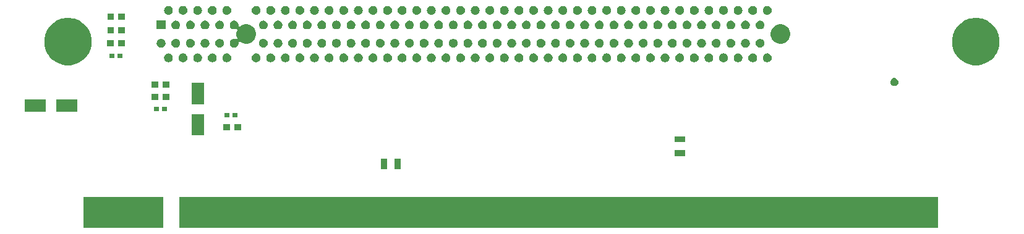
<source format=gbr>
G04 #@! TF.GenerationSoftware,KiCad,Pcbnew,(5.1.5)-3*
G04 #@! TF.CreationDate,2021-02-17T14:45:42+01:00*
G04 #@! TF.ProjectId,riser leopard 1OU,72697365-7220-46c6-956f-706172642031,rev?*
G04 #@! TF.SameCoordinates,PX4a62f80PY5f5e100*
G04 #@! TF.FileFunction,Soldermask,Top*
G04 #@! TF.FilePolarity,Negative*
%FSLAX46Y46*%
G04 Gerber Fmt 4.6, Leading zero omitted, Abs format (unit mm)*
G04 Created by KiCad (PCBNEW (5.1.5)-3) date 2021-02-17 14:45:42*
%MOMM*%
%LPD*%
G04 APERTURE LIST*
%ADD10C,0.100000*%
G04 APERTURE END LIST*
D10*
G36*
X13051000Y-25569600D02*
G01*
X2149000Y-25569600D01*
X2149000Y-21267600D01*
X13051000Y-21267600D01*
X13051000Y-25569600D01*
G37*
G36*
X119151000Y-25569600D02*
G01*
X15249000Y-25569600D01*
X15249000Y-21267600D01*
X119151000Y-21267600D01*
X119151000Y-25569600D01*
G37*
G36*
X43651420Y-17490600D02*
G01*
X42849420Y-17490600D01*
X42849420Y-16088600D01*
X43651420Y-16088600D01*
X43651420Y-17490600D01*
G37*
G36*
X45551420Y-17490600D02*
G01*
X44749420Y-17490600D01*
X44749420Y-16088600D01*
X45551420Y-16088600D01*
X45551420Y-17490600D01*
G37*
G36*
X84488840Y-15709880D02*
G01*
X83086840Y-15709880D01*
X83086840Y-14907880D01*
X84488840Y-14907880D01*
X84488840Y-15709880D01*
G37*
G36*
X84488840Y-13809880D02*
G01*
X83086840Y-13809880D01*
X83086840Y-13007880D01*
X84488840Y-13007880D01*
X84488840Y-13809880D01*
G37*
G36*
X18600600Y-12866400D02*
G01*
X16898600Y-12866400D01*
X16898600Y-9964400D01*
X18600600Y-9964400D01*
X18600600Y-12866400D01*
G37*
G36*
X22196100Y-12189000D02*
G01*
X21294100Y-12189000D01*
X21294100Y-11337000D01*
X22196100Y-11337000D01*
X22196100Y-12189000D01*
G37*
G36*
X23696100Y-12189000D02*
G01*
X22794100Y-12189000D01*
X22794100Y-11337000D01*
X23696100Y-11337000D01*
X23696100Y-12189000D01*
G37*
G36*
X22092900Y-10387600D02*
G01*
X21390900Y-10387600D01*
X21390900Y-9785600D01*
X22092900Y-9785600D01*
X22092900Y-10387600D01*
G37*
G36*
X23192900Y-10387600D02*
G01*
X22490900Y-10387600D01*
X22490900Y-9785600D01*
X23192900Y-9785600D01*
X23192900Y-10387600D01*
G37*
G36*
X-3017720Y-9626960D02*
G01*
X-5919720Y-9626960D01*
X-5919720Y-7924960D01*
X-3017720Y-7924960D01*
X-3017720Y-9626960D01*
G37*
G36*
X1282280Y-9626960D02*
G01*
X-1619720Y-9626960D01*
X-1619720Y-7924960D01*
X1282280Y-7924960D01*
X1282280Y-9626960D01*
G37*
G36*
X12450300Y-9528700D02*
G01*
X11748300Y-9528700D01*
X11748300Y-8926700D01*
X12450300Y-8926700D01*
X12450300Y-9528700D01*
G37*
G36*
X13550300Y-9528700D02*
G01*
X12848300Y-9528700D01*
X12848300Y-8926700D01*
X13550300Y-8926700D01*
X13550300Y-9528700D01*
G37*
G36*
X18600600Y-8566400D02*
G01*
X16898600Y-8566400D01*
X16898600Y-5664400D01*
X18600600Y-5664400D01*
X18600600Y-8566400D01*
G37*
G36*
X13850300Y-8015400D02*
G01*
X12948300Y-8015400D01*
X12948300Y-7163400D01*
X13850300Y-7163400D01*
X13850300Y-8015400D01*
G37*
G36*
X12350300Y-8015400D02*
G01*
X11448300Y-8015400D01*
X11448300Y-7163400D01*
X12350300Y-7163400D01*
X12350300Y-8015400D01*
G37*
G36*
X13850300Y-6300900D02*
G01*
X12948300Y-6300900D01*
X12948300Y-5448900D01*
X13850300Y-5448900D01*
X13850300Y-6300900D01*
G37*
G36*
X12350300Y-6300900D02*
G01*
X11448300Y-6300900D01*
X11448300Y-5448900D01*
X12350300Y-5448900D01*
X12350300Y-6300900D01*
G37*
G36*
X113303341Y-5005094D02*
G01*
X113403615Y-5046629D01*
X113403616Y-5046630D01*
X113493862Y-5106930D01*
X113570610Y-5183678D01*
X113570611Y-5183680D01*
X113630911Y-5273925D01*
X113672446Y-5374199D01*
X113693620Y-5480650D01*
X113693620Y-5589190D01*
X113672446Y-5695641D01*
X113630911Y-5795915D01*
X113630910Y-5795916D01*
X113570610Y-5886162D01*
X113493862Y-5962910D01*
X113448432Y-5993265D01*
X113403615Y-6023211D01*
X113303341Y-6064746D01*
X113196890Y-6085920D01*
X113088350Y-6085920D01*
X112981899Y-6064746D01*
X112881625Y-6023211D01*
X112836808Y-5993265D01*
X112791378Y-5962910D01*
X112714630Y-5886162D01*
X112654330Y-5795916D01*
X112654329Y-5795915D01*
X112612794Y-5695641D01*
X112591620Y-5589190D01*
X112591620Y-5480650D01*
X112612794Y-5374199D01*
X112654329Y-5273925D01*
X112714629Y-5183680D01*
X112714630Y-5183678D01*
X112791378Y-5106930D01*
X112881624Y-5046630D01*
X112881625Y-5046629D01*
X112981899Y-5005094D01*
X113088350Y-4983920D01*
X113196890Y-4983920D01*
X113303341Y-5005094D01*
G37*
G36*
X634239Y3188533D02*
G01*
X948282Y3126066D01*
X1539926Y2880999D01*
X1940073Y2613629D01*
X2072391Y2525217D01*
X2525217Y2072391D01*
X2540388Y2049686D01*
X2880999Y1539926D01*
X3039226Y1157932D01*
X3126066Y948281D01*
X3251000Y320197D01*
X3251000Y-320197D01*
X3216293Y-494680D01*
X3126066Y-948282D01*
X2880999Y-1539926D01*
X2607664Y-1949000D01*
X2550405Y-2034695D01*
X2525216Y-2072392D01*
X2072392Y-2525216D01*
X1539926Y-2880999D01*
X948282Y-3126066D01*
X634239Y-3188533D01*
X320197Y-3251000D01*
X-320197Y-3251000D01*
X-634239Y-3188533D01*
X-948282Y-3126066D01*
X-1539926Y-2880999D01*
X-2072392Y-2525216D01*
X-2525216Y-2072392D01*
X-2550404Y-2034695D01*
X-2607664Y-1949000D01*
X-2880999Y-1539926D01*
X-3126066Y-948282D01*
X-3216293Y-494680D01*
X-3251000Y-320197D01*
X-3251000Y320197D01*
X-3126066Y948281D01*
X-3039226Y1157932D01*
X-2880999Y1539926D01*
X-2540388Y2049686D01*
X-2525217Y2072391D01*
X-2072391Y2525217D01*
X-1940073Y2613629D01*
X-1539926Y2880999D01*
X-948282Y3126066D01*
X-634239Y3188533D01*
X-320197Y3251000D01*
X320197Y3251000D01*
X634239Y3188533D01*
G37*
G36*
X124934239Y3188533D02*
G01*
X125248282Y3126066D01*
X125839926Y2880999D01*
X126240073Y2613629D01*
X126372391Y2525217D01*
X126825217Y2072391D01*
X126840388Y2049686D01*
X127180999Y1539926D01*
X127339226Y1157932D01*
X127426066Y948281D01*
X127551000Y320197D01*
X127551000Y-320197D01*
X127516293Y-494680D01*
X127426066Y-948282D01*
X127180999Y-1539926D01*
X126907664Y-1949000D01*
X126850405Y-2034695D01*
X126825216Y-2072392D01*
X126372392Y-2525216D01*
X125839926Y-2880999D01*
X125248282Y-3126066D01*
X124934239Y-3188533D01*
X124620197Y-3251000D01*
X123979803Y-3251000D01*
X123665761Y-3188533D01*
X123351718Y-3126066D01*
X122760074Y-2880999D01*
X122227608Y-2525216D01*
X121774784Y-2072392D01*
X121749596Y-2034695D01*
X121692336Y-1949000D01*
X121419001Y-1539926D01*
X121173934Y-948282D01*
X121083707Y-494680D01*
X121049000Y-320197D01*
X121049000Y320197D01*
X121173934Y948281D01*
X121260774Y1157932D01*
X121419001Y1539926D01*
X121759612Y2049686D01*
X121774783Y2072391D01*
X122227609Y2525217D01*
X122359927Y2613629D01*
X122760074Y2880999D01*
X123351718Y3126066D01*
X123665761Y3188533D01*
X123979803Y3251000D01*
X124620197Y3251000D01*
X124934239Y3188533D01*
G37*
G36*
X49886601Y-1624397D02*
G01*
X49925305Y-1632096D01*
X49957340Y-1645365D01*
X50034680Y-1677400D01*
X50133115Y-1743173D01*
X50216827Y-1826885D01*
X50282600Y-1925320D01*
X50327904Y-2034696D01*
X50351000Y-2150805D01*
X50351000Y-2269195D01*
X50327904Y-2385304D01*
X50282600Y-2494680D01*
X50216827Y-2593115D01*
X50133115Y-2676827D01*
X50034680Y-2742600D01*
X49957340Y-2774635D01*
X49925305Y-2787904D01*
X49886601Y-2795603D01*
X49809195Y-2811000D01*
X49690805Y-2811000D01*
X49613399Y-2795603D01*
X49574695Y-2787904D01*
X49542660Y-2774635D01*
X49465320Y-2742600D01*
X49366885Y-2676827D01*
X49283173Y-2593115D01*
X49217400Y-2494680D01*
X49172096Y-2385304D01*
X49149000Y-2269195D01*
X49149000Y-2150805D01*
X49172096Y-2034696D01*
X49217400Y-1925320D01*
X49283173Y-1826885D01*
X49366885Y-1743173D01*
X49465320Y-1677400D01*
X49542660Y-1645365D01*
X49574695Y-1632096D01*
X49613399Y-1624397D01*
X49690805Y-1609000D01*
X49809195Y-1609000D01*
X49886601Y-1624397D01*
G37*
G36*
X31886601Y-1624397D02*
G01*
X31925305Y-1632096D01*
X31957340Y-1645365D01*
X32034680Y-1677400D01*
X32133115Y-1743173D01*
X32216827Y-1826885D01*
X32282600Y-1925320D01*
X32327904Y-2034696D01*
X32351000Y-2150805D01*
X32351000Y-2269195D01*
X32327904Y-2385304D01*
X32282600Y-2494680D01*
X32216827Y-2593115D01*
X32133115Y-2676827D01*
X32034680Y-2742600D01*
X31957340Y-2774635D01*
X31925305Y-2787904D01*
X31886601Y-2795603D01*
X31809195Y-2811000D01*
X31690805Y-2811000D01*
X31613399Y-2795603D01*
X31574695Y-2787904D01*
X31542660Y-2774635D01*
X31465320Y-2742600D01*
X31366885Y-2676827D01*
X31283173Y-2593115D01*
X31217400Y-2494680D01*
X31172096Y-2385304D01*
X31149000Y-2269195D01*
X31149000Y-2150805D01*
X31172096Y-2034696D01*
X31217400Y-1925320D01*
X31283173Y-1826885D01*
X31366885Y-1743173D01*
X31465320Y-1677400D01*
X31542660Y-1645365D01*
X31574695Y-1632096D01*
X31613399Y-1624397D01*
X31690805Y-1609000D01*
X31809195Y-1609000D01*
X31886601Y-1624397D01*
G37*
G36*
X43886601Y-1624397D02*
G01*
X43925305Y-1632096D01*
X43957340Y-1645365D01*
X44034680Y-1677400D01*
X44133115Y-1743173D01*
X44216827Y-1826885D01*
X44282600Y-1925320D01*
X44327904Y-2034696D01*
X44351000Y-2150805D01*
X44351000Y-2269195D01*
X44327904Y-2385304D01*
X44282600Y-2494680D01*
X44216827Y-2593115D01*
X44133115Y-2676827D01*
X44034680Y-2742600D01*
X43957340Y-2774635D01*
X43925305Y-2787904D01*
X43886601Y-2795603D01*
X43809195Y-2811000D01*
X43690805Y-2811000D01*
X43613399Y-2795603D01*
X43574695Y-2787904D01*
X43542660Y-2774635D01*
X43465320Y-2742600D01*
X43366885Y-2676827D01*
X43283173Y-2593115D01*
X43217400Y-2494680D01*
X43172096Y-2385304D01*
X43149000Y-2269195D01*
X43149000Y-2150805D01*
X43172096Y-2034696D01*
X43217400Y-1925320D01*
X43283173Y-1826885D01*
X43366885Y-1743173D01*
X43465320Y-1677400D01*
X43542660Y-1645365D01*
X43574695Y-1632096D01*
X43613399Y-1624397D01*
X43690805Y-1609000D01*
X43809195Y-1609000D01*
X43886601Y-1624397D01*
G37*
G36*
X51886601Y-1624397D02*
G01*
X51925305Y-1632096D01*
X51957340Y-1645365D01*
X52034680Y-1677400D01*
X52133115Y-1743173D01*
X52216827Y-1826885D01*
X52282600Y-1925320D01*
X52327904Y-2034696D01*
X52351000Y-2150805D01*
X52351000Y-2269195D01*
X52327904Y-2385304D01*
X52282600Y-2494680D01*
X52216827Y-2593115D01*
X52133115Y-2676827D01*
X52034680Y-2742600D01*
X51957340Y-2774635D01*
X51925305Y-2787904D01*
X51886601Y-2795603D01*
X51809195Y-2811000D01*
X51690805Y-2811000D01*
X51613399Y-2795603D01*
X51574695Y-2787904D01*
X51542660Y-2774635D01*
X51465320Y-2742600D01*
X51366885Y-2676827D01*
X51283173Y-2593115D01*
X51217400Y-2494680D01*
X51172096Y-2385304D01*
X51149000Y-2269195D01*
X51149000Y-2150805D01*
X51172096Y-2034696D01*
X51217400Y-1925320D01*
X51283173Y-1826885D01*
X51366885Y-1743173D01*
X51465320Y-1677400D01*
X51542660Y-1645365D01*
X51574695Y-1632096D01*
X51613399Y-1624397D01*
X51690805Y-1609000D01*
X51809195Y-1609000D01*
X51886601Y-1624397D01*
G37*
G36*
X41886601Y-1624397D02*
G01*
X41925305Y-1632096D01*
X41957340Y-1645365D01*
X42034680Y-1677400D01*
X42133115Y-1743173D01*
X42216827Y-1826885D01*
X42282600Y-1925320D01*
X42327904Y-2034696D01*
X42351000Y-2150805D01*
X42351000Y-2269195D01*
X42327904Y-2385304D01*
X42282600Y-2494680D01*
X42216827Y-2593115D01*
X42133115Y-2676827D01*
X42034680Y-2742600D01*
X41957340Y-2774635D01*
X41925305Y-2787904D01*
X41886601Y-2795603D01*
X41809195Y-2811000D01*
X41690805Y-2811000D01*
X41613399Y-2795603D01*
X41574695Y-2787904D01*
X41542660Y-2774635D01*
X41465320Y-2742600D01*
X41366885Y-2676827D01*
X41283173Y-2593115D01*
X41217400Y-2494680D01*
X41172096Y-2385304D01*
X41149000Y-2269195D01*
X41149000Y-2150805D01*
X41172096Y-2034696D01*
X41217400Y-1925320D01*
X41283173Y-1826885D01*
X41366885Y-1743173D01*
X41465320Y-1677400D01*
X41542660Y-1645365D01*
X41574695Y-1632096D01*
X41613399Y-1624397D01*
X41690805Y-1609000D01*
X41809195Y-1609000D01*
X41886601Y-1624397D01*
G37*
G36*
X39886601Y-1624397D02*
G01*
X39925305Y-1632096D01*
X39957340Y-1645365D01*
X40034680Y-1677400D01*
X40133115Y-1743173D01*
X40216827Y-1826885D01*
X40282600Y-1925320D01*
X40327904Y-2034696D01*
X40351000Y-2150805D01*
X40351000Y-2269195D01*
X40327904Y-2385304D01*
X40282600Y-2494680D01*
X40216827Y-2593115D01*
X40133115Y-2676827D01*
X40034680Y-2742600D01*
X39957340Y-2774635D01*
X39925305Y-2787904D01*
X39886601Y-2795603D01*
X39809195Y-2811000D01*
X39690805Y-2811000D01*
X39613399Y-2795603D01*
X39574695Y-2787904D01*
X39542660Y-2774635D01*
X39465320Y-2742600D01*
X39366885Y-2676827D01*
X39283173Y-2593115D01*
X39217400Y-2494680D01*
X39172096Y-2385304D01*
X39149000Y-2269195D01*
X39149000Y-2150805D01*
X39172096Y-2034696D01*
X39217400Y-1925320D01*
X39283173Y-1826885D01*
X39366885Y-1743173D01*
X39465320Y-1677400D01*
X39542660Y-1645365D01*
X39574695Y-1632096D01*
X39613399Y-1624397D01*
X39690805Y-1609000D01*
X39809195Y-1609000D01*
X39886601Y-1624397D01*
G37*
G36*
X53886601Y-1624397D02*
G01*
X53925305Y-1632096D01*
X53957340Y-1645365D01*
X54034680Y-1677400D01*
X54133115Y-1743173D01*
X54216827Y-1826885D01*
X54282600Y-1925320D01*
X54327904Y-2034696D01*
X54351000Y-2150805D01*
X54351000Y-2269195D01*
X54327904Y-2385304D01*
X54282600Y-2494680D01*
X54216827Y-2593115D01*
X54133115Y-2676827D01*
X54034680Y-2742600D01*
X53957340Y-2774635D01*
X53925305Y-2787904D01*
X53886601Y-2795603D01*
X53809195Y-2811000D01*
X53690805Y-2811000D01*
X53613399Y-2795603D01*
X53574695Y-2787904D01*
X53542660Y-2774635D01*
X53465320Y-2742600D01*
X53366885Y-2676827D01*
X53283173Y-2593115D01*
X53217400Y-2494680D01*
X53172096Y-2385304D01*
X53149000Y-2269195D01*
X53149000Y-2150805D01*
X53172096Y-2034696D01*
X53217400Y-1925320D01*
X53283173Y-1826885D01*
X53366885Y-1743173D01*
X53465320Y-1677400D01*
X53542660Y-1645365D01*
X53574695Y-1632096D01*
X53613399Y-1624397D01*
X53690805Y-1609000D01*
X53809195Y-1609000D01*
X53886601Y-1624397D01*
G37*
G36*
X37886601Y-1624397D02*
G01*
X37925305Y-1632096D01*
X37957340Y-1645365D01*
X38034680Y-1677400D01*
X38133115Y-1743173D01*
X38216827Y-1826885D01*
X38282600Y-1925320D01*
X38327904Y-2034696D01*
X38351000Y-2150805D01*
X38351000Y-2269195D01*
X38327904Y-2385304D01*
X38282600Y-2494680D01*
X38216827Y-2593115D01*
X38133115Y-2676827D01*
X38034680Y-2742600D01*
X37957340Y-2774635D01*
X37925305Y-2787904D01*
X37886601Y-2795603D01*
X37809195Y-2811000D01*
X37690805Y-2811000D01*
X37613399Y-2795603D01*
X37574695Y-2787904D01*
X37542660Y-2774635D01*
X37465320Y-2742600D01*
X37366885Y-2676827D01*
X37283173Y-2593115D01*
X37217400Y-2494680D01*
X37172096Y-2385304D01*
X37149000Y-2269195D01*
X37149000Y-2150805D01*
X37172096Y-2034696D01*
X37217400Y-1925320D01*
X37283173Y-1826885D01*
X37366885Y-1743173D01*
X37465320Y-1677400D01*
X37542660Y-1645365D01*
X37574695Y-1632096D01*
X37613399Y-1624397D01*
X37690805Y-1609000D01*
X37809195Y-1609000D01*
X37886601Y-1624397D01*
G37*
G36*
X35886601Y-1624397D02*
G01*
X35925305Y-1632096D01*
X35957340Y-1645365D01*
X36034680Y-1677400D01*
X36133115Y-1743173D01*
X36216827Y-1826885D01*
X36282600Y-1925320D01*
X36327904Y-2034696D01*
X36351000Y-2150805D01*
X36351000Y-2269195D01*
X36327904Y-2385304D01*
X36282600Y-2494680D01*
X36216827Y-2593115D01*
X36133115Y-2676827D01*
X36034680Y-2742600D01*
X35957340Y-2774635D01*
X35925305Y-2787904D01*
X35886601Y-2795603D01*
X35809195Y-2811000D01*
X35690805Y-2811000D01*
X35613399Y-2795603D01*
X35574695Y-2787904D01*
X35542660Y-2774635D01*
X35465320Y-2742600D01*
X35366885Y-2676827D01*
X35283173Y-2593115D01*
X35217400Y-2494680D01*
X35172096Y-2385304D01*
X35149000Y-2269195D01*
X35149000Y-2150805D01*
X35172096Y-2034696D01*
X35217400Y-1925320D01*
X35283173Y-1826885D01*
X35366885Y-1743173D01*
X35465320Y-1677400D01*
X35542660Y-1645365D01*
X35574695Y-1632096D01*
X35613399Y-1624397D01*
X35690805Y-1609000D01*
X35809195Y-1609000D01*
X35886601Y-1624397D01*
G37*
G36*
X55886601Y-1624397D02*
G01*
X55925305Y-1632096D01*
X55957340Y-1645365D01*
X56034680Y-1677400D01*
X56133115Y-1743173D01*
X56216827Y-1826885D01*
X56282600Y-1925320D01*
X56327904Y-2034696D01*
X56351000Y-2150805D01*
X56351000Y-2269195D01*
X56327904Y-2385304D01*
X56282600Y-2494680D01*
X56216827Y-2593115D01*
X56133115Y-2676827D01*
X56034680Y-2742600D01*
X55957340Y-2774635D01*
X55925305Y-2787904D01*
X55886601Y-2795603D01*
X55809195Y-2811000D01*
X55690805Y-2811000D01*
X55613399Y-2795603D01*
X55574695Y-2787904D01*
X55542660Y-2774635D01*
X55465320Y-2742600D01*
X55366885Y-2676827D01*
X55283173Y-2593115D01*
X55217400Y-2494680D01*
X55172096Y-2385304D01*
X55149000Y-2269195D01*
X55149000Y-2150805D01*
X55172096Y-2034696D01*
X55217400Y-1925320D01*
X55283173Y-1826885D01*
X55366885Y-1743173D01*
X55465320Y-1677400D01*
X55542660Y-1645365D01*
X55574695Y-1632096D01*
X55613399Y-1624397D01*
X55690805Y-1609000D01*
X55809195Y-1609000D01*
X55886601Y-1624397D01*
G37*
G36*
X33886601Y-1624397D02*
G01*
X33925305Y-1632096D01*
X33957340Y-1645365D01*
X34034680Y-1677400D01*
X34133115Y-1743173D01*
X34216827Y-1826885D01*
X34282600Y-1925320D01*
X34327904Y-2034696D01*
X34351000Y-2150805D01*
X34351000Y-2269195D01*
X34327904Y-2385304D01*
X34282600Y-2494680D01*
X34216827Y-2593115D01*
X34133115Y-2676827D01*
X34034680Y-2742600D01*
X33957340Y-2774635D01*
X33925305Y-2787904D01*
X33886601Y-2795603D01*
X33809195Y-2811000D01*
X33690805Y-2811000D01*
X33613399Y-2795603D01*
X33574695Y-2787904D01*
X33542660Y-2774635D01*
X33465320Y-2742600D01*
X33366885Y-2676827D01*
X33283173Y-2593115D01*
X33217400Y-2494680D01*
X33172096Y-2385304D01*
X33149000Y-2269195D01*
X33149000Y-2150805D01*
X33172096Y-2034696D01*
X33217400Y-1925320D01*
X33283173Y-1826885D01*
X33366885Y-1743173D01*
X33465320Y-1677400D01*
X33542660Y-1645365D01*
X33574695Y-1632096D01*
X33613399Y-1624397D01*
X33690805Y-1609000D01*
X33809195Y-1609000D01*
X33886601Y-1624397D01*
G37*
G36*
X63886601Y-1624397D02*
G01*
X63925305Y-1632096D01*
X63957340Y-1645365D01*
X64034680Y-1677400D01*
X64133115Y-1743173D01*
X64216827Y-1826885D01*
X64282600Y-1925320D01*
X64327904Y-2034696D01*
X64351000Y-2150805D01*
X64351000Y-2269195D01*
X64327904Y-2385304D01*
X64282600Y-2494680D01*
X64216827Y-2593115D01*
X64133115Y-2676827D01*
X64034680Y-2742600D01*
X63957340Y-2774635D01*
X63925305Y-2787904D01*
X63886601Y-2795603D01*
X63809195Y-2811000D01*
X63690805Y-2811000D01*
X63613399Y-2795603D01*
X63574695Y-2787904D01*
X63542660Y-2774635D01*
X63465320Y-2742600D01*
X63366885Y-2676827D01*
X63283173Y-2593115D01*
X63217400Y-2494680D01*
X63172096Y-2385304D01*
X63149000Y-2269195D01*
X63149000Y-2150805D01*
X63172096Y-2034696D01*
X63217400Y-1925320D01*
X63283173Y-1826885D01*
X63366885Y-1743173D01*
X63465320Y-1677400D01*
X63542660Y-1645365D01*
X63574695Y-1632096D01*
X63613399Y-1624397D01*
X63690805Y-1609000D01*
X63809195Y-1609000D01*
X63886601Y-1624397D01*
G37*
G36*
X57886601Y-1624397D02*
G01*
X57925305Y-1632096D01*
X57957340Y-1645365D01*
X58034680Y-1677400D01*
X58133115Y-1743173D01*
X58216827Y-1826885D01*
X58282600Y-1925320D01*
X58327904Y-2034696D01*
X58351000Y-2150805D01*
X58351000Y-2269195D01*
X58327904Y-2385304D01*
X58282600Y-2494680D01*
X58216827Y-2593115D01*
X58133115Y-2676827D01*
X58034680Y-2742600D01*
X57957340Y-2774635D01*
X57925305Y-2787904D01*
X57886601Y-2795603D01*
X57809195Y-2811000D01*
X57690805Y-2811000D01*
X57613399Y-2795603D01*
X57574695Y-2787904D01*
X57542660Y-2774635D01*
X57465320Y-2742600D01*
X57366885Y-2676827D01*
X57283173Y-2593115D01*
X57217400Y-2494680D01*
X57172096Y-2385304D01*
X57149000Y-2269195D01*
X57149000Y-2150805D01*
X57172096Y-2034696D01*
X57217400Y-1925320D01*
X57283173Y-1826885D01*
X57366885Y-1743173D01*
X57465320Y-1677400D01*
X57542660Y-1645365D01*
X57574695Y-1632096D01*
X57613399Y-1624397D01*
X57690805Y-1609000D01*
X57809195Y-1609000D01*
X57886601Y-1624397D01*
G37*
G36*
X29886601Y-1624397D02*
G01*
X29925305Y-1632096D01*
X29957340Y-1645365D01*
X30034680Y-1677400D01*
X30133115Y-1743173D01*
X30216827Y-1826885D01*
X30282600Y-1925320D01*
X30327904Y-2034696D01*
X30351000Y-2150805D01*
X30351000Y-2269195D01*
X30327904Y-2385304D01*
X30282600Y-2494680D01*
X30216827Y-2593115D01*
X30133115Y-2676827D01*
X30034680Y-2742600D01*
X29957340Y-2774635D01*
X29925305Y-2787904D01*
X29886601Y-2795603D01*
X29809195Y-2811000D01*
X29690805Y-2811000D01*
X29613399Y-2795603D01*
X29574695Y-2787904D01*
X29542660Y-2774635D01*
X29465320Y-2742600D01*
X29366885Y-2676827D01*
X29283173Y-2593115D01*
X29217400Y-2494680D01*
X29172096Y-2385304D01*
X29149000Y-2269195D01*
X29149000Y-2150805D01*
X29172096Y-2034696D01*
X29217400Y-1925320D01*
X29283173Y-1826885D01*
X29366885Y-1743173D01*
X29465320Y-1677400D01*
X29542660Y-1645365D01*
X29574695Y-1632096D01*
X29613399Y-1624397D01*
X29690805Y-1609000D01*
X29809195Y-1609000D01*
X29886601Y-1624397D01*
G37*
G36*
X27886601Y-1624397D02*
G01*
X27925305Y-1632096D01*
X27957340Y-1645365D01*
X28034680Y-1677400D01*
X28133115Y-1743173D01*
X28216827Y-1826885D01*
X28282600Y-1925320D01*
X28327904Y-2034696D01*
X28351000Y-2150805D01*
X28351000Y-2269195D01*
X28327904Y-2385304D01*
X28282600Y-2494680D01*
X28216827Y-2593115D01*
X28133115Y-2676827D01*
X28034680Y-2742600D01*
X27957340Y-2774635D01*
X27925305Y-2787904D01*
X27886601Y-2795603D01*
X27809195Y-2811000D01*
X27690805Y-2811000D01*
X27613399Y-2795603D01*
X27574695Y-2787904D01*
X27542660Y-2774635D01*
X27465320Y-2742600D01*
X27366885Y-2676827D01*
X27283173Y-2593115D01*
X27217400Y-2494680D01*
X27172096Y-2385304D01*
X27149000Y-2269195D01*
X27149000Y-2150805D01*
X27172096Y-2034696D01*
X27217400Y-1925320D01*
X27283173Y-1826885D01*
X27366885Y-1743173D01*
X27465320Y-1677400D01*
X27542660Y-1645365D01*
X27574695Y-1632096D01*
X27613399Y-1624397D01*
X27690805Y-1609000D01*
X27809195Y-1609000D01*
X27886601Y-1624397D01*
G37*
G36*
X59886601Y-1624397D02*
G01*
X59925305Y-1632096D01*
X59957340Y-1645365D01*
X60034680Y-1677400D01*
X60133115Y-1743173D01*
X60216827Y-1826885D01*
X60282600Y-1925320D01*
X60327904Y-2034696D01*
X60351000Y-2150805D01*
X60351000Y-2269195D01*
X60327904Y-2385304D01*
X60282600Y-2494680D01*
X60216827Y-2593115D01*
X60133115Y-2676827D01*
X60034680Y-2742600D01*
X59957340Y-2774635D01*
X59925305Y-2787904D01*
X59886601Y-2795603D01*
X59809195Y-2811000D01*
X59690805Y-2811000D01*
X59613399Y-2795603D01*
X59574695Y-2787904D01*
X59542660Y-2774635D01*
X59465320Y-2742600D01*
X59366885Y-2676827D01*
X59283173Y-2593115D01*
X59217400Y-2494680D01*
X59172096Y-2385304D01*
X59149000Y-2269195D01*
X59149000Y-2150805D01*
X59172096Y-2034696D01*
X59217400Y-1925320D01*
X59283173Y-1826885D01*
X59366885Y-1743173D01*
X59465320Y-1677400D01*
X59542660Y-1645365D01*
X59574695Y-1632096D01*
X59613399Y-1624397D01*
X59690805Y-1609000D01*
X59809195Y-1609000D01*
X59886601Y-1624397D01*
G37*
G36*
X25886601Y-1624397D02*
G01*
X25925305Y-1632096D01*
X25957340Y-1645365D01*
X26034680Y-1677400D01*
X26133115Y-1743173D01*
X26216827Y-1826885D01*
X26282600Y-1925320D01*
X26327904Y-2034696D01*
X26351000Y-2150805D01*
X26351000Y-2269195D01*
X26327904Y-2385304D01*
X26282600Y-2494680D01*
X26216827Y-2593115D01*
X26133115Y-2676827D01*
X26034680Y-2742600D01*
X25957340Y-2774635D01*
X25925305Y-2787904D01*
X25886601Y-2795603D01*
X25809195Y-2811000D01*
X25690805Y-2811000D01*
X25613399Y-2795603D01*
X25574695Y-2787904D01*
X25542660Y-2774635D01*
X25465320Y-2742600D01*
X25366885Y-2676827D01*
X25283173Y-2593115D01*
X25217400Y-2494680D01*
X25172096Y-2385304D01*
X25149000Y-2269195D01*
X25149000Y-2150805D01*
X25172096Y-2034696D01*
X25217400Y-1925320D01*
X25283173Y-1826885D01*
X25366885Y-1743173D01*
X25465320Y-1677400D01*
X25542660Y-1645365D01*
X25574695Y-1632096D01*
X25613399Y-1624397D01*
X25690805Y-1609000D01*
X25809195Y-1609000D01*
X25886601Y-1624397D01*
G37*
G36*
X21886601Y-1624397D02*
G01*
X21925305Y-1632096D01*
X21957340Y-1645365D01*
X22034680Y-1677400D01*
X22133115Y-1743173D01*
X22216827Y-1826885D01*
X22282600Y-1925320D01*
X22327904Y-2034696D01*
X22351000Y-2150805D01*
X22351000Y-2269195D01*
X22327904Y-2385304D01*
X22282600Y-2494680D01*
X22216827Y-2593115D01*
X22133115Y-2676827D01*
X22034680Y-2742600D01*
X21957340Y-2774635D01*
X21925305Y-2787904D01*
X21886601Y-2795603D01*
X21809195Y-2811000D01*
X21690805Y-2811000D01*
X21613399Y-2795603D01*
X21574695Y-2787904D01*
X21542660Y-2774635D01*
X21465320Y-2742600D01*
X21366885Y-2676827D01*
X21283173Y-2593115D01*
X21217400Y-2494680D01*
X21172096Y-2385304D01*
X21149000Y-2269195D01*
X21149000Y-2150805D01*
X21172096Y-2034696D01*
X21217400Y-1925320D01*
X21283173Y-1826885D01*
X21366885Y-1743173D01*
X21465320Y-1677400D01*
X21542660Y-1645365D01*
X21574695Y-1632096D01*
X21613399Y-1624397D01*
X21690805Y-1609000D01*
X21809195Y-1609000D01*
X21886601Y-1624397D01*
G37*
G36*
X61886601Y-1624397D02*
G01*
X61925305Y-1632096D01*
X61957340Y-1645365D01*
X62034680Y-1677400D01*
X62133115Y-1743173D01*
X62216827Y-1826885D01*
X62282600Y-1925320D01*
X62327904Y-2034696D01*
X62351000Y-2150805D01*
X62351000Y-2269195D01*
X62327904Y-2385304D01*
X62282600Y-2494680D01*
X62216827Y-2593115D01*
X62133115Y-2676827D01*
X62034680Y-2742600D01*
X61957340Y-2774635D01*
X61925305Y-2787904D01*
X61886601Y-2795603D01*
X61809195Y-2811000D01*
X61690805Y-2811000D01*
X61613399Y-2795603D01*
X61574695Y-2787904D01*
X61542660Y-2774635D01*
X61465320Y-2742600D01*
X61366885Y-2676827D01*
X61283173Y-2593115D01*
X61217400Y-2494680D01*
X61172096Y-2385304D01*
X61149000Y-2269195D01*
X61149000Y-2150805D01*
X61172096Y-2034696D01*
X61217400Y-1925320D01*
X61283173Y-1826885D01*
X61366885Y-1743173D01*
X61465320Y-1677400D01*
X61542660Y-1645365D01*
X61574695Y-1632096D01*
X61613399Y-1624397D01*
X61690805Y-1609000D01*
X61809195Y-1609000D01*
X61886601Y-1624397D01*
G37*
G36*
X19886601Y-1624397D02*
G01*
X19925305Y-1632096D01*
X19957340Y-1645365D01*
X20034680Y-1677400D01*
X20133115Y-1743173D01*
X20216827Y-1826885D01*
X20282600Y-1925320D01*
X20327904Y-2034696D01*
X20351000Y-2150805D01*
X20351000Y-2269195D01*
X20327904Y-2385304D01*
X20282600Y-2494680D01*
X20216827Y-2593115D01*
X20133115Y-2676827D01*
X20034680Y-2742600D01*
X19957340Y-2774635D01*
X19925305Y-2787904D01*
X19886601Y-2795603D01*
X19809195Y-2811000D01*
X19690805Y-2811000D01*
X19613399Y-2795603D01*
X19574695Y-2787904D01*
X19542660Y-2774635D01*
X19465320Y-2742600D01*
X19366885Y-2676827D01*
X19283173Y-2593115D01*
X19217400Y-2494680D01*
X19172096Y-2385304D01*
X19149000Y-2269195D01*
X19149000Y-2150805D01*
X19172096Y-2034696D01*
X19217400Y-1925320D01*
X19283173Y-1826885D01*
X19366885Y-1743173D01*
X19465320Y-1677400D01*
X19542660Y-1645365D01*
X19574695Y-1632096D01*
X19613399Y-1624397D01*
X19690805Y-1609000D01*
X19809195Y-1609000D01*
X19886601Y-1624397D01*
G37*
G36*
X17886601Y-1624397D02*
G01*
X17925305Y-1632096D01*
X17957340Y-1645365D01*
X18034680Y-1677400D01*
X18133115Y-1743173D01*
X18216827Y-1826885D01*
X18282600Y-1925320D01*
X18327904Y-2034696D01*
X18351000Y-2150805D01*
X18351000Y-2269195D01*
X18327904Y-2385304D01*
X18282600Y-2494680D01*
X18216827Y-2593115D01*
X18133115Y-2676827D01*
X18034680Y-2742600D01*
X17957340Y-2774635D01*
X17925305Y-2787904D01*
X17886601Y-2795603D01*
X17809195Y-2811000D01*
X17690805Y-2811000D01*
X17613399Y-2795603D01*
X17574695Y-2787904D01*
X17542660Y-2774635D01*
X17465320Y-2742600D01*
X17366885Y-2676827D01*
X17283173Y-2593115D01*
X17217400Y-2494680D01*
X17172096Y-2385304D01*
X17149000Y-2269195D01*
X17149000Y-2150805D01*
X17172096Y-2034696D01*
X17217400Y-1925320D01*
X17283173Y-1826885D01*
X17366885Y-1743173D01*
X17465320Y-1677400D01*
X17542660Y-1645365D01*
X17574695Y-1632096D01*
X17613399Y-1624397D01*
X17690805Y-1609000D01*
X17809195Y-1609000D01*
X17886601Y-1624397D01*
G37*
G36*
X81886601Y-1624397D02*
G01*
X81925305Y-1632096D01*
X81957340Y-1645365D01*
X82034680Y-1677400D01*
X82133115Y-1743173D01*
X82216827Y-1826885D01*
X82282600Y-1925320D01*
X82327904Y-2034696D01*
X82351000Y-2150805D01*
X82351000Y-2269195D01*
X82327904Y-2385304D01*
X82282600Y-2494680D01*
X82216827Y-2593115D01*
X82133115Y-2676827D01*
X82034680Y-2742600D01*
X81957340Y-2774635D01*
X81925305Y-2787904D01*
X81886601Y-2795603D01*
X81809195Y-2811000D01*
X81690805Y-2811000D01*
X81613399Y-2795603D01*
X81574695Y-2787904D01*
X81542660Y-2774635D01*
X81465320Y-2742600D01*
X81366885Y-2676827D01*
X81283173Y-2593115D01*
X81217400Y-2494680D01*
X81172096Y-2385304D01*
X81149000Y-2269195D01*
X81149000Y-2150805D01*
X81172096Y-2034696D01*
X81217400Y-1925320D01*
X81283173Y-1826885D01*
X81366885Y-1743173D01*
X81465320Y-1677400D01*
X81542660Y-1645365D01*
X81574695Y-1632096D01*
X81613399Y-1624397D01*
X81690805Y-1609000D01*
X81809195Y-1609000D01*
X81886601Y-1624397D01*
G37*
G36*
X15886601Y-1624397D02*
G01*
X15925305Y-1632096D01*
X15957340Y-1645365D01*
X16034680Y-1677400D01*
X16133115Y-1743173D01*
X16216827Y-1826885D01*
X16282600Y-1925320D01*
X16327904Y-2034696D01*
X16351000Y-2150805D01*
X16351000Y-2269195D01*
X16327904Y-2385304D01*
X16282600Y-2494680D01*
X16216827Y-2593115D01*
X16133115Y-2676827D01*
X16034680Y-2742600D01*
X15957340Y-2774635D01*
X15925305Y-2787904D01*
X15886601Y-2795603D01*
X15809195Y-2811000D01*
X15690805Y-2811000D01*
X15613399Y-2795603D01*
X15574695Y-2787904D01*
X15542660Y-2774635D01*
X15465320Y-2742600D01*
X15366885Y-2676827D01*
X15283173Y-2593115D01*
X15217400Y-2494680D01*
X15172096Y-2385304D01*
X15149000Y-2269195D01*
X15149000Y-2150805D01*
X15172096Y-2034696D01*
X15217400Y-1925320D01*
X15283173Y-1826885D01*
X15366885Y-1743173D01*
X15465320Y-1677400D01*
X15542660Y-1645365D01*
X15574695Y-1632096D01*
X15613399Y-1624397D01*
X15690805Y-1609000D01*
X15809195Y-1609000D01*
X15886601Y-1624397D01*
G37*
G36*
X13886601Y-1624397D02*
G01*
X13925305Y-1632096D01*
X13957340Y-1645365D01*
X14034680Y-1677400D01*
X14133115Y-1743173D01*
X14216827Y-1826885D01*
X14282600Y-1925320D01*
X14327904Y-2034696D01*
X14351000Y-2150805D01*
X14351000Y-2269195D01*
X14327904Y-2385304D01*
X14282600Y-2494680D01*
X14216827Y-2593115D01*
X14133115Y-2676827D01*
X14034680Y-2742600D01*
X13957340Y-2774635D01*
X13925305Y-2787904D01*
X13886601Y-2795603D01*
X13809195Y-2811000D01*
X13690805Y-2811000D01*
X13613399Y-2795603D01*
X13574695Y-2787904D01*
X13542660Y-2774635D01*
X13465320Y-2742600D01*
X13366885Y-2676827D01*
X13283173Y-2593115D01*
X13217400Y-2494680D01*
X13172096Y-2385304D01*
X13149000Y-2269195D01*
X13149000Y-2150805D01*
X13172096Y-2034696D01*
X13217400Y-1925320D01*
X13283173Y-1826885D01*
X13366885Y-1743173D01*
X13465320Y-1677400D01*
X13542660Y-1645365D01*
X13574695Y-1632096D01*
X13613399Y-1624397D01*
X13690805Y-1609000D01*
X13809195Y-1609000D01*
X13886601Y-1624397D01*
G37*
G36*
X65886601Y-1624397D02*
G01*
X65925305Y-1632096D01*
X65957340Y-1645365D01*
X66034680Y-1677400D01*
X66133115Y-1743173D01*
X66216827Y-1826885D01*
X66282600Y-1925320D01*
X66327904Y-2034696D01*
X66351000Y-2150805D01*
X66351000Y-2269195D01*
X66327904Y-2385304D01*
X66282600Y-2494680D01*
X66216827Y-2593115D01*
X66133115Y-2676827D01*
X66034680Y-2742600D01*
X65957340Y-2774635D01*
X65925305Y-2787904D01*
X65886601Y-2795603D01*
X65809195Y-2811000D01*
X65690805Y-2811000D01*
X65613399Y-2795603D01*
X65574695Y-2787904D01*
X65542660Y-2774635D01*
X65465320Y-2742600D01*
X65366885Y-2676827D01*
X65283173Y-2593115D01*
X65217400Y-2494680D01*
X65172096Y-2385304D01*
X65149000Y-2269195D01*
X65149000Y-2150805D01*
X65172096Y-2034696D01*
X65217400Y-1925320D01*
X65283173Y-1826885D01*
X65366885Y-1743173D01*
X65465320Y-1677400D01*
X65542660Y-1645365D01*
X65574695Y-1632096D01*
X65613399Y-1624397D01*
X65690805Y-1609000D01*
X65809195Y-1609000D01*
X65886601Y-1624397D01*
G37*
G36*
X67886601Y-1624397D02*
G01*
X67925305Y-1632096D01*
X67957340Y-1645365D01*
X68034680Y-1677400D01*
X68133115Y-1743173D01*
X68216827Y-1826885D01*
X68282600Y-1925320D01*
X68327904Y-2034696D01*
X68351000Y-2150805D01*
X68351000Y-2269195D01*
X68327904Y-2385304D01*
X68282600Y-2494680D01*
X68216827Y-2593115D01*
X68133115Y-2676827D01*
X68034680Y-2742600D01*
X67957340Y-2774635D01*
X67925305Y-2787904D01*
X67886601Y-2795603D01*
X67809195Y-2811000D01*
X67690805Y-2811000D01*
X67613399Y-2795603D01*
X67574695Y-2787904D01*
X67542660Y-2774635D01*
X67465320Y-2742600D01*
X67366885Y-2676827D01*
X67283173Y-2593115D01*
X67217400Y-2494680D01*
X67172096Y-2385304D01*
X67149000Y-2269195D01*
X67149000Y-2150805D01*
X67172096Y-2034696D01*
X67217400Y-1925320D01*
X67283173Y-1826885D01*
X67366885Y-1743173D01*
X67465320Y-1677400D01*
X67542660Y-1645365D01*
X67574695Y-1632096D01*
X67613399Y-1624397D01*
X67690805Y-1609000D01*
X67809195Y-1609000D01*
X67886601Y-1624397D01*
G37*
G36*
X69886601Y-1624397D02*
G01*
X69925305Y-1632096D01*
X69957340Y-1645365D01*
X70034680Y-1677400D01*
X70133115Y-1743173D01*
X70216827Y-1826885D01*
X70282600Y-1925320D01*
X70327904Y-2034696D01*
X70351000Y-2150805D01*
X70351000Y-2269195D01*
X70327904Y-2385304D01*
X70282600Y-2494680D01*
X70216827Y-2593115D01*
X70133115Y-2676827D01*
X70034680Y-2742600D01*
X69957340Y-2774635D01*
X69925305Y-2787904D01*
X69886601Y-2795603D01*
X69809195Y-2811000D01*
X69690805Y-2811000D01*
X69613399Y-2795603D01*
X69574695Y-2787904D01*
X69542660Y-2774635D01*
X69465320Y-2742600D01*
X69366885Y-2676827D01*
X69283173Y-2593115D01*
X69217400Y-2494680D01*
X69172096Y-2385304D01*
X69149000Y-2269195D01*
X69149000Y-2150805D01*
X69172096Y-2034696D01*
X69217400Y-1925320D01*
X69283173Y-1826885D01*
X69366885Y-1743173D01*
X69465320Y-1677400D01*
X69542660Y-1645365D01*
X69574695Y-1632096D01*
X69613399Y-1624397D01*
X69690805Y-1609000D01*
X69809195Y-1609000D01*
X69886601Y-1624397D01*
G37*
G36*
X71886601Y-1624397D02*
G01*
X71925305Y-1632096D01*
X71957340Y-1645365D01*
X72034680Y-1677400D01*
X72133115Y-1743173D01*
X72216827Y-1826885D01*
X72282600Y-1925320D01*
X72327904Y-2034696D01*
X72351000Y-2150805D01*
X72351000Y-2269195D01*
X72327904Y-2385304D01*
X72282600Y-2494680D01*
X72216827Y-2593115D01*
X72133115Y-2676827D01*
X72034680Y-2742600D01*
X71957340Y-2774635D01*
X71925305Y-2787904D01*
X71886601Y-2795603D01*
X71809195Y-2811000D01*
X71690805Y-2811000D01*
X71613399Y-2795603D01*
X71574695Y-2787904D01*
X71542660Y-2774635D01*
X71465320Y-2742600D01*
X71366885Y-2676827D01*
X71283173Y-2593115D01*
X71217400Y-2494680D01*
X71172096Y-2385304D01*
X71149000Y-2269195D01*
X71149000Y-2150805D01*
X71172096Y-2034696D01*
X71217400Y-1925320D01*
X71283173Y-1826885D01*
X71366885Y-1743173D01*
X71465320Y-1677400D01*
X71542660Y-1645365D01*
X71574695Y-1632096D01*
X71613399Y-1624397D01*
X71690805Y-1609000D01*
X71809195Y-1609000D01*
X71886601Y-1624397D01*
G37*
G36*
X73886601Y-1624397D02*
G01*
X73925305Y-1632096D01*
X73957340Y-1645365D01*
X74034680Y-1677400D01*
X74133115Y-1743173D01*
X74216827Y-1826885D01*
X74282600Y-1925320D01*
X74327904Y-2034696D01*
X74351000Y-2150805D01*
X74351000Y-2269195D01*
X74327904Y-2385304D01*
X74282600Y-2494680D01*
X74216827Y-2593115D01*
X74133115Y-2676827D01*
X74034680Y-2742600D01*
X73957340Y-2774635D01*
X73925305Y-2787904D01*
X73886601Y-2795603D01*
X73809195Y-2811000D01*
X73690805Y-2811000D01*
X73613399Y-2795603D01*
X73574695Y-2787904D01*
X73542660Y-2774635D01*
X73465320Y-2742600D01*
X73366885Y-2676827D01*
X73283173Y-2593115D01*
X73217400Y-2494680D01*
X73172096Y-2385304D01*
X73149000Y-2269195D01*
X73149000Y-2150805D01*
X73172096Y-2034696D01*
X73217400Y-1925320D01*
X73283173Y-1826885D01*
X73366885Y-1743173D01*
X73465320Y-1677400D01*
X73542660Y-1645365D01*
X73574695Y-1632096D01*
X73613399Y-1624397D01*
X73690805Y-1609000D01*
X73809195Y-1609000D01*
X73886601Y-1624397D01*
G37*
G36*
X75886601Y-1624397D02*
G01*
X75925305Y-1632096D01*
X75957340Y-1645365D01*
X76034680Y-1677400D01*
X76133115Y-1743173D01*
X76216827Y-1826885D01*
X76282600Y-1925320D01*
X76327904Y-2034696D01*
X76351000Y-2150805D01*
X76351000Y-2269195D01*
X76327904Y-2385304D01*
X76282600Y-2494680D01*
X76216827Y-2593115D01*
X76133115Y-2676827D01*
X76034680Y-2742600D01*
X75957340Y-2774635D01*
X75925305Y-2787904D01*
X75886601Y-2795603D01*
X75809195Y-2811000D01*
X75690805Y-2811000D01*
X75613399Y-2795603D01*
X75574695Y-2787904D01*
X75542660Y-2774635D01*
X75465320Y-2742600D01*
X75366885Y-2676827D01*
X75283173Y-2593115D01*
X75217400Y-2494680D01*
X75172096Y-2385304D01*
X75149000Y-2269195D01*
X75149000Y-2150805D01*
X75172096Y-2034696D01*
X75217400Y-1925320D01*
X75283173Y-1826885D01*
X75366885Y-1743173D01*
X75465320Y-1677400D01*
X75542660Y-1645365D01*
X75574695Y-1632096D01*
X75613399Y-1624397D01*
X75690805Y-1609000D01*
X75809195Y-1609000D01*
X75886601Y-1624397D01*
G37*
G36*
X77886601Y-1624397D02*
G01*
X77925305Y-1632096D01*
X77957340Y-1645365D01*
X78034680Y-1677400D01*
X78133115Y-1743173D01*
X78216827Y-1826885D01*
X78282600Y-1925320D01*
X78327904Y-2034696D01*
X78351000Y-2150805D01*
X78351000Y-2269195D01*
X78327904Y-2385304D01*
X78282600Y-2494680D01*
X78216827Y-2593115D01*
X78133115Y-2676827D01*
X78034680Y-2742600D01*
X77957340Y-2774635D01*
X77925305Y-2787904D01*
X77886601Y-2795603D01*
X77809195Y-2811000D01*
X77690805Y-2811000D01*
X77613399Y-2795603D01*
X77574695Y-2787904D01*
X77542660Y-2774635D01*
X77465320Y-2742600D01*
X77366885Y-2676827D01*
X77283173Y-2593115D01*
X77217400Y-2494680D01*
X77172096Y-2385304D01*
X77149000Y-2269195D01*
X77149000Y-2150805D01*
X77172096Y-2034696D01*
X77217400Y-1925320D01*
X77283173Y-1826885D01*
X77366885Y-1743173D01*
X77465320Y-1677400D01*
X77542660Y-1645365D01*
X77574695Y-1632096D01*
X77613399Y-1624397D01*
X77690805Y-1609000D01*
X77809195Y-1609000D01*
X77886601Y-1624397D01*
G37*
G36*
X79886601Y-1624397D02*
G01*
X79925305Y-1632096D01*
X79957340Y-1645365D01*
X80034680Y-1677400D01*
X80133115Y-1743173D01*
X80216827Y-1826885D01*
X80282600Y-1925320D01*
X80327904Y-2034696D01*
X80351000Y-2150805D01*
X80351000Y-2269195D01*
X80327904Y-2385304D01*
X80282600Y-2494680D01*
X80216827Y-2593115D01*
X80133115Y-2676827D01*
X80034680Y-2742600D01*
X79957340Y-2774635D01*
X79925305Y-2787904D01*
X79886601Y-2795603D01*
X79809195Y-2811000D01*
X79690805Y-2811000D01*
X79613399Y-2795603D01*
X79574695Y-2787904D01*
X79542660Y-2774635D01*
X79465320Y-2742600D01*
X79366885Y-2676827D01*
X79283173Y-2593115D01*
X79217400Y-2494680D01*
X79172096Y-2385304D01*
X79149000Y-2269195D01*
X79149000Y-2150805D01*
X79172096Y-2034696D01*
X79217400Y-1925320D01*
X79283173Y-1826885D01*
X79366885Y-1743173D01*
X79465320Y-1677400D01*
X79542660Y-1645365D01*
X79574695Y-1632096D01*
X79613399Y-1624397D01*
X79690805Y-1609000D01*
X79809195Y-1609000D01*
X79886601Y-1624397D01*
G37*
G36*
X83886601Y-1624397D02*
G01*
X83925305Y-1632096D01*
X83957340Y-1645365D01*
X84034680Y-1677400D01*
X84133115Y-1743173D01*
X84216827Y-1826885D01*
X84282600Y-1925320D01*
X84327904Y-2034696D01*
X84351000Y-2150805D01*
X84351000Y-2269195D01*
X84327904Y-2385304D01*
X84282600Y-2494680D01*
X84216827Y-2593115D01*
X84133115Y-2676827D01*
X84034680Y-2742600D01*
X83957340Y-2774635D01*
X83925305Y-2787904D01*
X83886601Y-2795603D01*
X83809195Y-2811000D01*
X83690805Y-2811000D01*
X83613399Y-2795603D01*
X83574695Y-2787904D01*
X83542660Y-2774635D01*
X83465320Y-2742600D01*
X83366885Y-2676827D01*
X83283173Y-2593115D01*
X83217400Y-2494680D01*
X83172096Y-2385304D01*
X83149000Y-2269195D01*
X83149000Y-2150805D01*
X83172096Y-2034696D01*
X83217400Y-1925320D01*
X83283173Y-1826885D01*
X83366885Y-1743173D01*
X83465320Y-1677400D01*
X83542660Y-1645365D01*
X83574695Y-1632096D01*
X83613399Y-1624397D01*
X83690805Y-1609000D01*
X83809195Y-1609000D01*
X83886601Y-1624397D01*
G37*
G36*
X85886601Y-1624397D02*
G01*
X85925305Y-1632096D01*
X85957340Y-1645365D01*
X86034680Y-1677400D01*
X86133115Y-1743173D01*
X86216827Y-1826885D01*
X86282600Y-1925320D01*
X86327904Y-2034696D01*
X86351000Y-2150805D01*
X86351000Y-2269195D01*
X86327904Y-2385304D01*
X86282600Y-2494680D01*
X86216827Y-2593115D01*
X86133115Y-2676827D01*
X86034680Y-2742600D01*
X85957340Y-2774635D01*
X85925305Y-2787904D01*
X85886601Y-2795603D01*
X85809195Y-2811000D01*
X85690805Y-2811000D01*
X85613399Y-2795603D01*
X85574695Y-2787904D01*
X85542660Y-2774635D01*
X85465320Y-2742600D01*
X85366885Y-2676827D01*
X85283173Y-2593115D01*
X85217400Y-2494680D01*
X85172096Y-2385304D01*
X85149000Y-2269195D01*
X85149000Y-2150805D01*
X85172096Y-2034696D01*
X85217400Y-1925320D01*
X85283173Y-1826885D01*
X85366885Y-1743173D01*
X85465320Y-1677400D01*
X85542660Y-1645365D01*
X85574695Y-1632096D01*
X85613399Y-1624397D01*
X85690805Y-1609000D01*
X85809195Y-1609000D01*
X85886601Y-1624397D01*
G37*
G36*
X87886601Y-1624397D02*
G01*
X87925305Y-1632096D01*
X87957340Y-1645365D01*
X88034680Y-1677400D01*
X88133115Y-1743173D01*
X88216827Y-1826885D01*
X88282600Y-1925320D01*
X88327904Y-2034696D01*
X88351000Y-2150805D01*
X88351000Y-2269195D01*
X88327904Y-2385304D01*
X88282600Y-2494680D01*
X88216827Y-2593115D01*
X88133115Y-2676827D01*
X88034680Y-2742600D01*
X87957340Y-2774635D01*
X87925305Y-2787904D01*
X87886601Y-2795603D01*
X87809195Y-2811000D01*
X87690805Y-2811000D01*
X87613399Y-2795603D01*
X87574695Y-2787904D01*
X87542660Y-2774635D01*
X87465320Y-2742600D01*
X87366885Y-2676827D01*
X87283173Y-2593115D01*
X87217400Y-2494680D01*
X87172096Y-2385304D01*
X87149000Y-2269195D01*
X87149000Y-2150805D01*
X87172096Y-2034696D01*
X87217400Y-1925320D01*
X87283173Y-1826885D01*
X87366885Y-1743173D01*
X87465320Y-1677400D01*
X87542660Y-1645365D01*
X87574695Y-1632096D01*
X87613399Y-1624397D01*
X87690805Y-1609000D01*
X87809195Y-1609000D01*
X87886601Y-1624397D01*
G37*
G36*
X89886601Y-1624397D02*
G01*
X89925305Y-1632096D01*
X89957340Y-1645365D01*
X90034680Y-1677400D01*
X90133115Y-1743173D01*
X90216827Y-1826885D01*
X90282600Y-1925320D01*
X90327904Y-2034696D01*
X90351000Y-2150805D01*
X90351000Y-2269195D01*
X90327904Y-2385304D01*
X90282600Y-2494680D01*
X90216827Y-2593115D01*
X90133115Y-2676827D01*
X90034680Y-2742600D01*
X89957340Y-2774635D01*
X89925305Y-2787904D01*
X89886601Y-2795603D01*
X89809195Y-2811000D01*
X89690805Y-2811000D01*
X89613399Y-2795603D01*
X89574695Y-2787904D01*
X89542660Y-2774635D01*
X89465320Y-2742600D01*
X89366885Y-2676827D01*
X89283173Y-2593115D01*
X89217400Y-2494680D01*
X89172096Y-2385304D01*
X89149000Y-2269195D01*
X89149000Y-2150805D01*
X89172096Y-2034696D01*
X89217400Y-1925320D01*
X89283173Y-1826885D01*
X89366885Y-1743173D01*
X89465320Y-1677400D01*
X89542660Y-1645365D01*
X89574695Y-1632096D01*
X89613399Y-1624397D01*
X89690805Y-1609000D01*
X89809195Y-1609000D01*
X89886601Y-1624397D01*
G37*
G36*
X91886601Y-1624397D02*
G01*
X91925305Y-1632096D01*
X91957340Y-1645365D01*
X92034680Y-1677400D01*
X92133115Y-1743173D01*
X92216827Y-1826885D01*
X92282600Y-1925320D01*
X92327904Y-2034696D01*
X92351000Y-2150805D01*
X92351000Y-2269195D01*
X92327904Y-2385304D01*
X92282600Y-2494680D01*
X92216827Y-2593115D01*
X92133115Y-2676827D01*
X92034680Y-2742600D01*
X91957340Y-2774635D01*
X91925305Y-2787904D01*
X91886601Y-2795603D01*
X91809195Y-2811000D01*
X91690805Y-2811000D01*
X91613399Y-2795603D01*
X91574695Y-2787904D01*
X91542660Y-2774635D01*
X91465320Y-2742600D01*
X91366885Y-2676827D01*
X91283173Y-2593115D01*
X91217400Y-2494680D01*
X91172096Y-2385304D01*
X91149000Y-2269195D01*
X91149000Y-2150805D01*
X91172096Y-2034696D01*
X91217400Y-1925320D01*
X91283173Y-1826885D01*
X91366885Y-1743173D01*
X91465320Y-1677400D01*
X91542660Y-1645365D01*
X91574695Y-1632096D01*
X91613399Y-1624397D01*
X91690805Y-1609000D01*
X91809195Y-1609000D01*
X91886601Y-1624397D01*
G37*
G36*
X93886601Y-1624397D02*
G01*
X93925305Y-1632096D01*
X93957340Y-1645365D01*
X94034680Y-1677400D01*
X94133115Y-1743173D01*
X94216827Y-1826885D01*
X94282600Y-1925320D01*
X94327904Y-2034696D01*
X94351000Y-2150805D01*
X94351000Y-2269195D01*
X94327904Y-2385304D01*
X94282600Y-2494680D01*
X94216827Y-2593115D01*
X94133115Y-2676827D01*
X94034680Y-2742600D01*
X93957340Y-2774635D01*
X93925305Y-2787904D01*
X93886601Y-2795603D01*
X93809195Y-2811000D01*
X93690805Y-2811000D01*
X93613399Y-2795603D01*
X93574695Y-2787904D01*
X93542660Y-2774635D01*
X93465320Y-2742600D01*
X93366885Y-2676827D01*
X93283173Y-2593115D01*
X93217400Y-2494680D01*
X93172096Y-2385304D01*
X93149000Y-2269195D01*
X93149000Y-2150805D01*
X93172096Y-2034696D01*
X93217400Y-1925320D01*
X93283173Y-1826885D01*
X93366885Y-1743173D01*
X93465320Y-1677400D01*
X93542660Y-1645365D01*
X93574695Y-1632096D01*
X93613399Y-1624397D01*
X93690805Y-1609000D01*
X93809195Y-1609000D01*
X93886601Y-1624397D01*
G37*
G36*
X45886601Y-1624397D02*
G01*
X45925305Y-1632096D01*
X45957340Y-1645365D01*
X46034680Y-1677400D01*
X46133115Y-1743173D01*
X46216827Y-1826885D01*
X46282600Y-1925320D01*
X46327904Y-2034696D01*
X46351000Y-2150805D01*
X46351000Y-2269195D01*
X46327904Y-2385304D01*
X46282600Y-2494680D01*
X46216827Y-2593115D01*
X46133115Y-2676827D01*
X46034680Y-2742600D01*
X45957340Y-2774635D01*
X45925305Y-2787904D01*
X45886601Y-2795603D01*
X45809195Y-2811000D01*
X45690805Y-2811000D01*
X45613399Y-2795603D01*
X45574695Y-2787904D01*
X45542660Y-2774635D01*
X45465320Y-2742600D01*
X45366885Y-2676827D01*
X45283173Y-2593115D01*
X45217400Y-2494680D01*
X45172096Y-2385304D01*
X45149000Y-2269195D01*
X45149000Y-2150805D01*
X45172096Y-2034696D01*
X45217400Y-1925320D01*
X45283173Y-1826885D01*
X45366885Y-1743173D01*
X45465320Y-1677400D01*
X45542660Y-1645365D01*
X45574695Y-1632096D01*
X45613399Y-1624397D01*
X45690805Y-1609000D01*
X45809195Y-1609000D01*
X45886601Y-1624397D01*
G37*
G36*
X95886601Y-1624397D02*
G01*
X95925305Y-1632096D01*
X95957340Y-1645365D01*
X96034680Y-1677400D01*
X96133115Y-1743173D01*
X96216827Y-1826885D01*
X96282600Y-1925320D01*
X96327904Y-2034696D01*
X96351000Y-2150805D01*
X96351000Y-2269195D01*
X96327904Y-2385304D01*
X96282600Y-2494680D01*
X96216827Y-2593115D01*
X96133115Y-2676827D01*
X96034680Y-2742600D01*
X95957340Y-2774635D01*
X95925305Y-2787904D01*
X95886601Y-2795603D01*
X95809195Y-2811000D01*
X95690805Y-2811000D01*
X95613399Y-2795603D01*
X95574695Y-2787904D01*
X95542660Y-2774635D01*
X95465320Y-2742600D01*
X95366885Y-2676827D01*
X95283173Y-2593115D01*
X95217400Y-2494680D01*
X95172096Y-2385304D01*
X95149000Y-2269195D01*
X95149000Y-2150805D01*
X95172096Y-2034696D01*
X95217400Y-1925320D01*
X95283173Y-1826885D01*
X95366885Y-1743173D01*
X95465320Y-1677400D01*
X95542660Y-1645365D01*
X95574695Y-1632096D01*
X95613399Y-1624397D01*
X95690805Y-1609000D01*
X95809195Y-1609000D01*
X95886601Y-1624397D01*
G37*
G36*
X47886601Y-1624397D02*
G01*
X47925305Y-1632096D01*
X47957340Y-1645365D01*
X48034680Y-1677400D01*
X48133115Y-1743173D01*
X48216827Y-1826885D01*
X48282600Y-1925320D01*
X48327904Y-2034696D01*
X48351000Y-2150805D01*
X48351000Y-2269195D01*
X48327904Y-2385304D01*
X48282600Y-2494680D01*
X48216827Y-2593115D01*
X48133115Y-2676827D01*
X48034680Y-2742600D01*
X47957340Y-2774635D01*
X47925305Y-2787904D01*
X47886601Y-2795603D01*
X47809195Y-2811000D01*
X47690805Y-2811000D01*
X47613399Y-2795603D01*
X47574695Y-2787904D01*
X47542660Y-2774635D01*
X47465320Y-2742600D01*
X47366885Y-2676827D01*
X47283173Y-2593115D01*
X47217400Y-2494680D01*
X47172096Y-2385304D01*
X47149000Y-2269195D01*
X47149000Y-2150805D01*
X47172096Y-2034696D01*
X47217400Y-1925320D01*
X47283173Y-1826885D01*
X47366885Y-1743173D01*
X47465320Y-1677400D01*
X47542660Y-1645365D01*
X47574695Y-1632096D01*
X47613399Y-1624397D01*
X47690805Y-1609000D01*
X47809195Y-1609000D01*
X47886601Y-1624397D01*
G37*
G36*
X7449720Y-2248440D02*
G01*
X6747720Y-2248440D01*
X6747720Y-1646440D01*
X7449720Y-1646440D01*
X7449720Y-2248440D01*
G37*
G36*
X6349720Y-2248440D02*
G01*
X5647720Y-2248440D01*
X5647720Y-1646440D01*
X6349720Y-1646440D01*
X6349720Y-2248440D01*
G37*
G36*
X94886601Y375603D02*
G01*
X94925305Y367904D01*
X94957340Y354635D01*
X95034680Y322600D01*
X95133115Y256827D01*
X95216827Y173115D01*
X95282600Y74680D01*
X95327904Y-34696D01*
X95351000Y-150805D01*
X95351000Y-269195D01*
X95327904Y-385304D01*
X95282600Y-494680D01*
X95216827Y-593115D01*
X95133115Y-676827D01*
X95034680Y-742600D01*
X94957340Y-774635D01*
X94925305Y-787904D01*
X94886601Y-795603D01*
X94809195Y-811000D01*
X94690805Y-811000D01*
X94613399Y-795603D01*
X94574695Y-787904D01*
X94542660Y-774635D01*
X94465320Y-742600D01*
X94366885Y-676827D01*
X94283173Y-593115D01*
X94217400Y-494680D01*
X94172096Y-385304D01*
X94149000Y-269195D01*
X94149000Y-150805D01*
X94172096Y-34696D01*
X94217400Y74680D01*
X94283173Y173115D01*
X94366885Y256827D01*
X94465320Y322600D01*
X94542660Y354635D01*
X94574695Y367904D01*
X94613399Y375603D01*
X94690805Y391000D01*
X94809195Y391000D01*
X94886601Y375603D01*
G37*
G36*
X78886601Y375603D02*
G01*
X78925305Y367904D01*
X78957340Y354635D01*
X79034680Y322600D01*
X79133115Y256827D01*
X79216827Y173115D01*
X79282600Y74680D01*
X79327904Y-34696D01*
X79351000Y-150805D01*
X79351000Y-269195D01*
X79327904Y-385304D01*
X79282600Y-494680D01*
X79216827Y-593115D01*
X79133115Y-676827D01*
X79034680Y-742600D01*
X78957340Y-774635D01*
X78925305Y-787904D01*
X78886601Y-795603D01*
X78809195Y-811000D01*
X78690805Y-811000D01*
X78613399Y-795603D01*
X78574695Y-787904D01*
X78542660Y-774635D01*
X78465320Y-742600D01*
X78366885Y-676827D01*
X78283173Y-593115D01*
X78217400Y-494680D01*
X78172096Y-385304D01*
X78149000Y-269195D01*
X78149000Y-150805D01*
X78172096Y-34696D01*
X78217400Y74680D01*
X78283173Y173115D01*
X78366885Y256827D01*
X78465320Y322600D01*
X78542660Y354635D01*
X78574695Y367904D01*
X78613399Y375603D01*
X78690805Y391000D01*
X78809195Y391000D01*
X78886601Y375603D01*
G37*
G36*
X50886601Y375603D02*
G01*
X50925305Y367904D01*
X50957340Y354635D01*
X51034680Y322600D01*
X51133115Y256827D01*
X51216827Y173115D01*
X51282600Y74680D01*
X51327904Y-34696D01*
X51351000Y-150805D01*
X51351000Y-269195D01*
X51327904Y-385304D01*
X51282600Y-494680D01*
X51216827Y-593115D01*
X51133115Y-676827D01*
X51034680Y-742600D01*
X50957340Y-774635D01*
X50925305Y-787904D01*
X50886601Y-795603D01*
X50809195Y-811000D01*
X50690805Y-811000D01*
X50613399Y-795603D01*
X50574695Y-787904D01*
X50542660Y-774635D01*
X50465320Y-742600D01*
X50366885Y-676827D01*
X50283173Y-593115D01*
X50217400Y-494680D01*
X50172096Y-385304D01*
X50149000Y-269195D01*
X50149000Y-150805D01*
X50172096Y-34696D01*
X50217400Y74680D01*
X50283173Y173115D01*
X50366885Y256827D01*
X50465320Y322600D01*
X50542660Y354635D01*
X50574695Y367904D01*
X50613399Y375603D01*
X50690805Y391000D01*
X50809195Y391000D01*
X50886601Y375603D01*
G37*
G36*
X12886601Y375603D02*
G01*
X12925305Y367904D01*
X12957340Y354635D01*
X13034680Y322600D01*
X13133115Y256827D01*
X13216827Y173115D01*
X13282600Y74680D01*
X13327904Y-34696D01*
X13351000Y-150805D01*
X13351000Y-269195D01*
X13327904Y-385304D01*
X13282600Y-494680D01*
X13216827Y-593115D01*
X13133115Y-676827D01*
X13034680Y-742600D01*
X12957340Y-774635D01*
X12925305Y-787904D01*
X12886601Y-795603D01*
X12809195Y-811000D01*
X12690805Y-811000D01*
X12613399Y-795603D01*
X12574695Y-787904D01*
X12542660Y-774635D01*
X12465320Y-742600D01*
X12366885Y-676827D01*
X12283173Y-593115D01*
X12217400Y-494680D01*
X12172096Y-385304D01*
X12149000Y-269195D01*
X12149000Y-150805D01*
X12172096Y-34696D01*
X12217400Y74680D01*
X12283173Y173115D01*
X12366885Y256827D01*
X12465320Y322600D01*
X12542660Y354635D01*
X12574695Y367904D01*
X12613399Y375603D01*
X12690805Y391000D01*
X12809195Y391000D01*
X12886601Y375603D01*
G37*
G36*
X34886601Y375603D02*
G01*
X34925305Y367904D01*
X34957340Y354635D01*
X35034680Y322600D01*
X35133115Y256827D01*
X35216827Y173115D01*
X35282600Y74680D01*
X35327904Y-34696D01*
X35351000Y-150805D01*
X35351000Y-269195D01*
X35327904Y-385304D01*
X35282600Y-494680D01*
X35216827Y-593115D01*
X35133115Y-676827D01*
X35034680Y-742600D01*
X34957340Y-774635D01*
X34925305Y-787904D01*
X34886601Y-795603D01*
X34809195Y-811000D01*
X34690805Y-811000D01*
X34613399Y-795603D01*
X34574695Y-787904D01*
X34542660Y-774635D01*
X34465320Y-742600D01*
X34366885Y-676827D01*
X34283173Y-593115D01*
X34217400Y-494680D01*
X34172096Y-385304D01*
X34149000Y-269195D01*
X34149000Y-150805D01*
X34172096Y-34696D01*
X34217400Y74680D01*
X34283173Y173115D01*
X34366885Y256827D01*
X34465320Y322600D01*
X34542660Y354635D01*
X34574695Y367904D01*
X34613399Y375603D01*
X34690805Y391000D01*
X34809195Y391000D01*
X34886601Y375603D01*
G37*
G36*
X32886601Y375603D02*
G01*
X32925305Y367904D01*
X32957340Y354635D01*
X33034680Y322600D01*
X33133115Y256827D01*
X33216827Y173115D01*
X33282600Y74680D01*
X33327904Y-34696D01*
X33351000Y-150805D01*
X33351000Y-269195D01*
X33327904Y-385304D01*
X33282600Y-494680D01*
X33216827Y-593115D01*
X33133115Y-676827D01*
X33034680Y-742600D01*
X32957340Y-774635D01*
X32925305Y-787904D01*
X32886601Y-795603D01*
X32809195Y-811000D01*
X32690805Y-811000D01*
X32613399Y-795603D01*
X32574695Y-787904D01*
X32542660Y-774635D01*
X32465320Y-742600D01*
X32366885Y-676827D01*
X32283173Y-593115D01*
X32217400Y-494680D01*
X32172096Y-385304D01*
X32149000Y-269195D01*
X32149000Y-150805D01*
X32172096Y-34696D01*
X32217400Y74680D01*
X32283173Y173115D01*
X32366885Y256827D01*
X32465320Y322600D01*
X32542660Y354635D01*
X32574695Y367904D01*
X32613399Y375603D01*
X32690805Y391000D01*
X32809195Y391000D01*
X32886601Y375603D01*
G37*
G36*
X30886601Y375603D02*
G01*
X30925305Y367904D01*
X30957340Y354635D01*
X31034680Y322600D01*
X31133115Y256827D01*
X31216827Y173115D01*
X31282600Y74680D01*
X31327904Y-34696D01*
X31351000Y-150805D01*
X31351000Y-269195D01*
X31327904Y-385304D01*
X31282600Y-494680D01*
X31216827Y-593115D01*
X31133115Y-676827D01*
X31034680Y-742600D01*
X30957340Y-774635D01*
X30925305Y-787904D01*
X30886601Y-795603D01*
X30809195Y-811000D01*
X30690805Y-811000D01*
X30613399Y-795603D01*
X30574695Y-787904D01*
X30542660Y-774635D01*
X30465320Y-742600D01*
X30366885Y-676827D01*
X30283173Y-593115D01*
X30217400Y-494680D01*
X30172096Y-385304D01*
X30149000Y-269195D01*
X30149000Y-150805D01*
X30172096Y-34696D01*
X30217400Y74680D01*
X30283173Y173115D01*
X30366885Y256827D01*
X30465320Y322600D01*
X30542660Y354635D01*
X30574695Y367904D01*
X30613399Y375603D01*
X30690805Y391000D01*
X30809195Y391000D01*
X30886601Y375603D01*
G37*
G36*
X28886601Y375603D02*
G01*
X28925305Y367904D01*
X28957340Y354635D01*
X29034680Y322600D01*
X29133115Y256827D01*
X29216827Y173115D01*
X29282600Y74680D01*
X29327904Y-34696D01*
X29351000Y-150805D01*
X29351000Y-269195D01*
X29327904Y-385304D01*
X29282600Y-494680D01*
X29216827Y-593115D01*
X29133115Y-676827D01*
X29034680Y-742600D01*
X28957340Y-774635D01*
X28925305Y-787904D01*
X28886601Y-795603D01*
X28809195Y-811000D01*
X28690805Y-811000D01*
X28613399Y-795603D01*
X28574695Y-787904D01*
X28542660Y-774635D01*
X28465320Y-742600D01*
X28366885Y-676827D01*
X28283173Y-593115D01*
X28217400Y-494680D01*
X28172096Y-385304D01*
X28149000Y-269195D01*
X28149000Y-150805D01*
X28172096Y-34696D01*
X28217400Y74680D01*
X28283173Y173115D01*
X28366885Y256827D01*
X28465320Y322600D01*
X28542660Y354635D01*
X28574695Y367904D01*
X28613399Y375603D01*
X28690805Y391000D01*
X28809195Y391000D01*
X28886601Y375603D01*
G37*
G36*
X36886601Y375603D02*
G01*
X36925305Y367904D01*
X36957340Y354635D01*
X37034680Y322600D01*
X37133115Y256827D01*
X37216827Y173115D01*
X37282600Y74680D01*
X37327904Y-34696D01*
X37351000Y-150805D01*
X37351000Y-269195D01*
X37327904Y-385304D01*
X37282600Y-494680D01*
X37216827Y-593115D01*
X37133115Y-676827D01*
X37034680Y-742600D01*
X36957340Y-774635D01*
X36925305Y-787904D01*
X36886601Y-795603D01*
X36809195Y-811000D01*
X36690805Y-811000D01*
X36613399Y-795603D01*
X36574695Y-787904D01*
X36542660Y-774635D01*
X36465320Y-742600D01*
X36366885Y-676827D01*
X36283173Y-593115D01*
X36217400Y-494680D01*
X36172096Y-385304D01*
X36149000Y-269195D01*
X36149000Y-150805D01*
X36172096Y-34696D01*
X36217400Y74680D01*
X36283173Y173115D01*
X36366885Y256827D01*
X36465320Y322600D01*
X36542660Y354635D01*
X36574695Y367904D01*
X36613399Y375603D01*
X36690805Y391000D01*
X36809195Y391000D01*
X36886601Y375603D01*
G37*
G36*
X26886601Y375603D02*
G01*
X26925305Y367904D01*
X26957340Y354635D01*
X27034680Y322600D01*
X27133115Y256827D01*
X27216827Y173115D01*
X27282600Y74680D01*
X27327904Y-34696D01*
X27351000Y-150805D01*
X27351000Y-269195D01*
X27327904Y-385304D01*
X27282600Y-494680D01*
X27216827Y-593115D01*
X27133115Y-676827D01*
X27034680Y-742600D01*
X26957340Y-774635D01*
X26925305Y-787904D01*
X26886601Y-795603D01*
X26809195Y-811000D01*
X26690805Y-811000D01*
X26613399Y-795603D01*
X26574695Y-787904D01*
X26542660Y-774635D01*
X26465320Y-742600D01*
X26366885Y-676827D01*
X26283173Y-593115D01*
X26217400Y-494680D01*
X26172096Y-385304D01*
X26149000Y-269195D01*
X26149000Y-150805D01*
X26172096Y-34696D01*
X26217400Y74680D01*
X26283173Y173115D01*
X26366885Y256827D01*
X26465320Y322600D01*
X26542660Y354635D01*
X26574695Y367904D01*
X26613399Y375603D01*
X26690805Y391000D01*
X26809195Y391000D01*
X26886601Y375603D01*
G37*
G36*
X22859472Y2880999D02*
G01*
X22925305Y2867904D01*
X22957340Y2854635D01*
X23034680Y2822600D01*
X23133115Y2756827D01*
X23216827Y2673115D01*
X23282600Y2574680D01*
X23327904Y2465304D01*
X23351000Y2349195D01*
X23351000Y2230805D01*
X23348648Y2218981D01*
X23346246Y2194595D01*
X23348648Y2170209D01*
X23355761Y2146760D01*
X23367312Y2125149D01*
X23382857Y2106207D01*
X23401799Y2090662D01*
X23423410Y2079111D01*
X23446859Y2071998D01*
X23471245Y2069596D01*
X23495631Y2071998D01*
X23519080Y2079111D01*
X23540691Y2090662D01*
X23696237Y2194595D01*
X23760061Y2237241D01*
X23835402Y2268448D01*
X24005928Y2339082D01*
X24266937Y2391000D01*
X24533063Y2391000D01*
X24794072Y2339082D01*
X24964599Y2268448D01*
X25039939Y2237241D01*
X25103763Y2194595D01*
X25259309Y2090662D01*
X25261212Y2089390D01*
X25449390Y1901212D01*
X25591187Y1689000D01*
X25597242Y1679937D01*
X25699082Y1434072D01*
X25751000Y1173063D01*
X25751000Y906937D01*
X25699082Y645928D01*
X25611162Y433668D01*
X25597241Y400061D01*
X25522813Y288672D01*
X25449391Y178789D01*
X25261211Y-9391D01*
X25175352Y-66760D01*
X25039939Y-157241D01*
X25039938Y-157242D01*
X25039937Y-157242D01*
X24794072Y-259082D01*
X24533063Y-311000D01*
X24266937Y-311000D01*
X24005928Y-259082D01*
X23760063Y-157242D01*
X23760062Y-157242D01*
X23760061Y-157241D01*
X23659741Y-90209D01*
X23540691Y-10662D01*
X23519080Y889D01*
X23495631Y8002D01*
X23471245Y10404D01*
X23446859Y8002D01*
X23423410Y889D01*
X23401799Y-10662D01*
X23382857Y-26207D01*
X23367312Y-45149D01*
X23355761Y-66760D01*
X23348648Y-90209D01*
X23346246Y-114595D01*
X23348648Y-138981D01*
X23351000Y-150805D01*
X23351000Y-269195D01*
X23327904Y-385304D01*
X23282600Y-494680D01*
X23216827Y-593115D01*
X23133115Y-676827D01*
X23034680Y-742600D01*
X22957340Y-774635D01*
X22925305Y-787904D01*
X22886601Y-795603D01*
X22809195Y-811000D01*
X22690805Y-811000D01*
X22613399Y-795603D01*
X22574695Y-787904D01*
X22542660Y-774635D01*
X22465320Y-742600D01*
X22366885Y-676827D01*
X22283173Y-593115D01*
X22217400Y-494680D01*
X22172096Y-385304D01*
X22149000Y-269195D01*
X22149000Y-150805D01*
X22172096Y-34696D01*
X22217400Y74680D01*
X22283173Y173115D01*
X22366885Y256827D01*
X22465320Y322600D01*
X22542660Y354635D01*
X22574695Y367904D01*
X22613399Y375603D01*
X22690805Y391000D01*
X22809195Y391000D01*
X22886601Y375603D01*
X22925305Y367904D01*
X22969610Y349552D01*
X22997497Y338001D01*
X23020946Y330888D01*
X23045332Y328486D01*
X23069718Y330888D01*
X23093167Y338001D01*
X23114778Y349552D01*
X23133720Y365098D01*
X23149265Y384039D01*
X23160816Y405650D01*
X23167929Y429099D01*
X23170331Y453485D01*
X23167929Y477871D01*
X23160816Y501320D01*
X23100918Y645928D01*
X23049000Y906937D01*
X23049000Y1173063D01*
X23100918Y1434072D01*
X23160816Y1578680D01*
X23167929Y1602129D01*
X23170331Y1626516D01*
X23167929Y1650902D01*
X23160816Y1674351D01*
X23149265Y1695961D01*
X23133719Y1714903D01*
X23114777Y1730448D01*
X23093167Y1741999D01*
X23069718Y1749112D01*
X23045331Y1751514D01*
X23020945Y1749112D01*
X22997496Y1741999D01*
X22925305Y1712096D01*
X22886601Y1704397D01*
X22809195Y1689000D01*
X22690805Y1689000D01*
X22613399Y1704397D01*
X22574695Y1712096D01*
X22542660Y1725365D01*
X22465320Y1757400D01*
X22366885Y1823173D01*
X22283173Y1906885D01*
X22217400Y2005320D01*
X22172096Y2114696D01*
X22149000Y2230805D01*
X22149000Y2349195D01*
X22172096Y2465304D01*
X22217400Y2574680D01*
X22283173Y2673115D01*
X22366885Y2756827D01*
X22465320Y2822600D01*
X22542660Y2854635D01*
X22574695Y2867904D01*
X22640528Y2880999D01*
X22690805Y2891000D01*
X22809195Y2891000D01*
X22859472Y2880999D01*
G37*
G36*
X20886601Y375603D02*
G01*
X20925305Y367904D01*
X20957340Y354635D01*
X21034680Y322600D01*
X21133115Y256827D01*
X21216827Y173115D01*
X21282600Y74680D01*
X21327904Y-34696D01*
X21351000Y-150805D01*
X21351000Y-269195D01*
X21327904Y-385304D01*
X21282600Y-494680D01*
X21216827Y-593115D01*
X21133115Y-676827D01*
X21034680Y-742600D01*
X20957340Y-774635D01*
X20925305Y-787904D01*
X20886601Y-795603D01*
X20809195Y-811000D01*
X20690805Y-811000D01*
X20613399Y-795603D01*
X20574695Y-787904D01*
X20542660Y-774635D01*
X20465320Y-742600D01*
X20366885Y-676827D01*
X20283173Y-593115D01*
X20217400Y-494680D01*
X20172096Y-385304D01*
X20149000Y-269195D01*
X20149000Y-150805D01*
X20172096Y-34696D01*
X20217400Y74680D01*
X20283173Y173115D01*
X20366885Y256827D01*
X20465320Y322600D01*
X20542660Y354635D01*
X20574695Y367904D01*
X20613399Y375603D01*
X20690805Y391000D01*
X20809195Y391000D01*
X20886601Y375603D01*
G37*
G36*
X18886601Y375603D02*
G01*
X18925305Y367904D01*
X18957340Y354635D01*
X19034680Y322600D01*
X19133115Y256827D01*
X19216827Y173115D01*
X19282600Y74680D01*
X19327904Y-34696D01*
X19351000Y-150805D01*
X19351000Y-269195D01*
X19327904Y-385304D01*
X19282600Y-494680D01*
X19216827Y-593115D01*
X19133115Y-676827D01*
X19034680Y-742600D01*
X18957340Y-774635D01*
X18925305Y-787904D01*
X18886601Y-795603D01*
X18809195Y-811000D01*
X18690805Y-811000D01*
X18613399Y-795603D01*
X18574695Y-787904D01*
X18542660Y-774635D01*
X18465320Y-742600D01*
X18366885Y-676827D01*
X18283173Y-593115D01*
X18217400Y-494680D01*
X18172096Y-385304D01*
X18149000Y-269195D01*
X18149000Y-150805D01*
X18172096Y-34696D01*
X18217400Y74680D01*
X18283173Y173115D01*
X18366885Y256827D01*
X18465320Y322600D01*
X18542660Y354635D01*
X18574695Y367904D01*
X18613399Y375603D01*
X18690805Y391000D01*
X18809195Y391000D01*
X18886601Y375603D01*
G37*
G36*
X16886601Y375603D02*
G01*
X16925305Y367904D01*
X16957340Y354635D01*
X17034680Y322600D01*
X17133115Y256827D01*
X17216827Y173115D01*
X17282600Y74680D01*
X17327904Y-34696D01*
X17351000Y-150805D01*
X17351000Y-269195D01*
X17327904Y-385304D01*
X17282600Y-494680D01*
X17216827Y-593115D01*
X17133115Y-676827D01*
X17034680Y-742600D01*
X16957340Y-774635D01*
X16925305Y-787904D01*
X16886601Y-795603D01*
X16809195Y-811000D01*
X16690805Y-811000D01*
X16613399Y-795603D01*
X16574695Y-787904D01*
X16542660Y-774635D01*
X16465320Y-742600D01*
X16366885Y-676827D01*
X16283173Y-593115D01*
X16217400Y-494680D01*
X16172096Y-385304D01*
X16149000Y-269195D01*
X16149000Y-150805D01*
X16172096Y-34696D01*
X16217400Y74680D01*
X16283173Y173115D01*
X16366885Y256827D01*
X16465320Y322600D01*
X16542660Y354635D01*
X16574695Y367904D01*
X16613399Y375603D01*
X16690805Y391000D01*
X16809195Y391000D01*
X16886601Y375603D01*
G37*
G36*
X14886601Y375603D02*
G01*
X14925305Y367904D01*
X14957340Y354635D01*
X15034680Y322600D01*
X15133115Y256827D01*
X15216827Y173115D01*
X15282600Y74680D01*
X15327904Y-34696D01*
X15351000Y-150805D01*
X15351000Y-269195D01*
X15327904Y-385304D01*
X15282600Y-494680D01*
X15216827Y-593115D01*
X15133115Y-676827D01*
X15034680Y-742600D01*
X14957340Y-774635D01*
X14925305Y-787904D01*
X14886601Y-795603D01*
X14809195Y-811000D01*
X14690805Y-811000D01*
X14613399Y-795603D01*
X14574695Y-787904D01*
X14542660Y-774635D01*
X14465320Y-742600D01*
X14366885Y-676827D01*
X14283173Y-593115D01*
X14217400Y-494680D01*
X14172096Y-385304D01*
X14149000Y-269195D01*
X14149000Y-150805D01*
X14172096Y-34696D01*
X14217400Y74680D01*
X14283173Y173115D01*
X14366885Y256827D01*
X14465320Y322600D01*
X14542660Y354635D01*
X14574695Y367904D01*
X14613399Y375603D01*
X14690805Y391000D01*
X14809195Y391000D01*
X14886601Y375603D01*
G37*
G36*
X38886601Y375603D02*
G01*
X38925305Y367904D01*
X38957340Y354635D01*
X39034680Y322600D01*
X39133115Y256827D01*
X39216827Y173115D01*
X39282600Y74680D01*
X39327904Y-34696D01*
X39351000Y-150805D01*
X39351000Y-269195D01*
X39327904Y-385304D01*
X39282600Y-494680D01*
X39216827Y-593115D01*
X39133115Y-676827D01*
X39034680Y-742600D01*
X38957340Y-774635D01*
X38925305Y-787904D01*
X38886601Y-795603D01*
X38809195Y-811000D01*
X38690805Y-811000D01*
X38613399Y-795603D01*
X38574695Y-787904D01*
X38542660Y-774635D01*
X38465320Y-742600D01*
X38366885Y-676827D01*
X38283173Y-593115D01*
X38217400Y-494680D01*
X38172096Y-385304D01*
X38149000Y-269195D01*
X38149000Y-150805D01*
X38172096Y-34696D01*
X38217400Y74680D01*
X38283173Y173115D01*
X38366885Y256827D01*
X38465320Y322600D01*
X38542660Y354635D01*
X38574695Y367904D01*
X38613399Y375603D01*
X38690805Y391000D01*
X38809195Y391000D01*
X38886601Y375603D01*
G37*
G36*
X40886601Y375603D02*
G01*
X40925305Y367904D01*
X40957340Y354635D01*
X41034680Y322600D01*
X41133115Y256827D01*
X41216827Y173115D01*
X41282600Y74680D01*
X41327904Y-34696D01*
X41351000Y-150805D01*
X41351000Y-269195D01*
X41327904Y-385304D01*
X41282600Y-494680D01*
X41216827Y-593115D01*
X41133115Y-676827D01*
X41034680Y-742600D01*
X40957340Y-774635D01*
X40925305Y-787904D01*
X40886601Y-795603D01*
X40809195Y-811000D01*
X40690805Y-811000D01*
X40613399Y-795603D01*
X40574695Y-787904D01*
X40542660Y-774635D01*
X40465320Y-742600D01*
X40366885Y-676827D01*
X40283173Y-593115D01*
X40217400Y-494680D01*
X40172096Y-385304D01*
X40149000Y-269195D01*
X40149000Y-150805D01*
X40172096Y-34696D01*
X40217400Y74680D01*
X40283173Y173115D01*
X40366885Y256827D01*
X40465320Y322600D01*
X40542660Y354635D01*
X40574695Y367904D01*
X40613399Y375603D01*
X40690805Y391000D01*
X40809195Y391000D01*
X40886601Y375603D01*
G37*
G36*
X42886601Y375603D02*
G01*
X42925305Y367904D01*
X42957340Y354635D01*
X43034680Y322600D01*
X43133115Y256827D01*
X43216827Y173115D01*
X43282600Y74680D01*
X43327904Y-34696D01*
X43351000Y-150805D01*
X43351000Y-269195D01*
X43327904Y-385304D01*
X43282600Y-494680D01*
X43216827Y-593115D01*
X43133115Y-676827D01*
X43034680Y-742600D01*
X42957340Y-774635D01*
X42925305Y-787904D01*
X42886601Y-795603D01*
X42809195Y-811000D01*
X42690805Y-811000D01*
X42613399Y-795603D01*
X42574695Y-787904D01*
X42542660Y-774635D01*
X42465320Y-742600D01*
X42366885Y-676827D01*
X42283173Y-593115D01*
X42217400Y-494680D01*
X42172096Y-385304D01*
X42149000Y-269195D01*
X42149000Y-150805D01*
X42172096Y-34696D01*
X42217400Y74680D01*
X42283173Y173115D01*
X42366885Y256827D01*
X42465320Y322600D01*
X42542660Y354635D01*
X42574695Y367904D01*
X42613399Y375603D01*
X42690805Y391000D01*
X42809195Y391000D01*
X42886601Y375603D01*
G37*
G36*
X44886601Y375603D02*
G01*
X44925305Y367904D01*
X44957340Y354635D01*
X45034680Y322600D01*
X45133115Y256827D01*
X45216827Y173115D01*
X45282600Y74680D01*
X45327904Y-34696D01*
X45351000Y-150805D01*
X45351000Y-269195D01*
X45327904Y-385304D01*
X45282600Y-494680D01*
X45216827Y-593115D01*
X45133115Y-676827D01*
X45034680Y-742600D01*
X44957340Y-774635D01*
X44925305Y-787904D01*
X44886601Y-795603D01*
X44809195Y-811000D01*
X44690805Y-811000D01*
X44613399Y-795603D01*
X44574695Y-787904D01*
X44542660Y-774635D01*
X44465320Y-742600D01*
X44366885Y-676827D01*
X44283173Y-593115D01*
X44217400Y-494680D01*
X44172096Y-385304D01*
X44149000Y-269195D01*
X44149000Y-150805D01*
X44172096Y-34696D01*
X44217400Y74680D01*
X44283173Y173115D01*
X44366885Y256827D01*
X44465320Y322600D01*
X44542660Y354635D01*
X44574695Y367904D01*
X44613399Y375603D01*
X44690805Y391000D01*
X44809195Y391000D01*
X44886601Y375603D01*
G37*
G36*
X46886601Y375603D02*
G01*
X46925305Y367904D01*
X46957340Y354635D01*
X47034680Y322600D01*
X47133115Y256827D01*
X47216827Y173115D01*
X47282600Y74680D01*
X47327904Y-34696D01*
X47351000Y-150805D01*
X47351000Y-269195D01*
X47327904Y-385304D01*
X47282600Y-494680D01*
X47216827Y-593115D01*
X47133115Y-676827D01*
X47034680Y-742600D01*
X46957340Y-774635D01*
X46925305Y-787904D01*
X46886601Y-795603D01*
X46809195Y-811000D01*
X46690805Y-811000D01*
X46613399Y-795603D01*
X46574695Y-787904D01*
X46542660Y-774635D01*
X46465320Y-742600D01*
X46366885Y-676827D01*
X46283173Y-593115D01*
X46217400Y-494680D01*
X46172096Y-385304D01*
X46149000Y-269195D01*
X46149000Y-150805D01*
X46172096Y-34696D01*
X46217400Y74680D01*
X46283173Y173115D01*
X46366885Y256827D01*
X46465320Y322600D01*
X46542660Y354635D01*
X46574695Y367904D01*
X46613399Y375603D01*
X46690805Y391000D01*
X46809195Y391000D01*
X46886601Y375603D01*
G37*
G36*
X48886601Y375603D02*
G01*
X48925305Y367904D01*
X48957340Y354635D01*
X49034680Y322600D01*
X49133115Y256827D01*
X49216827Y173115D01*
X49282600Y74680D01*
X49327904Y-34696D01*
X49351000Y-150805D01*
X49351000Y-269195D01*
X49327904Y-385304D01*
X49282600Y-494680D01*
X49216827Y-593115D01*
X49133115Y-676827D01*
X49034680Y-742600D01*
X48957340Y-774635D01*
X48925305Y-787904D01*
X48886601Y-795603D01*
X48809195Y-811000D01*
X48690805Y-811000D01*
X48613399Y-795603D01*
X48574695Y-787904D01*
X48542660Y-774635D01*
X48465320Y-742600D01*
X48366885Y-676827D01*
X48283173Y-593115D01*
X48217400Y-494680D01*
X48172096Y-385304D01*
X48149000Y-269195D01*
X48149000Y-150805D01*
X48172096Y-34696D01*
X48217400Y74680D01*
X48283173Y173115D01*
X48366885Y256827D01*
X48465320Y322600D01*
X48542660Y354635D01*
X48574695Y367904D01*
X48613399Y375603D01*
X48690805Y391000D01*
X48809195Y391000D01*
X48886601Y375603D01*
G37*
G36*
X58886601Y375603D02*
G01*
X58925305Y367904D01*
X58957340Y354635D01*
X59034680Y322600D01*
X59133115Y256827D01*
X59216827Y173115D01*
X59282600Y74680D01*
X59327904Y-34696D01*
X59351000Y-150805D01*
X59351000Y-269195D01*
X59327904Y-385304D01*
X59282600Y-494680D01*
X59216827Y-593115D01*
X59133115Y-676827D01*
X59034680Y-742600D01*
X58957340Y-774635D01*
X58925305Y-787904D01*
X58886601Y-795603D01*
X58809195Y-811000D01*
X58690805Y-811000D01*
X58613399Y-795603D01*
X58574695Y-787904D01*
X58542660Y-774635D01*
X58465320Y-742600D01*
X58366885Y-676827D01*
X58283173Y-593115D01*
X58217400Y-494680D01*
X58172096Y-385304D01*
X58149000Y-269195D01*
X58149000Y-150805D01*
X58172096Y-34696D01*
X58217400Y74680D01*
X58283173Y173115D01*
X58366885Y256827D01*
X58465320Y322600D01*
X58542660Y354635D01*
X58574695Y367904D01*
X58613399Y375603D01*
X58690805Y391000D01*
X58809195Y391000D01*
X58886601Y375603D01*
G37*
G36*
X74886601Y375603D02*
G01*
X74925305Y367904D01*
X74957340Y354635D01*
X75034680Y322600D01*
X75133115Y256827D01*
X75216827Y173115D01*
X75282600Y74680D01*
X75327904Y-34696D01*
X75351000Y-150805D01*
X75351000Y-269195D01*
X75327904Y-385304D01*
X75282600Y-494680D01*
X75216827Y-593115D01*
X75133115Y-676827D01*
X75034680Y-742600D01*
X74957340Y-774635D01*
X74925305Y-787904D01*
X74886601Y-795603D01*
X74809195Y-811000D01*
X74690805Y-811000D01*
X74613399Y-795603D01*
X74574695Y-787904D01*
X74542660Y-774635D01*
X74465320Y-742600D01*
X74366885Y-676827D01*
X74283173Y-593115D01*
X74217400Y-494680D01*
X74172096Y-385304D01*
X74149000Y-269195D01*
X74149000Y-150805D01*
X74172096Y-34696D01*
X74217400Y74680D01*
X74283173Y173115D01*
X74366885Y256827D01*
X74465320Y322600D01*
X74542660Y354635D01*
X74574695Y367904D01*
X74613399Y375603D01*
X74690805Y391000D01*
X74809195Y391000D01*
X74886601Y375603D01*
G37*
G36*
X72886601Y375603D02*
G01*
X72925305Y367904D01*
X72957340Y354635D01*
X73034680Y322600D01*
X73133115Y256827D01*
X73216827Y173115D01*
X73282600Y74680D01*
X73327904Y-34696D01*
X73351000Y-150805D01*
X73351000Y-269195D01*
X73327904Y-385304D01*
X73282600Y-494680D01*
X73216827Y-593115D01*
X73133115Y-676827D01*
X73034680Y-742600D01*
X72957340Y-774635D01*
X72925305Y-787904D01*
X72886601Y-795603D01*
X72809195Y-811000D01*
X72690805Y-811000D01*
X72613399Y-795603D01*
X72574695Y-787904D01*
X72542660Y-774635D01*
X72465320Y-742600D01*
X72366885Y-676827D01*
X72283173Y-593115D01*
X72217400Y-494680D01*
X72172096Y-385304D01*
X72149000Y-269195D01*
X72149000Y-150805D01*
X72172096Y-34696D01*
X72217400Y74680D01*
X72283173Y173115D01*
X72366885Y256827D01*
X72465320Y322600D01*
X72542660Y354635D01*
X72574695Y367904D01*
X72613399Y375603D01*
X72690805Y391000D01*
X72809195Y391000D01*
X72886601Y375603D01*
G37*
G36*
X70886601Y375603D02*
G01*
X70925305Y367904D01*
X70957340Y354635D01*
X71034680Y322600D01*
X71133115Y256827D01*
X71216827Y173115D01*
X71282600Y74680D01*
X71327904Y-34696D01*
X71351000Y-150805D01*
X71351000Y-269195D01*
X71327904Y-385304D01*
X71282600Y-494680D01*
X71216827Y-593115D01*
X71133115Y-676827D01*
X71034680Y-742600D01*
X70957340Y-774635D01*
X70925305Y-787904D01*
X70886601Y-795603D01*
X70809195Y-811000D01*
X70690805Y-811000D01*
X70613399Y-795603D01*
X70574695Y-787904D01*
X70542660Y-774635D01*
X70465320Y-742600D01*
X70366885Y-676827D01*
X70283173Y-593115D01*
X70217400Y-494680D01*
X70172096Y-385304D01*
X70149000Y-269195D01*
X70149000Y-150805D01*
X70172096Y-34696D01*
X70217400Y74680D01*
X70283173Y173115D01*
X70366885Y256827D01*
X70465320Y322600D01*
X70542660Y354635D01*
X70574695Y367904D01*
X70613399Y375603D01*
X70690805Y391000D01*
X70809195Y391000D01*
X70886601Y375603D01*
G37*
G36*
X60886601Y375603D02*
G01*
X60925305Y367904D01*
X60957340Y354635D01*
X61034680Y322600D01*
X61133115Y256827D01*
X61216827Y173115D01*
X61282600Y74680D01*
X61327904Y-34696D01*
X61351000Y-150805D01*
X61351000Y-269195D01*
X61327904Y-385304D01*
X61282600Y-494680D01*
X61216827Y-593115D01*
X61133115Y-676827D01*
X61034680Y-742600D01*
X60957340Y-774635D01*
X60925305Y-787904D01*
X60886601Y-795603D01*
X60809195Y-811000D01*
X60690805Y-811000D01*
X60613399Y-795603D01*
X60574695Y-787904D01*
X60542660Y-774635D01*
X60465320Y-742600D01*
X60366885Y-676827D01*
X60283173Y-593115D01*
X60217400Y-494680D01*
X60172096Y-385304D01*
X60149000Y-269195D01*
X60149000Y-150805D01*
X60172096Y-34696D01*
X60217400Y74680D01*
X60283173Y173115D01*
X60366885Y256827D01*
X60465320Y322600D01*
X60542660Y354635D01*
X60574695Y367904D01*
X60613399Y375603D01*
X60690805Y391000D01*
X60809195Y391000D01*
X60886601Y375603D01*
G37*
G36*
X68886601Y375603D02*
G01*
X68925305Y367904D01*
X68957340Y354635D01*
X69034680Y322600D01*
X69133115Y256827D01*
X69216827Y173115D01*
X69282600Y74680D01*
X69327904Y-34696D01*
X69351000Y-150805D01*
X69351000Y-269195D01*
X69327904Y-385304D01*
X69282600Y-494680D01*
X69216827Y-593115D01*
X69133115Y-676827D01*
X69034680Y-742600D01*
X68957340Y-774635D01*
X68925305Y-787904D01*
X68886601Y-795603D01*
X68809195Y-811000D01*
X68690805Y-811000D01*
X68613399Y-795603D01*
X68574695Y-787904D01*
X68542660Y-774635D01*
X68465320Y-742600D01*
X68366885Y-676827D01*
X68283173Y-593115D01*
X68217400Y-494680D01*
X68172096Y-385304D01*
X68149000Y-269195D01*
X68149000Y-150805D01*
X68172096Y-34696D01*
X68217400Y74680D01*
X68283173Y173115D01*
X68366885Y256827D01*
X68465320Y322600D01*
X68542660Y354635D01*
X68574695Y367904D01*
X68613399Y375603D01*
X68690805Y391000D01*
X68809195Y391000D01*
X68886601Y375603D01*
G37*
G36*
X66886601Y375603D02*
G01*
X66925305Y367904D01*
X66957340Y354635D01*
X67034680Y322600D01*
X67133115Y256827D01*
X67216827Y173115D01*
X67282600Y74680D01*
X67327904Y-34696D01*
X67351000Y-150805D01*
X67351000Y-269195D01*
X67327904Y-385304D01*
X67282600Y-494680D01*
X67216827Y-593115D01*
X67133115Y-676827D01*
X67034680Y-742600D01*
X66957340Y-774635D01*
X66925305Y-787904D01*
X66886601Y-795603D01*
X66809195Y-811000D01*
X66690805Y-811000D01*
X66613399Y-795603D01*
X66574695Y-787904D01*
X66542660Y-774635D01*
X66465320Y-742600D01*
X66366885Y-676827D01*
X66283173Y-593115D01*
X66217400Y-494680D01*
X66172096Y-385304D01*
X66149000Y-269195D01*
X66149000Y-150805D01*
X66172096Y-34696D01*
X66217400Y74680D01*
X66283173Y173115D01*
X66366885Y256827D01*
X66465320Y322600D01*
X66542660Y354635D01*
X66574695Y367904D01*
X66613399Y375603D01*
X66690805Y391000D01*
X66809195Y391000D01*
X66886601Y375603D01*
G37*
G36*
X64886601Y375603D02*
G01*
X64925305Y367904D01*
X64957340Y354635D01*
X65034680Y322600D01*
X65133115Y256827D01*
X65216827Y173115D01*
X65282600Y74680D01*
X65327904Y-34696D01*
X65351000Y-150805D01*
X65351000Y-269195D01*
X65327904Y-385304D01*
X65282600Y-494680D01*
X65216827Y-593115D01*
X65133115Y-676827D01*
X65034680Y-742600D01*
X64957340Y-774635D01*
X64925305Y-787904D01*
X64886601Y-795603D01*
X64809195Y-811000D01*
X64690805Y-811000D01*
X64613399Y-795603D01*
X64574695Y-787904D01*
X64542660Y-774635D01*
X64465320Y-742600D01*
X64366885Y-676827D01*
X64283173Y-593115D01*
X64217400Y-494680D01*
X64172096Y-385304D01*
X64149000Y-269195D01*
X64149000Y-150805D01*
X64172096Y-34696D01*
X64217400Y74680D01*
X64283173Y173115D01*
X64366885Y256827D01*
X64465320Y322600D01*
X64542660Y354635D01*
X64574695Y367904D01*
X64613399Y375603D01*
X64690805Y391000D01*
X64809195Y391000D01*
X64886601Y375603D01*
G37*
G36*
X62886601Y375603D02*
G01*
X62925305Y367904D01*
X62957340Y354635D01*
X63034680Y322600D01*
X63133115Y256827D01*
X63216827Y173115D01*
X63282600Y74680D01*
X63327904Y-34696D01*
X63351000Y-150805D01*
X63351000Y-269195D01*
X63327904Y-385304D01*
X63282600Y-494680D01*
X63216827Y-593115D01*
X63133115Y-676827D01*
X63034680Y-742600D01*
X62957340Y-774635D01*
X62925305Y-787904D01*
X62886601Y-795603D01*
X62809195Y-811000D01*
X62690805Y-811000D01*
X62613399Y-795603D01*
X62574695Y-787904D01*
X62542660Y-774635D01*
X62465320Y-742600D01*
X62366885Y-676827D01*
X62283173Y-593115D01*
X62217400Y-494680D01*
X62172096Y-385304D01*
X62149000Y-269195D01*
X62149000Y-150805D01*
X62172096Y-34696D01*
X62217400Y74680D01*
X62283173Y173115D01*
X62366885Y256827D01*
X62465320Y322600D01*
X62542660Y354635D01*
X62574695Y367904D01*
X62613399Y375603D01*
X62690805Y391000D01*
X62809195Y391000D01*
X62886601Y375603D01*
G37*
G36*
X54886601Y375603D02*
G01*
X54925305Y367904D01*
X54957340Y354635D01*
X55034680Y322600D01*
X55133115Y256827D01*
X55216827Y173115D01*
X55282600Y74680D01*
X55327904Y-34696D01*
X55351000Y-150805D01*
X55351000Y-269195D01*
X55327904Y-385304D01*
X55282600Y-494680D01*
X55216827Y-593115D01*
X55133115Y-676827D01*
X55034680Y-742600D01*
X54957340Y-774635D01*
X54925305Y-787904D01*
X54886601Y-795603D01*
X54809195Y-811000D01*
X54690805Y-811000D01*
X54613399Y-795603D01*
X54574695Y-787904D01*
X54542660Y-774635D01*
X54465320Y-742600D01*
X54366885Y-676827D01*
X54283173Y-593115D01*
X54217400Y-494680D01*
X54172096Y-385304D01*
X54149000Y-269195D01*
X54149000Y-150805D01*
X54172096Y-34696D01*
X54217400Y74680D01*
X54283173Y173115D01*
X54366885Y256827D01*
X54465320Y322600D01*
X54542660Y354635D01*
X54574695Y367904D01*
X54613399Y375603D01*
X54690805Y391000D01*
X54809195Y391000D01*
X54886601Y375603D01*
G37*
G36*
X56886601Y375603D02*
G01*
X56925305Y367904D01*
X56957340Y354635D01*
X57034680Y322600D01*
X57133115Y256827D01*
X57216827Y173115D01*
X57282600Y74680D01*
X57327904Y-34696D01*
X57351000Y-150805D01*
X57351000Y-269195D01*
X57327904Y-385304D01*
X57282600Y-494680D01*
X57216827Y-593115D01*
X57133115Y-676827D01*
X57034680Y-742600D01*
X56957340Y-774635D01*
X56925305Y-787904D01*
X56886601Y-795603D01*
X56809195Y-811000D01*
X56690805Y-811000D01*
X56613399Y-795603D01*
X56574695Y-787904D01*
X56542660Y-774635D01*
X56465320Y-742600D01*
X56366885Y-676827D01*
X56283173Y-593115D01*
X56217400Y-494680D01*
X56172096Y-385304D01*
X56149000Y-269195D01*
X56149000Y-150805D01*
X56172096Y-34696D01*
X56217400Y74680D01*
X56283173Y173115D01*
X56366885Y256827D01*
X56465320Y322600D01*
X56542660Y354635D01*
X56574695Y367904D01*
X56613399Y375603D01*
X56690805Y391000D01*
X56809195Y391000D01*
X56886601Y375603D01*
G37*
G36*
X76886601Y375603D02*
G01*
X76925305Y367904D01*
X76957340Y354635D01*
X77034680Y322600D01*
X77133115Y256827D01*
X77216827Y173115D01*
X77282600Y74680D01*
X77327904Y-34696D01*
X77351000Y-150805D01*
X77351000Y-269195D01*
X77327904Y-385304D01*
X77282600Y-494680D01*
X77216827Y-593115D01*
X77133115Y-676827D01*
X77034680Y-742600D01*
X76957340Y-774635D01*
X76925305Y-787904D01*
X76886601Y-795603D01*
X76809195Y-811000D01*
X76690805Y-811000D01*
X76613399Y-795603D01*
X76574695Y-787904D01*
X76542660Y-774635D01*
X76465320Y-742600D01*
X76366885Y-676827D01*
X76283173Y-593115D01*
X76217400Y-494680D01*
X76172096Y-385304D01*
X76149000Y-269195D01*
X76149000Y-150805D01*
X76172096Y-34696D01*
X76217400Y74680D01*
X76283173Y173115D01*
X76366885Y256827D01*
X76465320Y322600D01*
X76542660Y354635D01*
X76574695Y367904D01*
X76613399Y375603D01*
X76690805Y391000D01*
X76809195Y391000D01*
X76886601Y375603D01*
G37*
G36*
X52886601Y375603D02*
G01*
X52925305Y367904D01*
X52957340Y354635D01*
X53034680Y322600D01*
X53133115Y256827D01*
X53216827Y173115D01*
X53282600Y74680D01*
X53327904Y-34696D01*
X53351000Y-150805D01*
X53351000Y-269195D01*
X53327904Y-385304D01*
X53282600Y-494680D01*
X53216827Y-593115D01*
X53133115Y-676827D01*
X53034680Y-742600D01*
X52957340Y-774635D01*
X52925305Y-787904D01*
X52886601Y-795603D01*
X52809195Y-811000D01*
X52690805Y-811000D01*
X52613399Y-795603D01*
X52574695Y-787904D01*
X52542660Y-774635D01*
X52465320Y-742600D01*
X52366885Y-676827D01*
X52283173Y-593115D01*
X52217400Y-494680D01*
X52172096Y-385304D01*
X52149000Y-269195D01*
X52149000Y-150805D01*
X52172096Y-34696D01*
X52217400Y74680D01*
X52283173Y173115D01*
X52366885Y256827D01*
X52465320Y322600D01*
X52542660Y354635D01*
X52574695Y367904D01*
X52613399Y375603D01*
X52690805Y391000D01*
X52809195Y391000D01*
X52886601Y375603D01*
G37*
G36*
X80886601Y375603D02*
G01*
X80925305Y367904D01*
X80957340Y354635D01*
X81034680Y322600D01*
X81133115Y256827D01*
X81216827Y173115D01*
X81282600Y74680D01*
X81327904Y-34696D01*
X81351000Y-150805D01*
X81351000Y-269195D01*
X81327904Y-385304D01*
X81282600Y-494680D01*
X81216827Y-593115D01*
X81133115Y-676827D01*
X81034680Y-742600D01*
X80957340Y-774635D01*
X80925305Y-787904D01*
X80886601Y-795603D01*
X80809195Y-811000D01*
X80690805Y-811000D01*
X80613399Y-795603D01*
X80574695Y-787904D01*
X80542660Y-774635D01*
X80465320Y-742600D01*
X80366885Y-676827D01*
X80283173Y-593115D01*
X80217400Y-494680D01*
X80172096Y-385304D01*
X80149000Y-269195D01*
X80149000Y-150805D01*
X80172096Y-34696D01*
X80217400Y74680D01*
X80283173Y173115D01*
X80366885Y256827D01*
X80465320Y322600D01*
X80542660Y354635D01*
X80574695Y367904D01*
X80613399Y375603D01*
X80690805Y391000D01*
X80809195Y391000D01*
X80886601Y375603D01*
G37*
G36*
X82886601Y375603D02*
G01*
X82925305Y367904D01*
X82957340Y354635D01*
X83034680Y322600D01*
X83133115Y256827D01*
X83216827Y173115D01*
X83282600Y74680D01*
X83327904Y-34696D01*
X83351000Y-150805D01*
X83351000Y-269195D01*
X83327904Y-385304D01*
X83282600Y-494680D01*
X83216827Y-593115D01*
X83133115Y-676827D01*
X83034680Y-742600D01*
X82957340Y-774635D01*
X82925305Y-787904D01*
X82886601Y-795603D01*
X82809195Y-811000D01*
X82690805Y-811000D01*
X82613399Y-795603D01*
X82574695Y-787904D01*
X82542660Y-774635D01*
X82465320Y-742600D01*
X82366885Y-676827D01*
X82283173Y-593115D01*
X82217400Y-494680D01*
X82172096Y-385304D01*
X82149000Y-269195D01*
X82149000Y-150805D01*
X82172096Y-34696D01*
X82217400Y74680D01*
X82283173Y173115D01*
X82366885Y256827D01*
X82465320Y322600D01*
X82542660Y354635D01*
X82574695Y367904D01*
X82613399Y375603D01*
X82690805Y391000D01*
X82809195Y391000D01*
X82886601Y375603D01*
G37*
G36*
X84886601Y375603D02*
G01*
X84925305Y367904D01*
X84957340Y354635D01*
X85034680Y322600D01*
X85133115Y256827D01*
X85216827Y173115D01*
X85282600Y74680D01*
X85327904Y-34696D01*
X85351000Y-150805D01*
X85351000Y-269195D01*
X85327904Y-385304D01*
X85282600Y-494680D01*
X85216827Y-593115D01*
X85133115Y-676827D01*
X85034680Y-742600D01*
X84957340Y-774635D01*
X84925305Y-787904D01*
X84886601Y-795603D01*
X84809195Y-811000D01*
X84690805Y-811000D01*
X84613399Y-795603D01*
X84574695Y-787904D01*
X84542660Y-774635D01*
X84465320Y-742600D01*
X84366885Y-676827D01*
X84283173Y-593115D01*
X84217400Y-494680D01*
X84172096Y-385304D01*
X84149000Y-269195D01*
X84149000Y-150805D01*
X84172096Y-34696D01*
X84217400Y74680D01*
X84283173Y173115D01*
X84366885Y256827D01*
X84465320Y322600D01*
X84542660Y354635D01*
X84574695Y367904D01*
X84613399Y375603D01*
X84690805Y391000D01*
X84809195Y391000D01*
X84886601Y375603D01*
G37*
G36*
X86886601Y375603D02*
G01*
X86925305Y367904D01*
X86957340Y354635D01*
X87034680Y322600D01*
X87133115Y256827D01*
X87216827Y173115D01*
X87282600Y74680D01*
X87327904Y-34696D01*
X87351000Y-150805D01*
X87351000Y-269195D01*
X87327904Y-385304D01*
X87282600Y-494680D01*
X87216827Y-593115D01*
X87133115Y-676827D01*
X87034680Y-742600D01*
X86957340Y-774635D01*
X86925305Y-787904D01*
X86886601Y-795603D01*
X86809195Y-811000D01*
X86690805Y-811000D01*
X86613399Y-795603D01*
X86574695Y-787904D01*
X86542660Y-774635D01*
X86465320Y-742600D01*
X86366885Y-676827D01*
X86283173Y-593115D01*
X86217400Y-494680D01*
X86172096Y-385304D01*
X86149000Y-269195D01*
X86149000Y-150805D01*
X86172096Y-34696D01*
X86217400Y74680D01*
X86283173Y173115D01*
X86366885Y256827D01*
X86465320Y322600D01*
X86542660Y354635D01*
X86574695Y367904D01*
X86613399Y375603D01*
X86690805Y391000D01*
X86809195Y391000D01*
X86886601Y375603D01*
G37*
G36*
X88886601Y375603D02*
G01*
X88925305Y367904D01*
X88957340Y354635D01*
X89034680Y322600D01*
X89133115Y256827D01*
X89216827Y173115D01*
X89282600Y74680D01*
X89327904Y-34696D01*
X89351000Y-150805D01*
X89351000Y-269195D01*
X89327904Y-385304D01*
X89282600Y-494680D01*
X89216827Y-593115D01*
X89133115Y-676827D01*
X89034680Y-742600D01*
X88957340Y-774635D01*
X88925305Y-787904D01*
X88886601Y-795603D01*
X88809195Y-811000D01*
X88690805Y-811000D01*
X88613399Y-795603D01*
X88574695Y-787904D01*
X88542660Y-774635D01*
X88465320Y-742600D01*
X88366885Y-676827D01*
X88283173Y-593115D01*
X88217400Y-494680D01*
X88172096Y-385304D01*
X88149000Y-269195D01*
X88149000Y-150805D01*
X88172096Y-34696D01*
X88217400Y74680D01*
X88283173Y173115D01*
X88366885Y256827D01*
X88465320Y322600D01*
X88542660Y354635D01*
X88574695Y367904D01*
X88613399Y375603D01*
X88690805Y391000D01*
X88809195Y391000D01*
X88886601Y375603D01*
G37*
G36*
X90886601Y375603D02*
G01*
X90925305Y367904D01*
X90957340Y354635D01*
X91034680Y322600D01*
X91133115Y256827D01*
X91216827Y173115D01*
X91282600Y74680D01*
X91327904Y-34696D01*
X91351000Y-150805D01*
X91351000Y-269195D01*
X91327904Y-385304D01*
X91282600Y-494680D01*
X91216827Y-593115D01*
X91133115Y-676827D01*
X91034680Y-742600D01*
X90957340Y-774635D01*
X90925305Y-787904D01*
X90886601Y-795603D01*
X90809195Y-811000D01*
X90690805Y-811000D01*
X90613399Y-795603D01*
X90574695Y-787904D01*
X90542660Y-774635D01*
X90465320Y-742600D01*
X90366885Y-676827D01*
X90283173Y-593115D01*
X90217400Y-494680D01*
X90172096Y-385304D01*
X90149000Y-269195D01*
X90149000Y-150805D01*
X90172096Y-34696D01*
X90217400Y74680D01*
X90283173Y173115D01*
X90366885Y256827D01*
X90465320Y322600D01*
X90542660Y354635D01*
X90574695Y367904D01*
X90613399Y375603D01*
X90690805Y391000D01*
X90809195Y391000D01*
X90886601Y375603D01*
G37*
G36*
X92886601Y375603D02*
G01*
X92925305Y367904D01*
X92957340Y354635D01*
X93034680Y322600D01*
X93133115Y256827D01*
X93216827Y173115D01*
X93282600Y74680D01*
X93327904Y-34696D01*
X93351000Y-150805D01*
X93351000Y-269195D01*
X93327904Y-385304D01*
X93282600Y-494680D01*
X93216827Y-593115D01*
X93133115Y-676827D01*
X93034680Y-742600D01*
X92957340Y-774635D01*
X92925305Y-787904D01*
X92886601Y-795603D01*
X92809195Y-811000D01*
X92690805Y-811000D01*
X92613399Y-795603D01*
X92574695Y-787904D01*
X92542660Y-774635D01*
X92465320Y-742600D01*
X92366885Y-676827D01*
X92283173Y-593115D01*
X92217400Y-494680D01*
X92172096Y-385304D01*
X92149000Y-269195D01*
X92149000Y-150805D01*
X92172096Y-34696D01*
X92217400Y74680D01*
X92283173Y173115D01*
X92366885Y256827D01*
X92465320Y322600D01*
X92542660Y354635D01*
X92574695Y367904D01*
X92613399Y375603D01*
X92690805Y391000D01*
X92809195Y391000D01*
X92886601Y375603D01*
G37*
G36*
X6272580Y-680254D02*
G01*
X5370580Y-680254D01*
X5370580Y171746D01*
X6272580Y171746D01*
X6272580Y-680254D01*
G37*
G36*
X7772580Y-680254D02*
G01*
X6870580Y-680254D01*
X6870580Y171746D01*
X7772580Y171746D01*
X7772580Y-680254D01*
G37*
G36*
X97944072Y2339082D02*
G01*
X98114599Y2268448D01*
X98189939Y2237241D01*
X98253763Y2194595D01*
X98409309Y2090662D01*
X98411212Y2089390D01*
X98599390Y1901212D01*
X98741187Y1689000D01*
X98747242Y1679937D01*
X98849082Y1434072D01*
X98901000Y1173063D01*
X98901000Y906937D01*
X98849082Y645928D01*
X98761162Y433668D01*
X98747241Y400061D01*
X98672813Y288672D01*
X98599391Y178789D01*
X98411211Y-9391D01*
X98325352Y-66760D01*
X98189939Y-157241D01*
X98189938Y-157242D01*
X98189937Y-157242D01*
X97944072Y-259082D01*
X97683063Y-311000D01*
X97416937Y-311000D01*
X97155928Y-259082D01*
X96910063Y-157242D01*
X96910062Y-157242D01*
X96910061Y-157241D01*
X96774648Y-66760D01*
X96688789Y-9391D01*
X96500609Y178789D01*
X96427187Y288672D01*
X96352759Y400061D01*
X96338839Y433668D01*
X96250918Y645928D01*
X96199000Y906937D01*
X96199000Y1173063D01*
X96250918Y1434072D01*
X96352758Y1679937D01*
X96358814Y1689000D01*
X96500610Y1901212D01*
X96688788Y2089390D01*
X96690692Y2090662D01*
X96846237Y2194595D01*
X96910061Y2237241D01*
X96985402Y2268448D01*
X97155928Y2339082D01*
X97416937Y2391000D01*
X97683063Y2391000D01*
X97944072Y2339082D01*
G37*
G36*
X7785280Y1157932D02*
G01*
X6883280Y1157932D01*
X6883280Y2009932D01*
X7785280Y2009932D01*
X7785280Y1157932D01*
G37*
G36*
X6285280Y1157932D02*
G01*
X5383280Y1157932D01*
X5383280Y2009932D01*
X6285280Y2009932D01*
X6285280Y1157932D01*
G37*
G36*
X38859472Y2880999D02*
G01*
X38925305Y2867904D01*
X38957340Y2854635D01*
X39034680Y2822600D01*
X39133115Y2756827D01*
X39216827Y2673115D01*
X39282600Y2574680D01*
X39327904Y2465304D01*
X39351000Y2349195D01*
X39351000Y2230805D01*
X39327904Y2114696D01*
X39282600Y2005320D01*
X39216827Y1906885D01*
X39133115Y1823173D01*
X39034680Y1757400D01*
X38957340Y1725365D01*
X38925305Y1712096D01*
X38886601Y1704397D01*
X38809195Y1689000D01*
X38690805Y1689000D01*
X38613399Y1704397D01*
X38574695Y1712096D01*
X38542660Y1725365D01*
X38465320Y1757400D01*
X38366885Y1823173D01*
X38283173Y1906885D01*
X38217400Y2005320D01*
X38172096Y2114696D01*
X38149000Y2230805D01*
X38149000Y2349195D01*
X38172096Y2465304D01*
X38217400Y2574680D01*
X38283173Y2673115D01*
X38366885Y2756827D01*
X38465320Y2822600D01*
X38542660Y2854635D01*
X38574695Y2867904D01*
X38640528Y2880999D01*
X38690805Y2891000D01*
X38809195Y2891000D01*
X38859472Y2880999D01*
G37*
G36*
X40859472Y2880999D02*
G01*
X40925305Y2867904D01*
X40957340Y2854635D01*
X41034680Y2822600D01*
X41133115Y2756827D01*
X41216827Y2673115D01*
X41282600Y2574680D01*
X41327904Y2465304D01*
X41351000Y2349195D01*
X41351000Y2230805D01*
X41327904Y2114696D01*
X41282600Y2005320D01*
X41216827Y1906885D01*
X41133115Y1823173D01*
X41034680Y1757400D01*
X40957340Y1725365D01*
X40925305Y1712096D01*
X40886601Y1704397D01*
X40809195Y1689000D01*
X40690805Y1689000D01*
X40613399Y1704397D01*
X40574695Y1712096D01*
X40542660Y1725365D01*
X40465320Y1757400D01*
X40366885Y1823173D01*
X40283173Y1906885D01*
X40217400Y2005320D01*
X40172096Y2114696D01*
X40149000Y2230805D01*
X40149000Y2349195D01*
X40172096Y2465304D01*
X40217400Y2574680D01*
X40283173Y2673115D01*
X40366885Y2756827D01*
X40465320Y2822600D01*
X40542660Y2854635D01*
X40574695Y2867904D01*
X40640528Y2880999D01*
X40690805Y2891000D01*
X40809195Y2891000D01*
X40859472Y2880999D01*
G37*
G36*
X13351000Y1689000D02*
G01*
X12149000Y1689000D01*
X12149000Y2891000D01*
X13351000Y2891000D01*
X13351000Y1689000D01*
G37*
G36*
X14859472Y2880999D02*
G01*
X14925305Y2867904D01*
X14957340Y2854635D01*
X15034680Y2822600D01*
X15133115Y2756827D01*
X15216827Y2673115D01*
X15282600Y2574680D01*
X15327904Y2465304D01*
X15351000Y2349195D01*
X15351000Y2230805D01*
X15327904Y2114696D01*
X15282600Y2005320D01*
X15216827Y1906885D01*
X15133115Y1823173D01*
X15034680Y1757400D01*
X14957340Y1725365D01*
X14925305Y1712096D01*
X14886601Y1704397D01*
X14809195Y1689000D01*
X14690805Y1689000D01*
X14613399Y1704397D01*
X14574695Y1712096D01*
X14542660Y1725365D01*
X14465320Y1757400D01*
X14366885Y1823173D01*
X14283173Y1906885D01*
X14217400Y2005320D01*
X14172096Y2114696D01*
X14149000Y2230805D01*
X14149000Y2349195D01*
X14172096Y2465304D01*
X14217400Y2574680D01*
X14283173Y2673115D01*
X14366885Y2756827D01*
X14465320Y2822600D01*
X14542660Y2854635D01*
X14574695Y2867904D01*
X14640528Y2880999D01*
X14690805Y2891000D01*
X14809195Y2891000D01*
X14859472Y2880999D01*
G37*
G36*
X16859472Y2880999D02*
G01*
X16925305Y2867904D01*
X16957340Y2854635D01*
X17034680Y2822600D01*
X17133115Y2756827D01*
X17216827Y2673115D01*
X17282600Y2574680D01*
X17327904Y2465304D01*
X17351000Y2349195D01*
X17351000Y2230805D01*
X17327904Y2114696D01*
X17282600Y2005320D01*
X17216827Y1906885D01*
X17133115Y1823173D01*
X17034680Y1757400D01*
X16957340Y1725365D01*
X16925305Y1712096D01*
X16886601Y1704397D01*
X16809195Y1689000D01*
X16690805Y1689000D01*
X16613399Y1704397D01*
X16574695Y1712096D01*
X16542660Y1725365D01*
X16465320Y1757400D01*
X16366885Y1823173D01*
X16283173Y1906885D01*
X16217400Y2005320D01*
X16172096Y2114696D01*
X16149000Y2230805D01*
X16149000Y2349195D01*
X16172096Y2465304D01*
X16217400Y2574680D01*
X16283173Y2673115D01*
X16366885Y2756827D01*
X16465320Y2822600D01*
X16542660Y2854635D01*
X16574695Y2867904D01*
X16640528Y2880999D01*
X16690805Y2891000D01*
X16809195Y2891000D01*
X16859472Y2880999D01*
G37*
G36*
X18859472Y2880999D02*
G01*
X18925305Y2867904D01*
X18957340Y2854635D01*
X19034680Y2822600D01*
X19133115Y2756827D01*
X19216827Y2673115D01*
X19282600Y2574680D01*
X19327904Y2465304D01*
X19351000Y2349195D01*
X19351000Y2230805D01*
X19327904Y2114696D01*
X19282600Y2005320D01*
X19216827Y1906885D01*
X19133115Y1823173D01*
X19034680Y1757400D01*
X18957340Y1725365D01*
X18925305Y1712096D01*
X18886601Y1704397D01*
X18809195Y1689000D01*
X18690805Y1689000D01*
X18613399Y1704397D01*
X18574695Y1712096D01*
X18542660Y1725365D01*
X18465320Y1757400D01*
X18366885Y1823173D01*
X18283173Y1906885D01*
X18217400Y2005320D01*
X18172096Y2114696D01*
X18149000Y2230805D01*
X18149000Y2349195D01*
X18172096Y2465304D01*
X18217400Y2574680D01*
X18283173Y2673115D01*
X18366885Y2756827D01*
X18465320Y2822600D01*
X18542660Y2854635D01*
X18574695Y2867904D01*
X18640528Y2880999D01*
X18690805Y2891000D01*
X18809195Y2891000D01*
X18859472Y2880999D01*
G37*
G36*
X20859472Y2880999D02*
G01*
X20925305Y2867904D01*
X20957340Y2854635D01*
X21034680Y2822600D01*
X21133115Y2756827D01*
X21216827Y2673115D01*
X21282600Y2574680D01*
X21327904Y2465304D01*
X21351000Y2349195D01*
X21351000Y2230805D01*
X21327904Y2114696D01*
X21282600Y2005320D01*
X21216827Y1906885D01*
X21133115Y1823173D01*
X21034680Y1757400D01*
X20957340Y1725365D01*
X20925305Y1712096D01*
X20886601Y1704397D01*
X20809195Y1689000D01*
X20690805Y1689000D01*
X20613399Y1704397D01*
X20574695Y1712096D01*
X20542660Y1725365D01*
X20465320Y1757400D01*
X20366885Y1823173D01*
X20283173Y1906885D01*
X20217400Y2005320D01*
X20172096Y2114696D01*
X20149000Y2230805D01*
X20149000Y2349195D01*
X20172096Y2465304D01*
X20217400Y2574680D01*
X20283173Y2673115D01*
X20366885Y2756827D01*
X20465320Y2822600D01*
X20542660Y2854635D01*
X20574695Y2867904D01*
X20640528Y2880999D01*
X20690805Y2891000D01*
X20809195Y2891000D01*
X20859472Y2880999D01*
G37*
G36*
X26859472Y2880999D02*
G01*
X26925305Y2867904D01*
X26957340Y2854635D01*
X27034680Y2822600D01*
X27133115Y2756827D01*
X27216827Y2673115D01*
X27282600Y2574680D01*
X27327904Y2465304D01*
X27351000Y2349195D01*
X27351000Y2230805D01*
X27327904Y2114696D01*
X27282600Y2005320D01*
X27216827Y1906885D01*
X27133115Y1823173D01*
X27034680Y1757400D01*
X26957340Y1725365D01*
X26925305Y1712096D01*
X26886601Y1704397D01*
X26809195Y1689000D01*
X26690805Y1689000D01*
X26613399Y1704397D01*
X26574695Y1712096D01*
X26542660Y1725365D01*
X26465320Y1757400D01*
X26366885Y1823173D01*
X26283173Y1906885D01*
X26217400Y2005320D01*
X26172096Y2114696D01*
X26149000Y2230805D01*
X26149000Y2349195D01*
X26172096Y2465304D01*
X26217400Y2574680D01*
X26283173Y2673115D01*
X26366885Y2756827D01*
X26465320Y2822600D01*
X26542660Y2854635D01*
X26574695Y2867904D01*
X26640528Y2880999D01*
X26690805Y2891000D01*
X26809195Y2891000D01*
X26859472Y2880999D01*
G37*
G36*
X28859472Y2880999D02*
G01*
X28925305Y2867904D01*
X28957340Y2854635D01*
X29034680Y2822600D01*
X29133115Y2756827D01*
X29216827Y2673115D01*
X29282600Y2574680D01*
X29327904Y2465304D01*
X29351000Y2349195D01*
X29351000Y2230805D01*
X29327904Y2114696D01*
X29282600Y2005320D01*
X29216827Y1906885D01*
X29133115Y1823173D01*
X29034680Y1757400D01*
X28957340Y1725365D01*
X28925305Y1712096D01*
X28886601Y1704397D01*
X28809195Y1689000D01*
X28690805Y1689000D01*
X28613399Y1704397D01*
X28574695Y1712096D01*
X28542660Y1725365D01*
X28465320Y1757400D01*
X28366885Y1823173D01*
X28283173Y1906885D01*
X28217400Y2005320D01*
X28172096Y2114696D01*
X28149000Y2230805D01*
X28149000Y2349195D01*
X28172096Y2465304D01*
X28217400Y2574680D01*
X28283173Y2673115D01*
X28366885Y2756827D01*
X28465320Y2822600D01*
X28542660Y2854635D01*
X28574695Y2867904D01*
X28640528Y2880999D01*
X28690805Y2891000D01*
X28809195Y2891000D01*
X28859472Y2880999D01*
G37*
G36*
X30859472Y2880999D02*
G01*
X30925305Y2867904D01*
X30957340Y2854635D01*
X31034680Y2822600D01*
X31133115Y2756827D01*
X31216827Y2673115D01*
X31282600Y2574680D01*
X31327904Y2465304D01*
X31351000Y2349195D01*
X31351000Y2230805D01*
X31327904Y2114696D01*
X31282600Y2005320D01*
X31216827Y1906885D01*
X31133115Y1823173D01*
X31034680Y1757400D01*
X30957340Y1725365D01*
X30925305Y1712096D01*
X30886601Y1704397D01*
X30809195Y1689000D01*
X30690805Y1689000D01*
X30613399Y1704397D01*
X30574695Y1712096D01*
X30542660Y1725365D01*
X30465320Y1757400D01*
X30366885Y1823173D01*
X30283173Y1906885D01*
X30217400Y2005320D01*
X30172096Y2114696D01*
X30149000Y2230805D01*
X30149000Y2349195D01*
X30172096Y2465304D01*
X30217400Y2574680D01*
X30283173Y2673115D01*
X30366885Y2756827D01*
X30465320Y2822600D01*
X30542660Y2854635D01*
X30574695Y2867904D01*
X30640528Y2880999D01*
X30690805Y2891000D01*
X30809195Y2891000D01*
X30859472Y2880999D01*
G37*
G36*
X32859472Y2880999D02*
G01*
X32925305Y2867904D01*
X32957340Y2854635D01*
X33034680Y2822600D01*
X33133115Y2756827D01*
X33216827Y2673115D01*
X33282600Y2574680D01*
X33327904Y2465304D01*
X33351000Y2349195D01*
X33351000Y2230805D01*
X33327904Y2114696D01*
X33282600Y2005320D01*
X33216827Y1906885D01*
X33133115Y1823173D01*
X33034680Y1757400D01*
X32957340Y1725365D01*
X32925305Y1712096D01*
X32886601Y1704397D01*
X32809195Y1689000D01*
X32690805Y1689000D01*
X32613399Y1704397D01*
X32574695Y1712096D01*
X32542660Y1725365D01*
X32465320Y1757400D01*
X32366885Y1823173D01*
X32283173Y1906885D01*
X32217400Y2005320D01*
X32172096Y2114696D01*
X32149000Y2230805D01*
X32149000Y2349195D01*
X32172096Y2465304D01*
X32217400Y2574680D01*
X32283173Y2673115D01*
X32366885Y2756827D01*
X32465320Y2822600D01*
X32542660Y2854635D01*
X32574695Y2867904D01*
X32640528Y2880999D01*
X32690805Y2891000D01*
X32809195Y2891000D01*
X32859472Y2880999D01*
G37*
G36*
X34859472Y2880999D02*
G01*
X34925305Y2867904D01*
X34957340Y2854635D01*
X35034680Y2822600D01*
X35133115Y2756827D01*
X35216827Y2673115D01*
X35282600Y2574680D01*
X35327904Y2465304D01*
X35351000Y2349195D01*
X35351000Y2230805D01*
X35327904Y2114696D01*
X35282600Y2005320D01*
X35216827Y1906885D01*
X35133115Y1823173D01*
X35034680Y1757400D01*
X34957340Y1725365D01*
X34925305Y1712096D01*
X34886601Y1704397D01*
X34809195Y1689000D01*
X34690805Y1689000D01*
X34613399Y1704397D01*
X34574695Y1712096D01*
X34542660Y1725365D01*
X34465320Y1757400D01*
X34366885Y1823173D01*
X34283173Y1906885D01*
X34217400Y2005320D01*
X34172096Y2114696D01*
X34149000Y2230805D01*
X34149000Y2349195D01*
X34172096Y2465304D01*
X34217400Y2574680D01*
X34283173Y2673115D01*
X34366885Y2756827D01*
X34465320Y2822600D01*
X34542660Y2854635D01*
X34574695Y2867904D01*
X34640528Y2880999D01*
X34690805Y2891000D01*
X34809195Y2891000D01*
X34859472Y2880999D01*
G37*
G36*
X36859472Y2880999D02*
G01*
X36925305Y2867904D01*
X36957340Y2854635D01*
X37034680Y2822600D01*
X37133115Y2756827D01*
X37216827Y2673115D01*
X37282600Y2574680D01*
X37327904Y2465304D01*
X37351000Y2349195D01*
X37351000Y2230805D01*
X37327904Y2114696D01*
X37282600Y2005320D01*
X37216827Y1906885D01*
X37133115Y1823173D01*
X37034680Y1757400D01*
X36957340Y1725365D01*
X36925305Y1712096D01*
X36886601Y1704397D01*
X36809195Y1689000D01*
X36690805Y1689000D01*
X36613399Y1704397D01*
X36574695Y1712096D01*
X36542660Y1725365D01*
X36465320Y1757400D01*
X36366885Y1823173D01*
X36283173Y1906885D01*
X36217400Y2005320D01*
X36172096Y2114696D01*
X36149000Y2230805D01*
X36149000Y2349195D01*
X36172096Y2465304D01*
X36217400Y2574680D01*
X36283173Y2673115D01*
X36366885Y2756827D01*
X36465320Y2822600D01*
X36542660Y2854635D01*
X36574695Y2867904D01*
X36640528Y2880999D01*
X36690805Y2891000D01*
X36809195Y2891000D01*
X36859472Y2880999D01*
G37*
G36*
X88859472Y2880999D02*
G01*
X88925305Y2867904D01*
X88957340Y2854635D01*
X89034680Y2822600D01*
X89133115Y2756827D01*
X89216827Y2673115D01*
X89282600Y2574680D01*
X89327904Y2465304D01*
X89351000Y2349195D01*
X89351000Y2230805D01*
X89327904Y2114696D01*
X89282600Y2005320D01*
X89216827Y1906885D01*
X89133115Y1823173D01*
X89034680Y1757400D01*
X88957340Y1725365D01*
X88925305Y1712096D01*
X88886601Y1704397D01*
X88809195Y1689000D01*
X88690805Y1689000D01*
X88613399Y1704397D01*
X88574695Y1712096D01*
X88542660Y1725365D01*
X88465320Y1757400D01*
X88366885Y1823173D01*
X88283173Y1906885D01*
X88217400Y2005320D01*
X88172096Y2114696D01*
X88149000Y2230805D01*
X88149000Y2349195D01*
X88172096Y2465304D01*
X88217400Y2574680D01*
X88283173Y2673115D01*
X88366885Y2756827D01*
X88465320Y2822600D01*
X88542660Y2854635D01*
X88574695Y2867904D01*
X88640528Y2880999D01*
X88690805Y2891000D01*
X88809195Y2891000D01*
X88859472Y2880999D01*
G37*
G36*
X42859472Y2880999D02*
G01*
X42925305Y2867904D01*
X42957340Y2854635D01*
X43034680Y2822600D01*
X43133115Y2756827D01*
X43216827Y2673115D01*
X43282600Y2574680D01*
X43327904Y2465304D01*
X43351000Y2349195D01*
X43351000Y2230805D01*
X43327904Y2114696D01*
X43282600Y2005320D01*
X43216827Y1906885D01*
X43133115Y1823173D01*
X43034680Y1757400D01*
X42957340Y1725365D01*
X42925305Y1712096D01*
X42886601Y1704397D01*
X42809195Y1689000D01*
X42690805Y1689000D01*
X42613399Y1704397D01*
X42574695Y1712096D01*
X42542660Y1725365D01*
X42465320Y1757400D01*
X42366885Y1823173D01*
X42283173Y1906885D01*
X42217400Y2005320D01*
X42172096Y2114696D01*
X42149000Y2230805D01*
X42149000Y2349195D01*
X42172096Y2465304D01*
X42217400Y2574680D01*
X42283173Y2673115D01*
X42366885Y2756827D01*
X42465320Y2822600D01*
X42542660Y2854635D01*
X42574695Y2867904D01*
X42640528Y2880999D01*
X42690805Y2891000D01*
X42809195Y2891000D01*
X42859472Y2880999D01*
G37*
G36*
X44859472Y2880999D02*
G01*
X44925305Y2867904D01*
X44957340Y2854635D01*
X45034680Y2822600D01*
X45133115Y2756827D01*
X45216827Y2673115D01*
X45282600Y2574680D01*
X45327904Y2465304D01*
X45351000Y2349195D01*
X45351000Y2230805D01*
X45327904Y2114696D01*
X45282600Y2005320D01*
X45216827Y1906885D01*
X45133115Y1823173D01*
X45034680Y1757400D01*
X44957340Y1725365D01*
X44925305Y1712096D01*
X44886601Y1704397D01*
X44809195Y1689000D01*
X44690805Y1689000D01*
X44613399Y1704397D01*
X44574695Y1712096D01*
X44542660Y1725365D01*
X44465320Y1757400D01*
X44366885Y1823173D01*
X44283173Y1906885D01*
X44217400Y2005320D01*
X44172096Y2114696D01*
X44149000Y2230805D01*
X44149000Y2349195D01*
X44172096Y2465304D01*
X44217400Y2574680D01*
X44283173Y2673115D01*
X44366885Y2756827D01*
X44465320Y2822600D01*
X44542660Y2854635D01*
X44574695Y2867904D01*
X44640528Y2880999D01*
X44690805Y2891000D01*
X44809195Y2891000D01*
X44859472Y2880999D01*
G37*
G36*
X46859472Y2880999D02*
G01*
X46925305Y2867904D01*
X46957340Y2854635D01*
X47034680Y2822600D01*
X47133115Y2756827D01*
X47216827Y2673115D01*
X47282600Y2574680D01*
X47327904Y2465304D01*
X47351000Y2349195D01*
X47351000Y2230805D01*
X47327904Y2114696D01*
X47282600Y2005320D01*
X47216827Y1906885D01*
X47133115Y1823173D01*
X47034680Y1757400D01*
X46957340Y1725365D01*
X46925305Y1712096D01*
X46886601Y1704397D01*
X46809195Y1689000D01*
X46690805Y1689000D01*
X46613399Y1704397D01*
X46574695Y1712096D01*
X46542660Y1725365D01*
X46465320Y1757400D01*
X46366885Y1823173D01*
X46283173Y1906885D01*
X46217400Y2005320D01*
X46172096Y2114696D01*
X46149000Y2230805D01*
X46149000Y2349195D01*
X46172096Y2465304D01*
X46217400Y2574680D01*
X46283173Y2673115D01*
X46366885Y2756827D01*
X46465320Y2822600D01*
X46542660Y2854635D01*
X46574695Y2867904D01*
X46640528Y2880999D01*
X46690805Y2891000D01*
X46809195Y2891000D01*
X46859472Y2880999D01*
G37*
G36*
X48859472Y2880999D02*
G01*
X48925305Y2867904D01*
X48957340Y2854635D01*
X49034680Y2822600D01*
X49133115Y2756827D01*
X49216827Y2673115D01*
X49282600Y2574680D01*
X49327904Y2465304D01*
X49351000Y2349195D01*
X49351000Y2230805D01*
X49327904Y2114696D01*
X49282600Y2005320D01*
X49216827Y1906885D01*
X49133115Y1823173D01*
X49034680Y1757400D01*
X48957340Y1725365D01*
X48925305Y1712096D01*
X48886601Y1704397D01*
X48809195Y1689000D01*
X48690805Y1689000D01*
X48613399Y1704397D01*
X48574695Y1712096D01*
X48542660Y1725365D01*
X48465320Y1757400D01*
X48366885Y1823173D01*
X48283173Y1906885D01*
X48217400Y2005320D01*
X48172096Y2114696D01*
X48149000Y2230805D01*
X48149000Y2349195D01*
X48172096Y2465304D01*
X48217400Y2574680D01*
X48283173Y2673115D01*
X48366885Y2756827D01*
X48465320Y2822600D01*
X48542660Y2854635D01*
X48574695Y2867904D01*
X48640528Y2880999D01*
X48690805Y2891000D01*
X48809195Y2891000D01*
X48859472Y2880999D01*
G37*
G36*
X50859472Y2880999D02*
G01*
X50925305Y2867904D01*
X50957340Y2854635D01*
X51034680Y2822600D01*
X51133115Y2756827D01*
X51216827Y2673115D01*
X51282600Y2574680D01*
X51327904Y2465304D01*
X51351000Y2349195D01*
X51351000Y2230805D01*
X51327904Y2114696D01*
X51282600Y2005320D01*
X51216827Y1906885D01*
X51133115Y1823173D01*
X51034680Y1757400D01*
X50957340Y1725365D01*
X50925305Y1712096D01*
X50886601Y1704397D01*
X50809195Y1689000D01*
X50690805Y1689000D01*
X50613399Y1704397D01*
X50574695Y1712096D01*
X50542660Y1725365D01*
X50465320Y1757400D01*
X50366885Y1823173D01*
X50283173Y1906885D01*
X50217400Y2005320D01*
X50172096Y2114696D01*
X50149000Y2230805D01*
X50149000Y2349195D01*
X50172096Y2465304D01*
X50217400Y2574680D01*
X50283173Y2673115D01*
X50366885Y2756827D01*
X50465320Y2822600D01*
X50542660Y2854635D01*
X50574695Y2867904D01*
X50640528Y2880999D01*
X50690805Y2891000D01*
X50809195Y2891000D01*
X50859472Y2880999D01*
G37*
G36*
X90859472Y2880999D02*
G01*
X90925305Y2867904D01*
X90957340Y2854635D01*
X91034680Y2822600D01*
X91133115Y2756827D01*
X91216827Y2673115D01*
X91282600Y2574680D01*
X91327904Y2465304D01*
X91351000Y2349195D01*
X91351000Y2230805D01*
X91327904Y2114696D01*
X91282600Y2005320D01*
X91216827Y1906885D01*
X91133115Y1823173D01*
X91034680Y1757400D01*
X90957340Y1725365D01*
X90925305Y1712096D01*
X90886601Y1704397D01*
X90809195Y1689000D01*
X90690805Y1689000D01*
X90613399Y1704397D01*
X90574695Y1712096D01*
X90542660Y1725365D01*
X90465320Y1757400D01*
X90366885Y1823173D01*
X90283173Y1906885D01*
X90217400Y2005320D01*
X90172096Y2114696D01*
X90149000Y2230805D01*
X90149000Y2349195D01*
X90172096Y2465304D01*
X90217400Y2574680D01*
X90283173Y2673115D01*
X90366885Y2756827D01*
X90465320Y2822600D01*
X90542660Y2854635D01*
X90574695Y2867904D01*
X90640528Y2880999D01*
X90690805Y2891000D01*
X90809195Y2891000D01*
X90859472Y2880999D01*
G37*
G36*
X94859472Y2880999D02*
G01*
X94925305Y2867904D01*
X94957340Y2854635D01*
X95034680Y2822600D01*
X95133115Y2756827D01*
X95216827Y2673115D01*
X95282600Y2574680D01*
X95327904Y2465304D01*
X95351000Y2349195D01*
X95351000Y2230805D01*
X95327904Y2114696D01*
X95282600Y2005320D01*
X95216827Y1906885D01*
X95133115Y1823173D01*
X95034680Y1757400D01*
X94957340Y1725365D01*
X94925305Y1712096D01*
X94886601Y1704397D01*
X94809195Y1689000D01*
X94690805Y1689000D01*
X94613399Y1704397D01*
X94574695Y1712096D01*
X94542660Y1725365D01*
X94465320Y1757400D01*
X94366885Y1823173D01*
X94283173Y1906885D01*
X94217400Y2005320D01*
X94172096Y2114696D01*
X94149000Y2230805D01*
X94149000Y2349195D01*
X94172096Y2465304D01*
X94217400Y2574680D01*
X94283173Y2673115D01*
X94366885Y2756827D01*
X94465320Y2822600D01*
X94542660Y2854635D01*
X94574695Y2867904D01*
X94640528Y2880999D01*
X94690805Y2891000D01*
X94809195Y2891000D01*
X94859472Y2880999D01*
G37*
G36*
X54859472Y2880999D02*
G01*
X54925305Y2867904D01*
X54957340Y2854635D01*
X55034680Y2822600D01*
X55133115Y2756827D01*
X55216827Y2673115D01*
X55282600Y2574680D01*
X55327904Y2465304D01*
X55351000Y2349195D01*
X55351000Y2230805D01*
X55327904Y2114696D01*
X55282600Y2005320D01*
X55216827Y1906885D01*
X55133115Y1823173D01*
X55034680Y1757400D01*
X54957340Y1725365D01*
X54925305Y1712096D01*
X54886601Y1704397D01*
X54809195Y1689000D01*
X54690805Y1689000D01*
X54613399Y1704397D01*
X54574695Y1712096D01*
X54542660Y1725365D01*
X54465320Y1757400D01*
X54366885Y1823173D01*
X54283173Y1906885D01*
X54217400Y2005320D01*
X54172096Y2114696D01*
X54149000Y2230805D01*
X54149000Y2349195D01*
X54172096Y2465304D01*
X54217400Y2574680D01*
X54283173Y2673115D01*
X54366885Y2756827D01*
X54465320Y2822600D01*
X54542660Y2854635D01*
X54574695Y2867904D01*
X54640528Y2880999D01*
X54690805Y2891000D01*
X54809195Y2891000D01*
X54859472Y2880999D01*
G37*
G36*
X86859472Y2880999D02*
G01*
X86925305Y2867904D01*
X86957340Y2854635D01*
X87034680Y2822600D01*
X87133115Y2756827D01*
X87216827Y2673115D01*
X87282600Y2574680D01*
X87327904Y2465304D01*
X87351000Y2349195D01*
X87351000Y2230805D01*
X87327904Y2114696D01*
X87282600Y2005320D01*
X87216827Y1906885D01*
X87133115Y1823173D01*
X87034680Y1757400D01*
X86957340Y1725365D01*
X86925305Y1712096D01*
X86886601Y1704397D01*
X86809195Y1689000D01*
X86690805Y1689000D01*
X86613399Y1704397D01*
X86574695Y1712096D01*
X86542660Y1725365D01*
X86465320Y1757400D01*
X86366885Y1823173D01*
X86283173Y1906885D01*
X86217400Y2005320D01*
X86172096Y2114696D01*
X86149000Y2230805D01*
X86149000Y2349195D01*
X86172096Y2465304D01*
X86217400Y2574680D01*
X86283173Y2673115D01*
X86366885Y2756827D01*
X86465320Y2822600D01*
X86542660Y2854635D01*
X86574695Y2867904D01*
X86640528Y2880999D01*
X86690805Y2891000D01*
X86809195Y2891000D01*
X86859472Y2880999D01*
G37*
G36*
X78859472Y2880999D02*
G01*
X78925305Y2867904D01*
X78957340Y2854635D01*
X79034680Y2822600D01*
X79133115Y2756827D01*
X79216827Y2673115D01*
X79282600Y2574680D01*
X79327904Y2465304D01*
X79351000Y2349195D01*
X79351000Y2230805D01*
X79327904Y2114696D01*
X79282600Y2005320D01*
X79216827Y1906885D01*
X79133115Y1823173D01*
X79034680Y1757400D01*
X78957340Y1725365D01*
X78925305Y1712096D01*
X78886601Y1704397D01*
X78809195Y1689000D01*
X78690805Y1689000D01*
X78613399Y1704397D01*
X78574695Y1712096D01*
X78542660Y1725365D01*
X78465320Y1757400D01*
X78366885Y1823173D01*
X78283173Y1906885D01*
X78217400Y2005320D01*
X78172096Y2114696D01*
X78149000Y2230805D01*
X78149000Y2349195D01*
X78172096Y2465304D01*
X78217400Y2574680D01*
X78283173Y2673115D01*
X78366885Y2756827D01*
X78465320Y2822600D01*
X78542660Y2854635D01*
X78574695Y2867904D01*
X78640528Y2880999D01*
X78690805Y2891000D01*
X78809195Y2891000D01*
X78859472Y2880999D01*
G37*
G36*
X80859472Y2880999D02*
G01*
X80925305Y2867904D01*
X80957340Y2854635D01*
X81034680Y2822600D01*
X81133115Y2756827D01*
X81216827Y2673115D01*
X81282600Y2574680D01*
X81327904Y2465304D01*
X81351000Y2349195D01*
X81351000Y2230805D01*
X81327904Y2114696D01*
X81282600Y2005320D01*
X81216827Y1906885D01*
X81133115Y1823173D01*
X81034680Y1757400D01*
X80957340Y1725365D01*
X80925305Y1712096D01*
X80886601Y1704397D01*
X80809195Y1689000D01*
X80690805Y1689000D01*
X80613399Y1704397D01*
X80574695Y1712096D01*
X80542660Y1725365D01*
X80465320Y1757400D01*
X80366885Y1823173D01*
X80283173Y1906885D01*
X80217400Y2005320D01*
X80172096Y2114696D01*
X80149000Y2230805D01*
X80149000Y2349195D01*
X80172096Y2465304D01*
X80217400Y2574680D01*
X80283173Y2673115D01*
X80366885Y2756827D01*
X80465320Y2822600D01*
X80542660Y2854635D01*
X80574695Y2867904D01*
X80640528Y2880999D01*
X80690805Y2891000D01*
X80809195Y2891000D01*
X80859472Y2880999D01*
G37*
G36*
X82859472Y2880999D02*
G01*
X82925305Y2867904D01*
X82957340Y2854635D01*
X83034680Y2822600D01*
X83133115Y2756827D01*
X83216827Y2673115D01*
X83282600Y2574680D01*
X83327904Y2465304D01*
X83351000Y2349195D01*
X83351000Y2230805D01*
X83327904Y2114696D01*
X83282600Y2005320D01*
X83216827Y1906885D01*
X83133115Y1823173D01*
X83034680Y1757400D01*
X82957340Y1725365D01*
X82925305Y1712096D01*
X82886601Y1704397D01*
X82809195Y1689000D01*
X82690805Y1689000D01*
X82613399Y1704397D01*
X82574695Y1712096D01*
X82542660Y1725365D01*
X82465320Y1757400D01*
X82366885Y1823173D01*
X82283173Y1906885D01*
X82217400Y2005320D01*
X82172096Y2114696D01*
X82149000Y2230805D01*
X82149000Y2349195D01*
X82172096Y2465304D01*
X82217400Y2574680D01*
X82283173Y2673115D01*
X82366885Y2756827D01*
X82465320Y2822600D01*
X82542660Y2854635D01*
X82574695Y2867904D01*
X82640528Y2880999D01*
X82690805Y2891000D01*
X82809195Y2891000D01*
X82859472Y2880999D01*
G37*
G36*
X52859472Y2880999D02*
G01*
X52925305Y2867904D01*
X52957340Y2854635D01*
X53034680Y2822600D01*
X53133115Y2756827D01*
X53216827Y2673115D01*
X53282600Y2574680D01*
X53327904Y2465304D01*
X53351000Y2349195D01*
X53351000Y2230805D01*
X53327904Y2114696D01*
X53282600Y2005320D01*
X53216827Y1906885D01*
X53133115Y1823173D01*
X53034680Y1757400D01*
X52957340Y1725365D01*
X52925305Y1712096D01*
X52886601Y1704397D01*
X52809195Y1689000D01*
X52690805Y1689000D01*
X52613399Y1704397D01*
X52574695Y1712096D01*
X52542660Y1725365D01*
X52465320Y1757400D01*
X52366885Y1823173D01*
X52283173Y1906885D01*
X52217400Y2005320D01*
X52172096Y2114696D01*
X52149000Y2230805D01*
X52149000Y2349195D01*
X52172096Y2465304D01*
X52217400Y2574680D01*
X52283173Y2673115D01*
X52366885Y2756827D01*
X52465320Y2822600D01*
X52542660Y2854635D01*
X52574695Y2867904D01*
X52640528Y2880999D01*
X52690805Y2891000D01*
X52809195Y2891000D01*
X52859472Y2880999D01*
G37*
G36*
X84859472Y2880999D02*
G01*
X84925305Y2867904D01*
X84957340Y2854635D01*
X85034680Y2822600D01*
X85133115Y2756827D01*
X85216827Y2673115D01*
X85282600Y2574680D01*
X85327904Y2465304D01*
X85351000Y2349195D01*
X85351000Y2230805D01*
X85327904Y2114696D01*
X85282600Y2005320D01*
X85216827Y1906885D01*
X85133115Y1823173D01*
X85034680Y1757400D01*
X84957340Y1725365D01*
X84925305Y1712096D01*
X84886601Y1704397D01*
X84809195Y1689000D01*
X84690805Y1689000D01*
X84613399Y1704397D01*
X84574695Y1712096D01*
X84542660Y1725365D01*
X84465320Y1757400D01*
X84366885Y1823173D01*
X84283173Y1906885D01*
X84217400Y2005320D01*
X84172096Y2114696D01*
X84149000Y2230805D01*
X84149000Y2349195D01*
X84172096Y2465304D01*
X84217400Y2574680D01*
X84283173Y2673115D01*
X84366885Y2756827D01*
X84465320Y2822600D01*
X84542660Y2854635D01*
X84574695Y2867904D01*
X84640528Y2880999D01*
X84690805Y2891000D01*
X84809195Y2891000D01*
X84859472Y2880999D01*
G37*
G36*
X76859472Y2880999D02*
G01*
X76925305Y2867904D01*
X76957340Y2854635D01*
X77034680Y2822600D01*
X77133115Y2756827D01*
X77216827Y2673115D01*
X77282600Y2574680D01*
X77327904Y2465304D01*
X77351000Y2349195D01*
X77351000Y2230805D01*
X77327904Y2114696D01*
X77282600Y2005320D01*
X77216827Y1906885D01*
X77133115Y1823173D01*
X77034680Y1757400D01*
X76957340Y1725365D01*
X76925305Y1712096D01*
X76886601Y1704397D01*
X76809195Y1689000D01*
X76690805Y1689000D01*
X76613399Y1704397D01*
X76574695Y1712096D01*
X76542660Y1725365D01*
X76465320Y1757400D01*
X76366885Y1823173D01*
X76283173Y1906885D01*
X76217400Y2005320D01*
X76172096Y2114696D01*
X76149000Y2230805D01*
X76149000Y2349195D01*
X76172096Y2465304D01*
X76217400Y2574680D01*
X76283173Y2673115D01*
X76366885Y2756827D01*
X76465320Y2822600D01*
X76542660Y2854635D01*
X76574695Y2867904D01*
X76640528Y2880999D01*
X76690805Y2891000D01*
X76809195Y2891000D01*
X76859472Y2880999D01*
G37*
G36*
X74859472Y2880999D02*
G01*
X74925305Y2867904D01*
X74957340Y2854635D01*
X75034680Y2822600D01*
X75133115Y2756827D01*
X75216827Y2673115D01*
X75282600Y2574680D01*
X75327904Y2465304D01*
X75351000Y2349195D01*
X75351000Y2230805D01*
X75327904Y2114696D01*
X75282600Y2005320D01*
X75216827Y1906885D01*
X75133115Y1823173D01*
X75034680Y1757400D01*
X74957340Y1725365D01*
X74925305Y1712096D01*
X74886601Y1704397D01*
X74809195Y1689000D01*
X74690805Y1689000D01*
X74613399Y1704397D01*
X74574695Y1712096D01*
X74542660Y1725365D01*
X74465320Y1757400D01*
X74366885Y1823173D01*
X74283173Y1906885D01*
X74217400Y2005320D01*
X74172096Y2114696D01*
X74149000Y2230805D01*
X74149000Y2349195D01*
X74172096Y2465304D01*
X74217400Y2574680D01*
X74283173Y2673115D01*
X74366885Y2756827D01*
X74465320Y2822600D01*
X74542660Y2854635D01*
X74574695Y2867904D01*
X74640528Y2880999D01*
X74690805Y2891000D01*
X74809195Y2891000D01*
X74859472Y2880999D01*
G37*
G36*
X72859472Y2880999D02*
G01*
X72925305Y2867904D01*
X72957340Y2854635D01*
X73034680Y2822600D01*
X73133115Y2756827D01*
X73216827Y2673115D01*
X73282600Y2574680D01*
X73327904Y2465304D01*
X73351000Y2349195D01*
X73351000Y2230805D01*
X73327904Y2114696D01*
X73282600Y2005320D01*
X73216827Y1906885D01*
X73133115Y1823173D01*
X73034680Y1757400D01*
X72957340Y1725365D01*
X72925305Y1712096D01*
X72886601Y1704397D01*
X72809195Y1689000D01*
X72690805Y1689000D01*
X72613399Y1704397D01*
X72574695Y1712096D01*
X72542660Y1725365D01*
X72465320Y1757400D01*
X72366885Y1823173D01*
X72283173Y1906885D01*
X72217400Y2005320D01*
X72172096Y2114696D01*
X72149000Y2230805D01*
X72149000Y2349195D01*
X72172096Y2465304D01*
X72217400Y2574680D01*
X72283173Y2673115D01*
X72366885Y2756827D01*
X72465320Y2822600D01*
X72542660Y2854635D01*
X72574695Y2867904D01*
X72640528Y2880999D01*
X72690805Y2891000D01*
X72809195Y2891000D01*
X72859472Y2880999D01*
G37*
G36*
X70859472Y2880999D02*
G01*
X70925305Y2867904D01*
X70957340Y2854635D01*
X71034680Y2822600D01*
X71133115Y2756827D01*
X71216827Y2673115D01*
X71282600Y2574680D01*
X71327904Y2465304D01*
X71351000Y2349195D01*
X71351000Y2230805D01*
X71327904Y2114696D01*
X71282600Y2005320D01*
X71216827Y1906885D01*
X71133115Y1823173D01*
X71034680Y1757400D01*
X70957340Y1725365D01*
X70925305Y1712096D01*
X70886601Y1704397D01*
X70809195Y1689000D01*
X70690805Y1689000D01*
X70613399Y1704397D01*
X70574695Y1712096D01*
X70542660Y1725365D01*
X70465320Y1757400D01*
X70366885Y1823173D01*
X70283173Y1906885D01*
X70217400Y2005320D01*
X70172096Y2114696D01*
X70149000Y2230805D01*
X70149000Y2349195D01*
X70172096Y2465304D01*
X70217400Y2574680D01*
X70283173Y2673115D01*
X70366885Y2756827D01*
X70465320Y2822600D01*
X70542660Y2854635D01*
X70574695Y2867904D01*
X70640528Y2880999D01*
X70690805Y2891000D01*
X70809195Y2891000D01*
X70859472Y2880999D01*
G37*
G36*
X68859472Y2880999D02*
G01*
X68925305Y2867904D01*
X68957340Y2854635D01*
X69034680Y2822600D01*
X69133115Y2756827D01*
X69216827Y2673115D01*
X69282600Y2574680D01*
X69327904Y2465304D01*
X69351000Y2349195D01*
X69351000Y2230805D01*
X69327904Y2114696D01*
X69282600Y2005320D01*
X69216827Y1906885D01*
X69133115Y1823173D01*
X69034680Y1757400D01*
X68957340Y1725365D01*
X68925305Y1712096D01*
X68886601Y1704397D01*
X68809195Y1689000D01*
X68690805Y1689000D01*
X68613399Y1704397D01*
X68574695Y1712096D01*
X68542660Y1725365D01*
X68465320Y1757400D01*
X68366885Y1823173D01*
X68283173Y1906885D01*
X68217400Y2005320D01*
X68172096Y2114696D01*
X68149000Y2230805D01*
X68149000Y2349195D01*
X68172096Y2465304D01*
X68217400Y2574680D01*
X68283173Y2673115D01*
X68366885Y2756827D01*
X68465320Y2822600D01*
X68542660Y2854635D01*
X68574695Y2867904D01*
X68640528Y2880999D01*
X68690805Y2891000D01*
X68809195Y2891000D01*
X68859472Y2880999D01*
G37*
G36*
X66859472Y2880999D02*
G01*
X66925305Y2867904D01*
X66957340Y2854635D01*
X67034680Y2822600D01*
X67133115Y2756827D01*
X67216827Y2673115D01*
X67282600Y2574680D01*
X67327904Y2465304D01*
X67351000Y2349195D01*
X67351000Y2230805D01*
X67327904Y2114696D01*
X67282600Y2005320D01*
X67216827Y1906885D01*
X67133115Y1823173D01*
X67034680Y1757400D01*
X66957340Y1725365D01*
X66925305Y1712096D01*
X66886601Y1704397D01*
X66809195Y1689000D01*
X66690805Y1689000D01*
X66613399Y1704397D01*
X66574695Y1712096D01*
X66542660Y1725365D01*
X66465320Y1757400D01*
X66366885Y1823173D01*
X66283173Y1906885D01*
X66217400Y2005320D01*
X66172096Y2114696D01*
X66149000Y2230805D01*
X66149000Y2349195D01*
X66172096Y2465304D01*
X66217400Y2574680D01*
X66283173Y2673115D01*
X66366885Y2756827D01*
X66465320Y2822600D01*
X66542660Y2854635D01*
X66574695Y2867904D01*
X66640528Y2880999D01*
X66690805Y2891000D01*
X66809195Y2891000D01*
X66859472Y2880999D01*
G37*
G36*
X64859472Y2880999D02*
G01*
X64925305Y2867904D01*
X64957340Y2854635D01*
X65034680Y2822600D01*
X65133115Y2756827D01*
X65216827Y2673115D01*
X65282600Y2574680D01*
X65327904Y2465304D01*
X65351000Y2349195D01*
X65351000Y2230805D01*
X65327904Y2114696D01*
X65282600Y2005320D01*
X65216827Y1906885D01*
X65133115Y1823173D01*
X65034680Y1757400D01*
X64957340Y1725365D01*
X64925305Y1712096D01*
X64886601Y1704397D01*
X64809195Y1689000D01*
X64690805Y1689000D01*
X64613399Y1704397D01*
X64574695Y1712096D01*
X64542660Y1725365D01*
X64465320Y1757400D01*
X64366885Y1823173D01*
X64283173Y1906885D01*
X64217400Y2005320D01*
X64172096Y2114696D01*
X64149000Y2230805D01*
X64149000Y2349195D01*
X64172096Y2465304D01*
X64217400Y2574680D01*
X64283173Y2673115D01*
X64366885Y2756827D01*
X64465320Y2822600D01*
X64542660Y2854635D01*
X64574695Y2867904D01*
X64640528Y2880999D01*
X64690805Y2891000D01*
X64809195Y2891000D01*
X64859472Y2880999D01*
G37*
G36*
X62859472Y2880999D02*
G01*
X62925305Y2867904D01*
X62957340Y2854635D01*
X63034680Y2822600D01*
X63133115Y2756827D01*
X63216827Y2673115D01*
X63282600Y2574680D01*
X63327904Y2465304D01*
X63351000Y2349195D01*
X63351000Y2230805D01*
X63327904Y2114696D01*
X63282600Y2005320D01*
X63216827Y1906885D01*
X63133115Y1823173D01*
X63034680Y1757400D01*
X62957340Y1725365D01*
X62925305Y1712096D01*
X62886601Y1704397D01*
X62809195Y1689000D01*
X62690805Y1689000D01*
X62613399Y1704397D01*
X62574695Y1712096D01*
X62542660Y1725365D01*
X62465320Y1757400D01*
X62366885Y1823173D01*
X62283173Y1906885D01*
X62217400Y2005320D01*
X62172096Y2114696D01*
X62149000Y2230805D01*
X62149000Y2349195D01*
X62172096Y2465304D01*
X62217400Y2574680D01*
X62283173Y2673115D01*
X62366885Y2756827D01*
X62465320Y2822600D01*
X62542660Y2854635D01*
X62574695Y2867904D01*
X62640528Y2880999D01*
X62690805Y2891000D01*
X62809195Y2891000D01*
X62859472Y2880999D01*
G37*
G36*
X60859472Y2880999D02*
G01*
X60925305Y2867904D01*
X60957340Y2854635D01*
X61034680Y2822600D01*
X61133115Y2756827D01*
X61216827Y2673115D01*
X61282600Y2574680D01*
X61327904Y2465304D01*
X61351000Y2349195D01*
X61351000Y2230805D01*
X61327904Y2114696D01*
X61282600Y2005320D01*
X61216827Y1906885D01*
X61133115Y1823173D01*
X61034680Y1757400D01*
X60957340Y1725365D01*
X60925305Y1712096D01*
X60886601Y1704397D01*
X60809195Y1689000D01*
X60690805Y1689000D01*
X60613399Y1704397D01*
X60574695Y1712096D01*
X60542660Y1725365D01*
X60465320Y1757400D01*
X60366885Y1823173D01*
X60283173Y1906885D01*
X60217400Y2005320D01*
X60172096Y2114696D01*
X60149000Y2230805D01*
X60149000Y2349195D01*
X60172096Y2465304D01*
X60217400Y2574680D01*
X60283173Y2673115D01*
X60366885Y2756827D01*
X60465320Y2822600D01*
X60542660Y2854635D01*
X60574695Y2867904D01*
X60640528Y2880999D01*
X60690805Y2891000D01*
X60809195Y2891000D01*
X60859472Y2880999D01*
G37*
G36*
X58859472Y2880999D02*
G01*
X58925305Y2867904D01*
X58957340Y2854635D01*
X59034680Y2822600D01*
X59133115Y2756827D01*
X59216827Y2673115D01*
X59282600Y2574680D01*
X59327904Y2465304D01*
X59351000Y2349195D01*
X59351000Y2230805D01*
X59327904Y2114696D01*
X59282600Y2005320D01*
X59216827Y1906885D01*
X59133115Y1823173D01*
X59034680Y1757400D01*
X58957340Y1725365D01*
X58925305Y1712096D01*
X58886601Y1704397D01*
X58809195Y1689000D01*
X58690805Y1689000D01*
X58613399Y1704397D01*
X58574695Y1712096D01*
X58542660Y1725365D01*
X58465320Y1757400D01*
X58366885Y1823173D01*
X58283173Y1906885D01*
X58217400Y2005320D01*
X58172096Y2114696D01*
X58149000Y2230805D01*
X58149000Y2349195D01*
X58172096Y2465304D01*
X58217400Y2574680D01*
X58283173Y2673115D01*
X58366885Y2756827D01*
X58465320Y2822600D01*
X58542660Y2854635D01*
X58574695Y2867904D01*
X58640528Y2880999D01*
X58690805Y2891000D01*
X58809195Y2891000D01*
X58859472Y2880999D01*
G37*
G36*
X56859472Y2880999D02*
G01*
X56925305Y2867904D01*
X56957340Y2854635D01*
X57034680Y2822600D01*
X57133115Y2756827D01*
X57216827Y2673115D01*
X57282600Y2574680D01*
X57327904Y2465304D01*
X57351000Y2349195D01*
X57351000Y2230805D01*
X57327904Y2114696D01*
X57282600Y2005320D01*
X57216827Y1906885D01*
X57133115Y1823173D01*
X57034680Y1757400D01*
X56957340Y1725365D01*
X56925305Y1712096D01*
X56886601Y1704397D01*
X56809195Y1689000D01*
X56690805Y1689000D01*
X56613399Y1704397D01*
X56574695Y1712096D01*
X56542660Y1725365D01*
X56465320Y1757400D01*
X56366885Y1823173D01*
X56283173Y1906885D01*
X56217400Y2005320D01*
X56172096Y2114696D01*
X56149000Y2230805D01*
X56149000Y2349195D01*
X56172096Y2465304D01*
X56217400Y2574680D01*
X56283173Y2673115D01*
X56366885Y2756827D01*
X56465320Y2822600D01*
X56542660Y2854635D01*
X56574695Y2867904D01*
X56640528Y2880999D01*
X56690805Y2891000D01*
X56809195Y2891000D01*
X56859472Y2880999D01*
G37*
G36*
X92859472Y2880999D02*
G01*
X92925305Y2867904D01*
X92957340Y2854635D01*
X93034680Y2822600D01*
X93133115Y2756827D01*
X93216827Y2673115D01*
X93282600Y2574680D01*
X93327904Y2465304D01*
X93351000Y2349195D01*
X93351000Y2230805D01*
X93327904Y2114696D01*
X93282600Y2005320D01*
X93216827Y1906885D01*
X93133115Y1823173D01*
X93034680Y1757400D01*
X92957340Y1725365D01*
X92925305Y1712096D01*
X92886601Y1704397D01*
X92809195Y1689000D01*
X92690805Y1689000D01*
X92613399Y1704397D01*
X92574695Y1712096D01*
X92542660Y1725365D01*
X92465320Y1757400D01*
X92366885Y1823173D01*
X92283173Y1906885D01*
X92217400Y2005320D01*
X92172096Y2114696D01*
X92149000Y2230805D01*
X92149000Y2349195D01*
X92172096Y2465304D01*
X92217400Y2574680D01*
X92283173Y2673115D01*
X92366885Y2756827D01*
X92465320Y2822600D01*
X92542660Y2854635D01*
X92574695Y2867904D01*
X92640528Y2880999D01*
X92690805Y2891000D01*
X92809195Y2891000D01*
X92859472Y2880999D01*
G37*
G36*
X7785280Y2996120D02*
G01*
X6883280Y2996120D01*
X6883280Y3848120D01*
X7785280Y3848120D01*
X7785280Y2996120D01*
G37*
G36*
X6285280Y2996120D02*
G01*
X5383280Y2996120D01*
X5383280Y3848120D01*
X6285280Y3848120D01*
X6285280Y2996120D01*
G37*
G36*
X95886601Y4875603D02*
G01*
X95925305Y4867904D01*
X95957340Y4854635D01*
X96034680Y4822600D01*
X96133115Y4756827D01*
X96216827Y4673115D01*
X96282600Y4574680D01*
X96327904Y4465304D01*
X96351000Y4349195D01*
X96351000Y4230805D01*
X96327904Y4114696D01*
X96282600Y4005320D01*
X96216827Y3906885D01*
X96133115Y3823173D01*
X96034680Y3757400D01*
X95957340Y3725365D01*
X95925305Y3712096D01*
X95886601Y3704397D01*
X95809195Y3689000D01*
X95690805Y3689000D01*
X95613399Y3704397D01*
X95574695Y3712096D01*
X95542660Y3725365D01*
X95465320Y3757400D01*
X95366885Y3823173D01*
X95283173Y3906885D01*
X95217400Y4005320D01*
X95172096Y4114696D01*
X95149000Y4230805D01*
X95149000Y4349195D01*
X95172096Y4465304D01*
X95217400Y4574680D01*
X95283173Y4673115D01*
X95366885Y4756827D01*
X95465320Y4822600D01*
X95542660Y4854635D01*
X95574695Y4867904D01*
X95613399Y4875603D01*
X95690805Y4891000D01*
X95809195Y4891000D01*
X95886601Y4875603D01*
G37*
G36*
X13886601Y4875603D02*
G01*
X13925305Y4867904D01*
X13957340Y4854635D01*
X14034680Y4822600D01*
X14133115Y4756827D01*
X14216827Y4673115D01*
X14282600Y4574680D01*
X14327904Y4465304D01*
X14351000Y4349195D01*
X14351000Y4230805D01*
X14327904Y4114696D01*
X14282600Y4005320D01*
X14216827Y3906885D01*
X14133115Y3823173D01*
X14034680Y3757400D01*
X13957340Y3725365D01*
X13925305Y3712096D01*
X13886601Y3704397D01*
X13809195Y3689000D01*
X13690805Y3689000D01*
X13613399Y3704397D01*
X13574695Y3712096D01*
X13542660Y3725365D01*
X13465320Y3757400D01*
X13366885Y3823173D01*
X13283173Y3906885D01*
X13217400Y4005320D01*
X13172096Y4114696D01*
X13149000Y4230805D01*
X13149000Y4349195D01*
X13172096Y4465304D01*
X13217400Y4574680D01*
X13283173Y4673115D01*
X13366885Y4756827D01*
X13465320Y4822600D01*
X13542660Y4854635D01*
X13574695Y4867904D01*
X13613399Y4875603D01*
X13690805Y4891000D01*
X13809195Y4891000D01*
X13886601Y4875603D01*
G37*
G36*
X93886601Y4875603D02*
G01*
X93925305Y4867904D01*
X93957340Y4854635D01*
X94034680Y4822600D01*
X94133115Y4756827D01*
X94216827Y4673115D01*
X94282600Y4574680D01*
X94327904Y4465304D01*
X94351000Y4349195D01*
X94351000Y4230805D01*
X94327904Y4114696D01*
X94282600Y4005320D01*
X94216827Y3906885D01*
X94133115Y3823173D01*
X94034680Y3757400D01*
X93957340Y3725365D01*
X93925305Y3712096D01*
X93886601Y3704397D01*
X93809195Y3689000D01*
X93690805Y3689000D01*
X93613399Y3704397D01*
X93574695Y3712096D01*
X93542660Y3725365D01*
X93465320Y3757400D01*
X93366885Y3823173D01*
X93283173Y3906885D01*
X93217400Y4005320D01*
X93172096Y4114696D01*
X93149000Y4230805D01*
X93149000Y4349195D01*
X93172096Y4465304D01*
X93217400Y4574680D01*
X93283173Y4673115D01*
X93366885Y4756827D01*
X93465320Y4822600D01*
X93542660Y4854635D01*
X93574695Y4867904D01*
X93613399Y4875603D01*
X93690805Y4891000D01*
X93809195Y4891000D01*
X93886601Y4875603D01*
G37*
G36*
X91886601Y4875603D02*
G01*
X91925305Y4867904D01*
X91957340Y4854635D01*
X92034680Y4822600D01*
X92133115Y4756827D01*
X92216827Y4673115D01*
X92282600Y4574680D01*
X92327904Y4465304D01*
X92351000Y4349195D01*
X92351000Y4230805D01*
X92327904Y4114696D01*
X92282600Y4005320D01*
X92216827Y3906885D01*
X92133115Y3823173D01*
X92034680Y3757400D01*
X91957340Y3725365D01*
X91925305Y3712096D01*
X91886601Y3704397D01*
X91809195Y3689000D01*
X91690805Y3689000D01*
X91613399Y3704397D01*
X91574695Y3712096D01*
X91542660Y3725365D01*
X91465320Y3757400D01*
X91366885Y3823173D01*
X91283173Y3906885D01*
X91217400Y4005320D01*
X91172096Y4114696D01*
X91149000Y4230805D01*
X91149000Y4349195D01*
X91172096Y4465304D01*
X91217400Y4574680D01*
X91283173Y4673115D01*
X91366885Y4756827D01*
X91465320Y4822600D01*
X91542660Y4854635D01*
X91574695Y4867904D01*
X91613399Y4875603D01*
X91690805Y4891000D01*
X91809195Y4891000D01*
X91886601Y4875603D01*
G37*
G36*
X89886601Y4875603D02*
G01*
X89925305Y4867904D01*
X89957340Y4854635D01*
X90034680Y4822600D01*
X90133115Y4756827D01*
X90216827Y4673115D01*
X90282600Y4574680D01*
X90327904Y4465304D01*
X90351000Y4349195D01*
X90351000Y4230805D01*
X90327904Y4114696D01*
X90282600Y4005320D01*
X90216827Y3906885D01*
X90133115Y3823173D01*
X90034680Y3757400D01*
X89957340Y3725365D01*
X89925305Y3712096D01*
X89886601Y3704397D01*
X89809195Y3689000D01*
X89690805Y3689000D01*
X89613399Y3704397D01*
X89574695Y3712096D01*
X89542660Y3725365D01*
X89465320Y3757400D01*
X89366885Y3823173D01*
X89283173Y3906885D01*
X89217400Y4005320D01*
X89172096Y4114696D01*
X89149000Y4230805D01*
X89149000Y4349195D01*
X89172096Y4465304D01*
X89217400Y4574680D01*
X89283173Y4673115D01*
X89366885Y4756827D01*
X89465320Y4822600D01*
X89542660Y4854635D01*
X89574695Y4867904D01*
X89613399Y4875603D01*
X89690805Y4891000D01*
X89809195Y4891000D01*
X89886601Y4875603D01*
G37*
G36*
X63886601Y4875603D02*
G01*
X63925305Y4867904D01*
X63957340Y4854635D01*
X64034680Y4822600D01*
X64133115Y4756827D01*
X64216827Y4673115D01*
X64282600Y4574680D01*
X64327904Y4465304D01*
X64351000Y4349195D01*
X64351000Y4230805D01*
X64327904Y4114696D01*
X64282600Y4005320D01*
X64216827Y3906885D01*
X64133115Y3823173D01*
X64034680Y3757400D01*
X63957340Y3725365D01*
X63925305Y3712096D01*
X63886601Y3704397D01*
X63809195Y3689000D01*
X63690805Y3689000D01*
X63613399Y3704397D01*
X63574695Y3712096D01*
X63542660Y3725365D01*
X63465320Y3757400D01*
X63366885Y3823173D01*
X63283173Y3906885D01*
X63217400Y4005320D01*
X63172096Y4114696D01*
X63149000Y4230805D01*
X63149000Y4349195D01*
X63172096Y4465304D01*
X63217400Y4574680D01*
X63283173Y4673115D01*
X63366885Y4756827D01*
X63465320Y4822600D01*
X63542660Y4854635D01*
X63574695Y4867904D01*
X63613399Y4875603D01*
X63690805Y4891000D01*
X63809195Y4891000D01*
X63886601Y4875603D01*
G37*
G36*
X87886601Y4875603D02*
G01*
X87925305Y4867904D01*
X87957340Y4854635D01*
X88034680Y4822600D01*
X88133115Y4756827D01*
X88216827Y4673115D01*
X88282600Y4574680D01*
X88327904Y4465304D01*
X88351000Y4349195D01*
X88351000Y4230805D01*
X88327904Y4114696D01*
X88282600Y4005320D01*
X88216827Y3906885D01*
X88133115Y3823173D01*
X88034680Y3757400D01*
X87957340Y3725365D01*
X87925305Y3712096D01*
X87886601Y3704397D01*
X87809195Y3689000D01*
X87690805Y3689000D01*
X87613399Y3704397D01*
X87574695Y3712096D01*
X87542660Y3725365D01*
X87465320Y3757400D01*
X87366885Y3823173D01*
X87283173Y3906885D01*
X87217400Y4005320D01*
X87172096Y4114696D01*
X87149000Y4230805D01*
X87149000Y4349195D01*
X87172096Y4465304D01*
X87217400Y4574680D01*
X87283173Y4673115D01*
X87366885Y4756827D01*
X87465320Y4822600D01*
X87542660Y4854635D01*
X87574695Y4867904D01*
X87613399Y4875603D01*
X87690805Y4891000D01*
X87809195Y4891000D01*
X87886601Y4875603D01*
G37*
G36*
X85886601Y4875603D02*
G01*
X85925305Y4867904D01*
X85957340Y4854635D01*
X86034680Y4822600D01*
X86133115Y4756827D01*
X86216827Y4673115D01*
X86282600Y4574680D01*
X86327904Y4465304D01*
X86351000Y4349195D01*
X86351000Y4230805D01*
X86327904Y4114696D01*
X86282600Y4005320D01*
X86216827Y3906885D01*
X86133115Y3823173D01*
X86034680Y3757400D01*
X85957340Y3725365D01*
X85925305Y3712096D01*
X85886601Y3704397D01*
X85809195Y3689000D01*
X85690805Y3689000D01*
X85613399Y3704397D01*
X85574695Y3712096D01*
X85542660Y3725365D01*
X85465320Y3757400D01*
X85366885Y3823173D01*
X85283173Y3906885D01*
X85217400Y4005320D01*
X85172096Y4114696D01*
X85149000Y4230805D01*
X85149000Y4349195D01*
X85172096Y4465304D01*
X85217400Y4574680D01*
X85283173Y4673115D01*
X85366885Y4756827D01*
X85465320Y4822600D01*
X85542660Y4854635D01*
X85574695Y4867904D01*
X85613399Y4875603D01*
X85690805Y4891000D01*
X85809195Y4891000D01*
X85886601Y4875603D01*
G37*
G36*
X81886601Y4875603D02*
G01*
X81925305Y4867904D01*
X81957340Y4854635D01*
X82034680Y4822600D01*
X82133115Y4756827D01*
X82216827Y4673115D01*
X82282600Y4574680D01*
X82327904Y4465304D01*
X82351000Y4349195D01*
X82351000Y4230805D01*
X82327904Y4114696D01*
X82282600Y4005320D01*
X82216827Y3906885D01*
X82133115Y3823173D01*
X82034680Y3757400D01*
X81957340Y3725365D01*
X81925305Y3712096D01*
X81886601Y3704397D01*
X81809195Y3689000D01*
X81690805Y3689000D01*
X81613399Y3704397D01*
X81574695Y3712096D01*
X81542660Y3725365D01*
X81465320Y3757400D01*
X81366885Y3823173D01*
X81283173Y3906885D01*
X81217400Y4005320D01*
X81172096Y4114696D01*
X81149000Y4230805D01*
X81149000Y4349195D01*
X81172096Y4465304D01*
X81217400Y4574680D01*
X81283173Y4673115D01*
X81366885Y4756827D01*
X81465320Y4822600D01*
X81542660Y4854635D01*
X81574695Y4867904D01*
X81613399Y4875603D01*
X81690805Y4891000D01*
X81809195Y4891000D01*
X81886601Y4875603D01*
G37*
G36*
X79886601Y4875603D02*
G01*
X79925305Y4867904D01*
X79957340Y4854635D01*
X80034680Y4822600D01*
X80133115Y4756827D01*
X80216827Y4673115D01*
X80282600Y4574680D01*
X80327904Y4465304D01*
X80351000Y4349195D01*
X80351000Y4230805D01*
X80327904Y4114696D01*
X80282600Y4005320D01*
X80216827Y3906885D01*
X80133115Y3823173D01*
X80034680Y3757400D01*
X79957340Y3725365D01*
X79925305Y3712096D01*
X79886601Y3704397D01*
X79809195Y3689000D01*
X79690805Y3689000D01*
X79613399Y3704397D01*
X79574695Y3712096D01*
X79542660Y3725365D01*
X79465320Y3757400D01*
X79366885Y3823173D01*
X79283173Y3906885D01*
X79217400Y4005320D01*
X79172096Y4114696D01*
X79149000Y4230805D01*
X79149000Y4349195D01*
X79172096Y4465304D01*
X79217400Y4574680D01*
X79283173Y4673115D01*
X79366885Y4756827D01*
X79465320Y4822600D01*
X79542660Y4854635D01*
X79574695Y4867904D01*
X79613399Y4875603D01*
X79690805Y4891000D01*
X79809195Y4891000D01*
X79886601Y4875603D01*
G37*
G36*
X77886601Y4875603D02*
G01*
X77925305Y4867904D01*
X77957340Y4854635D01*
X78034680Y4822600D01*
X78133115Y4756827D01*
X78216827Y4673115D01*
X78282600Y4574680D01*
X78327904Y4465304D01*
X78351000Y4349195D01*
X78351000Y4230805D01*
X78327904Y4114696D01*
X78282600Y4005320D01*
X78216827Y3906885D01*
X78133115Y3823173D01*
X78034680Y3757400D01*
X77957340Y3725365D01*
X77925305Y3712096D01*
X77886601Y3704397D01*
X77809195Y3689000D01*
X77690805Y3689000D01*
X77613399Y3704397D01*
X77574695Y3712096D01*
X77542660Y3725365D01*
X77465320Y3757400D01*
X77366885Y3823173D01*
X77283173Y3906885D01*
X77217400Y4005320D01*
X77172096Y4114696D01*
X77149000Y4230805D01*
X77149000Y4349195D01*
X77172096Y4465304D01*
X77217400Y4574680D01*
X77283173Y4673115D01*
X77366885Y4756827D01*
X77465320Y4822600D01*
X77542660Y4854635D01*
X77574695Y4867904D01*
X77613399Y4875603D01*
X77690805Y4891000D01*
X77809195Y4891000D01*
X77886601Y4875603D01*
G37*
G36*
X75886601Y4875603D02*
G01*
X75925305Y4867904D01*
X75957340Y4854635D01*
X76034680Y4822600D01*
X76133115Y4756827D01*
X76216827Y4673115D01*
X76282600Y4574680D01*
X76327904Y4465304D01*
X76351000Y4349195D01*
X76351000Y4230805D01*
X76327904Y4114696D01*
X76282600Y4005320D01*
X76216827Y3906885D01*
X76133115Y3823173D01*
X76034680Y3757400D01*
X75957340Y3725365D01*
X75925305Y3712096D01*
X75886601Y3704397D01*
X75809195Y3689000D01*
X75690805Y3689000D01*
X75613399Y3704397D01*
X75574695Y3712096D01*
X75542660Y3725365D01*
X75465320Y3757400D01*
X75366885Y3823173D01*
X75283173Y3906885D01*
X75217400Y4005320D01*
X75172096Y4114696D01*
X75149000Y4230805D01*
X75149000Y4349195D01*
X75172096Y4465304D01*
X75217400Y4574680D01*
X75283173Y4673115D01*
X75366885Y4756827D01*
X75465320Y4822600D01*
X75542660Y4854635D01*
X75574695Y4867904D01*
X75613399Y4875603D01*
X75690805Y4891000D01*
X75809195Y4891000D01*
X75886601Y4875603D01*
G37*
G36*
X73886601Y4875603D02*
G01*
X73925305Y4867904D01*
X73957340Y4854635D01*
X74034680Y4822600D01*
X74133115Y4756827D01*
X74216827Y4673115D01*
X74282600Y4574680D01*
X74327904Y4465304D01*
X74351000Y4349195D01*
X74351000Y4230805D01*
X74327904Y4114696D01*
X74282600Y4005320D01*
X74216827Y3906885D01*
X74133115Y3823173D01*
X74034680Y3757400D01*
X73957340Y3725365D01*
X73925305Y3712096D01*
X73886601Y3704397D01*
X73809195Y3689000D01*
X73690805Y3689000D01*
X73613399Y3704397D01*
X73574695Y3712096D01*
X73542660Y3725365D01*
X73465320Y3757400D01*
X73366885Y3823173D01*
X73283173Y3906885D01*
X73217400Y4005320D01*
X73172096Y4114696D01*
X73149000Y4230805D01*
X73149000Y4349195D01*
X73172096Y4465304D01*
X73217400Y4574680D01*
X73283173Y4673115D01*
X73366885Y4756827D01*
X73465320Y4822600D01*
X73542660Y4854635D01*
X73574695Y4867904D01*
X73613399Y4875603D01*
X73690805Y4891000D01*
X73809195Y4891000D01*
X73886601Y4875603D01*
G37*
G36*
X71886601Y4875603D02*
G01*
X71925305Y4867904D01*
X71957340Y4854635D01*
X72034680Y4822600D01*
X72133115Y4756827D01*
X72216827Y4673115D01*
X72282600Y4574680D01*
X72327904Y4465304D01*
X72351000Y4349195D01*
X72351000Y4230805D01*
X72327904Y4114696D01*
X72282600Y4005320D01*
X72216827Y3906885D01*
X72133115Y3823173D01*
X72034680Y3757400D01*
X71957340Y3725365D01*
X71925305Y3712096D01*
X71886601Y3704397D01*
X71809195Y3689000D01*
X71690805Y3689000D01*
X71613399Y3704397D01*
X71574695Y3712096D01*
X71542660Y3725365D01*
X71465320Y3757400D01*
X71366885Y3823173D01*
X71283173Y3906885D01*
X71217400Y4005320D01*
X71172096Y4114696D01*
X71149000Y4230805D01*
X71149000Y4349195D01*
X71172096Y4465304D01*
X71217400Y4574680D01*
X71283173Y4673115D01*
X71366885Y4756827D01*
X71465320Y4822600D01*
X71542660Y4854635D01*
X71574695Y4867904D01*
X71613399Y4875603D01*
X71690805Y4891000D01*
X71809195Y4891000D01*
X71886601Y4875603D01*
G37*
G36*
X69886601Y4875603D02*
G01*
X69925305Y4867904D01*
X69957340Y4854635D01*
X70034680Y4822600D01*
X70133115Y4756827D01*
X70216827Y4673115D01*
X70282600Y4574680D01*
X70327904Y4465304D01*
X70351000Y4349195D01*
X70351000Y4230805D01*
X70327904Y4114696D01*
X70282600Y4005320D01*
X70216827Y3906885D01*
X70133115Y3823173D01*
X70034680Y3757400D01*
X69957340Y3725365D01*
X69925305Y3712096D01*
X69886601Y3704397D01*
X69809195Y3689000D01*
X69690805Y3689000D01*
X69613399Y3704397D01*
X69574695Y3712096D01*
X69542660Y3725365D01*
X69465320Y3757400D01*
X69366885Y3823173D01*
X69283173Y3906885D01*
X69217400Y4005320D01*
X69172096Y4114696D01*
X69149000Y4230805D01*
X69149000Y4349195D01*
X69172096Y4465304D01*
X69217400Y4574680D01*
X69283173Y4673115D01*
X69366885Y4756827D01*
X69465320Y4822600D01*
X69542660Y4854635D01*
X69574695Y4867904D01*
X69613399Y4875603D01*
X69690805Y4891000D01*
X69809195Y4891000D01*
X69886601Y4875603D01*
G37*
G36*
X67886601Y4875603D02*
G01*
X67925305Y4867904D01*
X67957340Y4854635D01*
X68034680Y4822600D01*
X68133115Y4756827D01*
X68216827Y4673115D01*
X68282600Y4574680D01*
X68327904Y4465304D01*
X68351000Y4349195D01*
X68351000Y4230805D01*
X68327904Y4114696D01*
X68282600Y4005320D01*
X68216827Y3906885D01*
X68133115Y3823173D01*
X68034680Y3757400D01*
X67957340Y3725365D01*
X67925305Y3712096D01*
X67886601Y3704397D01*
X67809195Y3689000D01*
X67690805Y3689000D01*
X67613399Y3704397D01*
X67574695Y3712096D01*
X67542660Y3725365D01*
X67465320Y3757400D01*
X67366885Y3823173D01*
X67283173Y3906885D01*
X67217400Y4005320D01*
X67172096Y4114696D01*
X67149000Y4230805D01*
X67149000Y4349195D01*
X67172096Y4465304D01*
X67217400Y4574680D01*
X67283173Y4673115D01*
X67366885Y4756827D01*
X67465320Y4822600D01*
X67542660Y4854635D01*
X67574695Y4867904D01*
X67613399Y4875603D01*
X67690805Y4891000D01*
X67809195Y4891000D01*
X67886601Y4875603D01*
G37*
G36*
X21886601Y4875603D02*
G01*
X21925305Y4867904D01*
X21957340Y4854635D01*
X22034680Y4822600D01*
X22133115Y4756827D01*
X22216827Y4673115D01*
X22282600Y4574680D01*
X22327904Y4465304D01*
X22351000Y4349195D01*
X22351000Y4230805D01*
X22327904Y4114696D01*
X22282600Y4005320D01*
X22216827Y3906885D01*
X22133115Y3823173D01*
X22034680Y3757400D01*
X21957340Y3725365D01*
X21925305Y3712096D01*
X21886601Y3704397D01*
X21809195Y3689000D01*
X21690805Y3689000D01*
X21613399Y3704397D01*
X21574695Y3712096D01*
X21542660Y3725365D01*
X21465320Y3757400D01*
X21366885Y3823173D01*
X21283173Y3906885D01*
X21217400Y4005320D01*
X21172096Y4114696D01*
X21149000Y4230805D01*
X21149000Y4349195D01*
X21172096Y4465304D01*
X21217400Y4574680D01*
X21283173Y4673115D01*
X21366885Y4756827D01*
X21465320Y4822600D01*
X21542660Y4854635D01*
X21574695Y4867904D01*
X21613399Y4875603D01*
X21690805Y4891000D01*
X21809195Y4891000D01*
X21886601Y4875603D01*
G37*
G36*
X19886601Y4875603D02*
G01*
X19925305Y4867904D01*
X19957340Y4854635D01*
X20034680Y4822600D01*
X20133115Y4756827D01*
X20216827Y4673115D01*
X20282600Y4574680D01*
X20327904Y4465304D01*
X20351000Y4349195D01*
X20351000Y4230805D01*
X20327904Y4114696D01*
X20282600Y4005320D01*
X20216827Y3906885D01*
X20133115Y3823173D01*
X20034680Y3757400D01*
X19957340Y3725365D01*
X19925305Y3712096D01*
X19886601Y3704397D01*
X19809195Y3689000D01*
X19690805Y3689000D01*
X19613399Y3704397D01*
X19574695Y3712096D01*
X19542660Y3725365D01*
X19465320Y3757400D01*
X19366885Y3823173D01*
X19283173Y3906885D01*
X19217400Y4005320D01*
X19172096Y4114696D01*
X19149000Y4230805D01*
X19149000Y4349195D01*
X19172096Y4465304D01*
X19217400Y4574680D01*
X19283173Y4673115D01*
X19366885Y4756827D01*
X19465320Y4822600D01*
X19542660Y4854635D01*
X19574695Y4867904D01*
X19613399Y4875603D01*
X19690805Y4891000D01*
X19809195Y4891000D01*
X19886601Y4875603D01*
G37*
G36*
X17886601Y4875603D02*
G01*
X17925305Y4867904D01*
X17957340Y4854635D01*
X18034680Y4822600D01*
X18133115Y4756827D01*
X18216827Y4673115D01*
X18282600Y4574680D01*
X18327904Y4465304D01*
X18351000Y4349195D01*
X18351000Y4230805D01*
X18327904Y4114696D01*
X18282600Y4005320D01*
X18216827Y3906885D01*
X18133115Y3823173D01*
X18034680Y3757400D01*
X17957340Y3725365D01*
X17925305Y3712096D01*
X17886601Y3704397D01*
X17809195Y3689000D01*
X17690805Y3689000D01*
X17613399Y3704397D01*
X17574695Y3712096D01*
X17542660Y3725365D01*
X17465320Y3757400D01*
X17366885Y3823173D01*
X17283173Y3906885D01*
X17217400Y4005320D01*
X17172096Y4114696D01*
X17149000Y4230805D01*
X17149000Y4349195D01*
X17172096Y4465304D01*
X17217400Y4574680D01*
X17283173Y4673115D01*
X17366885Y4756827D01*
X17465320Y4822600D01*
X17542660Y4854635D01*
X17574695Y4867904D01*
X17613399Y4875603D01*
X17690805Y4891000D01*
X17809195Y4891000D01*
X17886601Y4875603D01*
G37*
G36*
X15886601Y4875603D02*
G01*
X15925305Y4867904D01*
X15957340Y4854635D01*
X16034680Y4822600D01*
X16133115Y4756827D01*
X16216827Y4673115D01*
X16282600Y4574680D01*
X16327904Y4465304D01*
X16351000Y4349195D01*
X16351000Y4230805D01*
X16327904Y4114696D01*
X16282600Y4005320D01*
X16216827Y3906885D01*
X16133115Y3823173D01*
X16034680Y3757400D01*
X15957340Y3725365D01*
X15925305Y3712096D01*
X15886601Y3704397D01*
X15809195Y3689000D01*
X15690805Y3689000D01*
X15613399Y3704397D01*
X15574695Y3712096D01*
X15542660Y3725365D01*
X15465320Y3757400D01*
X15366885Y3823173D01*
X15283173Y3906885D01*
X15217400Y4005320D01*
X15172096Y4114696D01*
X15149000Y4230805D01*
X15149000Y4349195D01*
X15172096Y4465304D01*
X15217400Y4574680D01*
X15283173Y4673115D01*
X15366885Y4756827D01*
X15465320Y4822600D01*
X15542660Y4854635D01*
X15574695Y4867904D01*
X15613399Y4875603D01*
X15690805Y4891000D01*
X15809195Y4891000D01*
X15886601Y4875603D01*
G37*
G36*
X43886601Y4875603D02*
G01*
X43925305Y4867904D01*
X43957340Y4854635D01*
X44034680Y4822600D01*
X44133115Y4756827D01*
X44216827Y4673115D01*
X44282600Y4574680D01*
X44327904Y4465304D01*
X44351000Y4349195D01*
X44351000Y4230805D01*
X44327904Y4114696D01*
X44282600Y4005320D01*
X44216827Y3906885D01*
X44133115Y3823173D01*
X44034680Y3757400D01*
X43957340Y3725365D01*
X43925305Y3712096D01*
X43886601Y3704397D01*
X43809195Y3689000D01*
X43690805Y3689000D01*
X43613399Y3704397D01*
X43574695Y3712096D01*
X43542660Y3725365D01*
X43465320Y3757400D01*
X43366885Y3823173D01*
X43283173Y3906885D01*
X43217400Y4005320D01*
X43172096Y4114696D01*
X43149000Y4230805D01*
X43149000Y4349195D01*
X43172096Y4465304D01*
X43217400Y4574680D01*
X43283173Y4673115D01*
X43366885Y4756827D01*
X43465320Y4822600D01*
X43542660Y4854635D01*
X43574695Y4867904D01*
X43613399Y4875603D01*
X43690805Y4891000D01*
X43809195Y4891000D01*
X43886601Y4875603D01*
G37*
G36*
X41886601Y4875603D02*
G01*
X41925305Y4867904D01*
X41957340Y4854635D01*
X42034680Y4822600D01*
X42133115Y4756827D01*
X42216827Y4673115D01*
X42282600Y4574680D01*
X42327904Y4465304D01*
X42351000Y4349195D01*
X42351000Y4230805D01*
X42327904Y4114696D01*
X42282600Y4005320D01*
X42216827Y3906885D01*
X42133115Y3823173D01*
X42034680Y3757400D01*
X41957340Y3725365D01*
X41925305Y3712096D01*
X41886601Y3704397D01*
X41809195Y3689000D01*
X41690805Y3689000D01*
X41613399Y3704397D01*
X41574695Y3712096D01*
X41542660Y3725365D01*
X41465320Y3757400D01*
X41366885Y3823173D01*
X41283173Y3906885D01*
X41217400Y4005320D01*
X41172096Y4114696D01*
X41149000Y4230805D01*
X41149000Y4349195D01*
X41172096Y4465304D01*
X41217400Y4574680D01*
X41283173Y4673115D01*
X41366885Y4756827D01*
X41465320Y4822600D01*
X41542660Y4854635D01*
X41574695Y4867904D01*
X41613399Y4875603D01*
X41690805Y4891000D01*
X41809195Y4891000D01*
X41886601Y4875603D01*
G37*
G36*
X61886601Y4875603D02*
G01*
X61925305Y4867904D01*
X61957340Y4854635D01*
X62034680Y4822600D01*
X62133115Y4756827D01*
X62216827Y4673115D01*
X62282600Y4574680D01*
X62327904Y4465304D01*
X62351000Y4349195D01*
X62351000Y4230805D01*
X62327904Y4114696D01*
X62282600Y4005320D01*
X62216827Y3906885D01*
X62133115Y3823173D01*
X62034680Y3757400D01*
X61957340Y3725365D01*
X61925305Y3712096D01*
X61886601Y3704397D01*
X61809195Y3689000D01*
X61690805Y3689000D01*
X61613399Y3704397D01*
X61574695Y3712096D01*
X61542660Y3725365D01*
X61465320Y3757400D01*
X61366885Y3823173D01*
X61283173Y3906885D01*
X61217400Y4005320D01*
X61172096Y4114696D01*
X61149000Y4230805D01*
X61149000Y4349195D01*
X61172096Y4465304D01*
X61217400Y4574680D01*
X61283173Y4673115D01*
X61366885Y4756827D01*
X61465320Y4822600D01*
X61542660Y4854635D01*
X61574695Y4867904D01*
X61613399Y4875603D01*
X61690805Y4891000D01*
X61809195Y4891000D01*
X61886601Y4875603D01*
G37*
G36*
X59886601Y4875603D02*
G01*
X59925305Y4867904D01*
X59957340Y4854635D01*
X60034680Y4822600D01*
X60133115Y4756827D01*
X60216827Y4673115D01*
X60282600Y4574680D01*
X60327904Y4465304D01*
X60351000Y4349195D01*
X60351000Y4230805D01*
X60327904Y4114696D01*
X60282600Y4005320D01*
X60216827Y3906885D01*
X60133115Y3823173D01*
X60034680Y3757400D01*
X59957340Y3725365D01*
X59925305Y3712096D01*
X59886601Y3704397D01*
X59809195Y3689000D01*
X59690805Y3689000D01*
X59613399Y3704397D01*
X59574695Y3712096D01*
X59542660Y3725365D01*
X59465320Y3757400D01*
X59366885Y3823173D01*
X59283173Y3906885D01*
X59217400Y4005320D01*
X59172096Y4114696D01*
X59149000Y4230805D01*
X59149000Y4349195D01*
X59172096Y4465304D01*
X59217400Y4574680D01*
X59283173Y4673115D01*
X59366885Y4756827D01*
X59465320Y4822600D01*
X59542660Y4854635D01*
X59574695Y4867904D01*
X59613399Y4875603D01*
X59690805Y4891000D01*
X59809195Y4891000D01*
X59886601Y4875603D01*
G37*
G36*
X57886601Y4875603D02*
G01*
X57925305Y4867904D01*
X57957340Y4854635D01*
X58034680Y4822600D01*
X58133115Y4756827D01*
X58216827Y4673115D01*
X58282600Y4574680D01*
X58327904Y4465304D01*
X58351000Y4349195D01*
X58351000Y4230805D01*
X58327904Y4114696D01*
X58282600Y4005320D01*
X58216827Y3906885D01*
X58133115Y3823173D01*
X58034680Y3757400D01*
X57957340Y3725365D01*
X57925305Y3712096D01*
X57886601Y3704397D01*
X57809195Y3689000D01*
X57690805Y3689000D01*
X57613399Y3704397D01*
X57574695Y3712096D01*
X57542660Y3725365D01*
X57465320Y3757400D01*
X57366885Y3823173D01*
X57283173Y3906885D01*
X57217400Y4005320D01*
X57172096Y4114696D01*
X57149000Y4230805D01*
X57149000Y4349195D01*
X57172096Y4465304D01*
X57217400Y4574680D01*
X57283173Y4673115D01*
X57366885Y4756827D01*
X57465320Y4822600D01*
X57542660Y4854635D01*
X57574695Y4867904D01*
X57613399Y4875603D01*
X57690805Y4891000D01*
X57809195Y4891000D01*
X57886601Y4875603D01*
G37*
G36*
X55886601Y4875603D02*
G01*
X55925305Y4867904D01*
X55957340Y4854635D01*
X56034680Y4822600D01*
X56133115Y4756827D01*
X56216827Y4673115D01*
X56282600Y4574680D01*
X56327904Y4465304D01*
X56351000Y4349195D01*
X56351000Y4230805D01*
X56327904Y4114696D01*
X56282600Y4005320D01*
X56216827Y3906885D01*
X56133115Y3823173D01*
X56034680Y3757400D01*
X55957340Y3725365D01*
X55925305Y3712096D01*
X55886601Y3704397D01*
X55809195Y3689000D01*
X55690805Y3689000D01*
X55613399Y3704397D01*
X55574695Y3712096D01*
X55542660Y3725365D01*
X55465320Y3757400D01*
X55366885Y3823173D01*
X55283173Y3906885D01*
X55217400Y4005320D01*
X55172096Y4114696D01*
X55149000Y4230805D01*
X55149000Y4349195D01*
X55172096Y4465304D01*
X55217400Y4574680D01*
X55283173Y4673115D01*
X55366885Y4756827D01*
X55465320Y4822600D01*
X55542660Y4854635D01*
X55574695Y4867904D01*
X55613399Y4875603D01*
X55690805Y4891000D01*
X55809195Y4891000D01*
X55886601Y4875603D01*
G37*
G36*
X53886601Y4875603D02*
G01*
X53925305Y4867904D01*
X53957340Y4854635D01*
X54034680Y4822600D01*
X54133115Y4756827D01*
X54216827Y4673115D01*
X54282600Y4574680D01*
X54327904Y4465304D01*
X54351000Y4349195D01*
X54351000Y4230805D01*
X54327904Y4114696D01*
X54282600Y4005320D01*
X54216827Y3906885D01*
X54133115Y3823173D01*
X54034680Y3757400D01*
X53957340Y3725365D01*
X53925305Y3712096D01*
X53886601Y3704397D01*
X53809195Y3689000D01*
X53690805Y3689000D01*
X53613399Y3704397D01*
X53574695Y3712096D01*
X53542660Y3725365D01*
X53465320Y3757400D01*
X53366885Y3823173D01*
X53283173Y3906885D01*
X53217400Y4005320D01*
X53172096Y4114696D01*
X53149000Y4230805D01*
X53149000Y4349195D01*
X53172096Y4465304D01*
X53217400Y4574680D01*
X53283173Y4673115D01*
X53366885Y4756827D01*
X53465320Y4822600D01*
X53542660Y4854635D01*
X53574695Y4867904D01*
X53613399Y4875603D01*
X53690805Y4891000D01*
X53809195Y4891000D01*
X53886601Y4875603D01*
G37*
G36*
X51886601Y4875603D02*
G01*
X51925305Y4867904D01*
X51957340Y4854635D01*
X52034680Y4822600D01*
X52133115Y4756827D01*
X52216827Y4673115D01*
X52282600Y4574680D01*
X52327904Y4465304D01*
X52351000Y4349195D01*
X52351000Y4230805D01*
X52327904Y4114696D01*
X52282600Y4005320D01*
X52216827Y3906885D01*
X52133115Y3823173D01*
X52034680Y3757400D01*
X51957340Y3725365D01*
X51925305Y3712096D01*
X51886601Y3704397D01*
X51809195Y3689000D01*
X51690805Y3689000D01*
X51613399Y3704397D01*
X51574695Y3712096D01*
X51542660Y3725365D01*
X51465320Y3757400D01*
X51366885Y3823173D01*
X51283173Y3906885D01*
X51217400Y4005320D01*
X51172096Y4114696D01*
X51149000Y4230805D01*
X51149000Y4349195D01*
X51172096Y4465304D01*
X51217400Y4574680D01*
X51283173Y4673115D01*
X51366885Y4756827D01*
X51465320Y4822600D01*
X51542660Y4854635D01*
X51574695Y4867904D01*
X51613399Y4875603D01*
X51690805Y4891000D01*
X51809195Y4891000D01*
X51886601Y4875603D01*
G37*
G36*
X49886601Y4875603D02*
G01*
X49925305Y4867904D01*
X49957340Y4854635D01*
X50034680Y4822600D01*
X50133115Y4756827D01*
X50216827Y4673115D01*
X50282600Y4574680D01*
X50327904Y4465304D01*
X50351000Y4349195D01*
X50351000Y4230805D01*
X50327904Y4114696D01*
X50282600Y4005320D01*
X50216827Y3906885D01*
X50133115Y3823173D01*
X50034680Y3757400D01*
X49957340Y3725365D01*
X49925305Y3712096D01*
X49886601Y3704397D01*
X49809195Y3689000D01*
X49690805Y3689000D01*
X49613399Y3704397D01*
X49574695Y3712096D01*
X49542660Y3725365D01*
X49465320Y3757400D01*
X49366885Y3823173D01*
X49283173Y3906885D01*
X49217400Y4005320D01*
X49172096Y4114696D01*
X49149000Y4230805D01*
X49149000Y4349195D01*
X49172096Y4465304D01*
X49217400Y4574680D01*
X49283173Y4673115D01*
X49366885Y4756827D01*
X49465320Y4822600D01*
X49542660Y4854635D01*
X49574695Y4867904D01*
X49613399Y4875603D01*
X49690805Y4891000D01*
X49809195Y4891000D01*
X49886601Y4875603D01*
G37*
G36*
X47886601Y4875603D02*
G01*
X47925305Y4867904D01*
X47957340Y4854635D01*
X48034680Y4822600D01*
X48133115Y4756827D01*
X48216827Y4673115D01*
X48282600Y4574680D01*
X48327904Y4465304D01*
X48351000Y4349195D01*
X48351000Y4230805D01*
X48327904Y4114696D01*
X48282600Y4005320D01*
X48216827Y3906885D01*
X48133115Y3823173D01*
X48034680Y3757400D01*
X47957340Y3725365D01*
X47925305Y3712096D01*
X47886601Y3704397D01*
X47809195Y3689000D01*
X47690805Y3689000D01*
X47613399Y3704397D01*
X47574695Y3712096D01*
X47542660Y3725365D01*
X47465320Y3757400D01*
X47366885Y3823173D01*
X47283173Y3906885D01*
X47217400Y4005320D01*
X47172096Y4114696D01*
X47149000Y4230805D01*
X47149000Y4349195D01*
X47172096Y4465304D01*
X47217400Y4574680D01*
X47283173Y4673115D01*
X47366885Y4756827D01*
X47465320Y4822600D01*
X47542660Y4854635D01*
X47574695Y4867904D01*
X47613399Y4875603D01*
X47690805Y4891000D01*
X47809195Y4891000D01*
X47886601Y4875603D01*
G37*
G36*
X45886601Y4875603D02*
G01*
X45925305Y4867904D01*
X45957340Y4854635D01*
X46034680Y4822600D01*
X46133115Y4756827D01*
X46216827Y4673115D01*
X46282600Y4574680D01*
X46327904Y4465304D01*
X46351000Y4349195D01*
X46351000Y4230805D01*
X46327904Y4114696D01*
X46282600Y4005320D01*
X46216827Y3906885D01*
X46133115Y3823173D01*
X46034680Y3757400D01*
X45957340Y3725365D01*
X45925305Y3712096D01*
X45886601Y3704397D01*
X45809195Y3689000D01*
X45690805Y3689000D01*
X45613399Y3704397D01*
X45574695Y3712096D01*
X45542660Y3725365D01*
X45465320Y3757400D01*
X45366885Y3823173D01*
X45283173Y3906885D01*
X45217400Y4005320D01*
X45172096Y4114696D01*
X45149000Y4230805D01*
X45149000Y4349195D01*
X45172096Y4465304D01*
X45217400Y4574680D01*
X45283173Y4673115D01*
X45366885Y4756827D01*
X45465320Y4822600D01*
X45542660Y4854635D01*
X45574695Y4867904D01*
X45613399Y4875603D01*
X45690805Y4891000D01*
X45809195Y4891000D01*
X45886601Y4875603D01*
G37*
G36*
X83886601Y4875603D02*
G01*
X83925305Y4867904D01*
X83957340Y4854635D01*
X84034680Y4822600D01*
X84133115Y4756827D01*
X84216827Y4673115D01*
X84282600Y4574680D01*
X84327904Y4465304D01*
X84351000Y4349195D01*
X84351000Y4230805D01*
X84327904Y4114696D01*
X84282600Y4005320D01*
X84216827Y3906885D01*
X84133115Y3823173D01*
X84034680Y3757400D01*
X83957340Y3725365D01*
X83925305Y3712096D01*
X83886601Y3704397D01*
X83809195Y3689000D01*
X83690805Y3689000D01*
X83613399Y3704397D01*
X83574695Y3712096D01*
X83542660Y3725365D01*
X83465320Y3757400D01*
X83366885Y3823173D01*
X83283173Y3906885D01*
X83217400Y4005320D01*
X83172096Y4114696D01*
X83149000Y4230805D01*
X83149000Y4349195D01*
X83172096Y4465304D01*
X83217400Y4574680D01*
X83283173Y4673115D01*
X83366885Y4756827D01*
X83465320Y4822600D01*
X83542660Y4854635D01*
X83574695Y4867904D01*
X83613399Y4875603D01*
X83690805Y4891000D01*
X83809195Y4891000D01*
X83886601Y4875603D01*
G37*
G36*
X65886601Y4875603D02*
G01*
X65925305Y4867904D01*
X65957340Y4854635D01*
X66034680Y4822600D01*
X66133115Y4756827D01*
X66216827Y4673115D01*
X66282600Y4574680D01*
X66327904Y4465304D01*
X66351000Y4349195D01*
X66351000Y4230805D01*
X66327904Y4114696D01*
X66282600Y4005320D01*
X66216827Y3906885D01*
X66133115Y3823173D01*
X66034680Y3757400D01*
X65957340Y3725365D01*
X65925305Y3712096D01*
X65886601Y3704397D01*
X65809195Y3689000D01*
X65690805Y3689000D01*
X65613399Y3704397D01*
X65574695Y3712096D01*
X65542660Y3725365D01*
X65465320Y3757400D01*
X65366885Y3823173D01*
X65283173Y3906885D01*
X65217400Y4005320D01*
X65172096Y4114696D01*
X65149000Y4230805D01*
X65149000Y4349195D01*
X65172096Y4465304D01*
X65217400Y4574680D01*
X65283173Y4673115D01*
X65366885Y4756827D01*
X65465320Y4822600D01*
X65542660Y4854635D01*
X65574695Y4867904D01*
X65613399Y4875603D01*
X65690805Y4891000D01*
X65809195Y4891000D01*
X65886601Y4875603D01*
G37*
G36*
X39886601Y4875603D02*
G01*
X39925305Y4867904D01*
X39957340Y4854635D01*
X40034680Y4822600D01*
X40133115Y4756827D01*
X40216827Y4673115D01*
X40282600Y4574680D01*
X40327904Y4465304D01*
X40351000Y4349195D01*
X40351000Y4230805D01*
X40327904Y4114696D01*
X40282600Y4005320D01*
X40216827Y3906885D01*
X40133115Y3823173D01*
X40034680Y3757400D01*
X39957340Y3725365D01*
X39925305Y3712096D01*
X39886601Y3704397D01*
X39809195Y3689000D01*
X39690805Y3689000D01*
X39613399Y3704397D01*
X39574695Y3712096D01*
X39542660Y3725365D01*
X39465320Y3757400D01*
X39366885Y3823173D01*
X39283173Y3906885D01*
X39217400Y4005320D01*
X39172096Y4114696D01*
X39149000Y4230805D01*
X39149000Y4349195D01*
X39172096Y4465304D01*
X39217400Y4574680D01*
X39283173Y4673115D01*
X39366885Y4756827D01*
X39465320Y4822600D01*
X39542660Y4854635D01*
X39574695Y4867904D01*
X39613399Y4875603D01*
X39690805Y4891000D01*
X39809195Y4891000D01*
X39886601Y4875603D01*
G37*
G36*
X37886601Y4875603D02*
G01*
X37925305Y4867904D01*
X37957340Y4854635D01*
X38034680Y4822600D01*
X38133115Y4756827D01*
X38216827Y4673115D01*
X38282600Y4574680D01*
X38327904Y4465304D01*
X38351000Y4349195D01*
X38351000Y4230805D01*
X38327904Y4114696D01*
X38282600Y4005320D01*
X38216827Y3906885D01*
X38133115Y3823173D01*
X38034680Y3757400D01*
X37957340Y3725365D01*
X37925305Y3712096D01*
X37886601Y3704397D01*
X37809195Y3689000D01*
X37690805Y3689000D01*
X37613399Y3704397D01*
X37574695Y3712096D01*
X37542660Y3725365D01*
X37465320Y3757400D01*
X37366885Y3823173D01*
X37283173Y3906885D01*
X37217400Y4005320D01*
X37172096Y4114696D01*
X37149000Y4230805D01*
X37149000Y4349195D01*
X37172096Y4465304D01*
X37217400Y4574680D01*
X37283173Y4673115D01*
X37366885Y4756827D01*
X37465320Y4822600D01*
X37542660Y4854635D01*
X37574695Y4867904D01*
X37613399Y4875603D01*
X37690805Y4891000D01*
X37809195Y4891000D01*
X37886601Y4875603D01*
G37*
G36*
X35886601Y4875603D02*
G01*
X35925305Y4867904D01*
X35957340Y4854635D01*
X36034680Y4822600D01*
X36133115Y4756827D01*
X36216827Y4673115D01*
X36282600Y4574680D01*
X36327904Y4465304D01*
X36351000Y4349195D01*
X36351000Y4230805D01*
X36327904Y4114696D01*
X36282600Y4005320D01*
X36216827Y3906885D01*
X36133115Y3823173D01*
X36034680Y3757400D01*
X35957340Y3725365D01*
X35925305Y3712096D01*
X35886601Y3704397D01*
X35809195Y3689000D01*
X35690805Y3689000D01*
X35613399Y3704397D01*
X35574695Y3712096D01*
X35542660Y3725365D01*
X35465320Y3757400D01*
X35366885Y3823173D01*
X35283173Y3906885D01*
X35217400Y4005320D01*
X35172096Y4114696D01*
X35149000Y4230805D01*
X35149000Y4349195D01*
X35172096Y4465304D01*
X35217400Y4574680D01*
X35283173Y4673115D01*
X35366885Y4756827D01*
X35465320Y4822600D01*
X35542660Y4854635D01*
X35574695Y4867904D01*
X35613399Y4875603D01*
X35690805Y4891000D01*
X35809195Y4891000D01*
X35886601Y4875603D01*
G37*
G36*
X33886601Y4875603D02*
G01*
X33925305Y4867904D01*
X33957340Y4854635D01*
X34034680Y4822600D01*
X34133115Y4756827D01*
X34216827Y4673115D01*
X34282600Y4574680D01*
X34327904Y4465304D01*
X34351000Y4349195D01*
X34351000Y4230805D01*
X34327904Y4114696D01*
X34282600Y4005320D01*
X34216827Y3906885D01*
X34133115Y3823173D01*
X34034680Y3757400D01*
X33957340Y3725365D01*
X33925305Y3712096D01*
X33886601Y3704397D01*
X33809195Y3689000D01*
X33690805Y3689000D01*
X33613399Y3704397D01*
X33574695Y3712096D01*
X33542660Y3725365D01*
X33465320Y3757400D01*
X33366885Y3823173D01*
X33283173Y3906885D01*
X33217400Y4005320D01*
X33172096Y4114696D01*
X33149000Y4230805D01*
X33149000Y4349195D01*
X33172096Y4465304D01*
X33217400Y4574680D01*
X33283173Y4673115D01*
X33366885Y4756827D01*
X33465320Y4822600D01*
X33542660Y4854635D01*
X33574695Y4867904D01*
X33613399Y4875603D01*
X33690805Y4891000D01*
X33809195Y4891000D01*
X33886601Y4875603D01*
G37*
G36*
X31886601Y4875603D02*
G01*
X31925305Y4867904D01*
X31957340Y4854635D01*
X32034680Y4822600D01*
X32133115Y4756827D01*
X32216827Y4673115D01*
X32282600Y4574680D01*
X32327904Y4465304D01*
X32351000Y4349195D01*
X32351000Y4230805D01*
X32327904Y4114696D01*
X32282600Y4005320D01*
X32216827Y3906885D01*
X32133115Y3823173D01*
X32034680Y3757400D01*
X31957340Y3725365D01*
X31925305Y3712096D01*
X31886601Y3704397D01*
X31809195Y3689000D01*
X31690805Y3689000D01*
X31613399Y3704397D01*
X31574695Y3712096D01*
X31542660Y3725365D01*
X31465320Y3757400D01*
X31366885Y3823173D01*
X31283173Y3906885D01*
X31217400Y4005320D01*
X31172096Y4114696D01*
X31149000Y4230805D01*
X31149000Y4349195D01*
X31172096Y4465304D01*
X31217400Y4574680D01*
X31283173Y4673115D01*
X31366885Y4756827D01*
X31465320Y4822600D01*
X31542660Y4854635D01*
X31574695Y4867904D01*
X31613399Y4875603D01*
X31690805Y4891000D01*
X31809195Y4891000D01*
X31886601Y4875603D01*
G37*
G36*
X29886601Y4875603D02*
G01*
X29925305Y4867904D01*
X29957340Y4854635D01*
X30034680Y4822600D01*
X30133115Y4756827D01*
X30216827Y4673115D01*
X30282600Y4574680D01*
X30327904Y4465304D01*
X30351000Y4349195D01*
X30351000Y4230805D01*
X30327904Y4114696D01*
X30282600Y4005320D01*
X30216827Y3906885D01*
X30133115Y3823173D01*
X30034680Y3757400D01*
X29957340Y3725365D01*
X29925305Y3712096D01*
X29886601Y3704397D01*
X29809195Y3689000D01*
X29690805Y3689000D01*
X29613399Y3704397D01*
X29574695Y3712096D01*
X29542660Y3725365D01*
X29465320Y3757400D01*
X29366885Y3823173D01*
X29283173Y3906885D01*
X29217400Y4005320D01*
X29172096Y4114696D01*
X29149000Y4230805D01*
X29149000Y4349195D01*
X29172096Y4465304D01*
X29217400Y4574680D01*
X29283173Y4673115D01*
X29366885Y4756827D01*
X29465320Y4822600D01*
X29542660Y4854635D01*
X29574695Y4867904D01*
X29613399Y4875603D01*
X29690805Y4891000D01*
X29809195Y4891000D01*
X29886601Y4875603D01*
G37*
G36*
X27886601Y4875603D02*
G01*
X27925305Y4867904D01*
X27957340Y4854635D01*
X28034680Y4822600D01*
X28133115Y4756827D01*
X28216827Y4673115D01*
X28282600Y4574680D01*
X28327904Y4465304D01*
X28351000Y4349195D01*
X28351000Y4230805D01*
X28327904Y4114696D01*
X28282600Y4005320D01*
X28216827Y3906885D01*
X28133115Y3823173D01*
X28034680Y3757400D01*
X27957340Y3725365D01*
X27925305Y3712096D01*
X27886601Y3704397D01*
X27809195Y3689000D01*
X27690805Y3689000D01*
X27613399Y3704397D01*
X27574695Y3712096D01*
X27542660Y3725365D01*
X27465320Y3757400D01*
X27366885Y3823173D01*
X27283173Y3906885D01*
X27217400Y4005320D01*
X27172096Y4114696D01*
X27149000Y4230805D01*
X27149000Y4349195D01*
X27172096Y4465304D01*
X27217400Y4574680D01*
X27283173Y4673115D01*
X27366885Y4756827D01*
X27465320Y4822600D01*
X27542660Y4854635D01*
X27574695Y4867904D01*
X27613399Y4875603D01*
X27690805Y4891000D01*
X27809195Y4891000D01*
X27886601Y4875603D01*
G37*
G36*
X25886601Y4875603D02*
G01*
X25925305Y4867904D01*
X25957340Y4854635D01*
X26034680Y4822600D01*
X26133115Y4756827D01*
X26216827Y4673115D01*
X26282600Y4574680D01*
X26327904Y4465304D01*
X26351000Y4349195D01*
X26351000Y4230805D01*
X26327904Y4114696D01*
X26282600Y4005320D01*
X26216827Y3906885D01*
X26133115Y3823173D01*
X26034680Y3757400D01*
X25957340Y3725365D01*
X25925305Y3712096D01*
X25886601Y3704397D01*
X25809195Y3689000D01*
X25690805Y3689000D01*
X25613399Y3704397D01*
X25574695Y3712096D01*
X25542660Y3725365D01*
X25465320Y3757400D01*
X25366885Y3823173D01*
X25283173Y3906885D01*
X25217400Y4005320D01*
X25172096Y4114696D01*
X25149000Y4230805D01*
X25149000Y4349195D01*
X25172096Y4465304D01*
X25217400Y4574680D01*
X25283173Y4673115D01*
X25366885Y4756827D01*
X25465320Y4822600D01*
X25542660Y4854635D01*
X25574695Y4867904D01*
X25613399Y4875603D01*
X25690805Y4891000D01*
X25809195Y4891000D01*
X25886601Y4875603D01*
G37*
M02*

</source>
